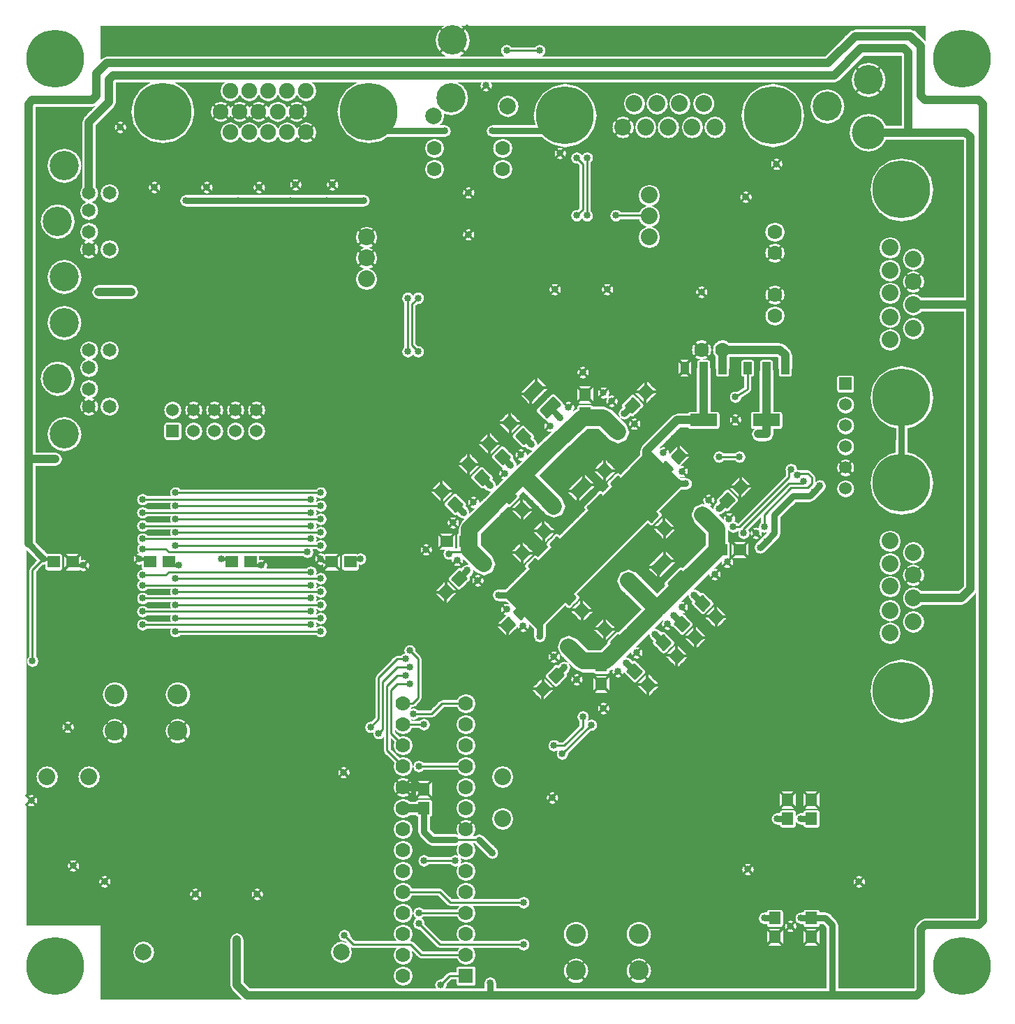
<source format=gbl>
G04*
G04  File:            MINIMI11.BOT, Mon Aug 27 20:50:38 2007*
G04  Source:          ACCEL P-CAD PCB, Version 14.00.46, (Minimi11.PCB)*
G04  Format:          Gerber Format (RS-274-D), ASCII*
G04*
G04  Format Options:  Absolute Positioning*
G04                   Leading-Zero Suppression*
G04                   Scale Factor 1:1*
G04                   NO Circular Interpolation*
G04                   Inch Units*
G04                   Numeric Format: 4.4 (XXXX.XXXX)*
G04                   G54 Used for Aperture Change*
G04                   Apertures Embedded*
G04*
G04  File Options:    Offset = (0.0mil,0.0mil)*
G04                   Drill Symbol Size = 79.9mil*
G04                   No Pad/Via Holes*
G04*
G04  File Contents:   Pads*
G04                   Vias*
G04                   No Designators*
G04                   No Types*
G04                   No Values*
G04                   No Drill Symbols*
G04                   Bottom*
G04*
G04  Aperture MACROs for general use --- invoked via D-code assignment *
G04*
G04  General MACRO for flashed round with rotation and/or offset hole *
%AMROTOFFROUND*
1,1,$1,0.0000,0.0000*
1,0,$2,$3,$4*%
G04*
G04  General MACRO for flashed oval (obround) with rotation and/or offset hole *
%AMROTOFFOVAL*
21,1,$1,$2,0.0000,0.0000,$3*
1,1,$4,$5,$6*
1,1,$4,0-$5,0-$6*
1,0,$7,$8,$9*%
G04*
G04  General MACRO for flashed oval (obround) with rotation and no hole *
%AMROTOVALNOHOLE*
21,1,$1,$2,0.0000,0.0000,$3*
1,1,$4,$5,$6*
1,1,$4,0-$5,0-$6*%
G04*
G04  General MACRO for flashed rectangle with rotation and/or offset hole *
%AMROTOFFRECT*
21,1,$1,$2,0.0000,0.0000,$3*
1,0,$4,$5,$6*%
G04*
G04  General MACRO for flashed rectangle with rotation and no hole *
%AMROTRECTNOHOLE*
21,1,$1,$2,0.0000,0.0000,$3*%
G04*
G04  General MACRO for flashed rounded-rectangle *
%AMROUNDRECT*
21,1,$1,$2-$4,0.0000,0.0000,$3*
21,1,$1-$4,$2,0.0000,0.0000,$3*
1,1,$4,$5,$6*
1,1,$4,$7,$8*
1,1,$4,0-$5,0-$6*
1,1,$4,0-$7,0-$8*
1,0,$9,$10,$11*%
G04*
G04  General MACRO for flashed rounded-rectangle with rotation and no hole *
%AMROUNDRECTNOHOLE*
21,1,$1,$2-$4,0.0000,0.0000,$3*
21,1,$1-$4,$2,0.0000,0.0000,$3*
1,1,$4,$5,$6*
1,1,$4,$7,$8*
1,1,$4,0-$5,0-$6*
1,1,$4,0-$7,0-$8*%
G04*
G04  General MACRO for flashed regular polygon *
%AMREGPOLY*
5,1,$1,0.0000,0.0000,$2,$3+$4*
1,0,$5,$6,$7*%
G04*
G04  General MACRO for flashed regular polygon with no hole *
%AMREGPOLYNOHOLE*
5,1,$1,0.0000,0.0000,$2,$3+$4*%
G04*
G04  General MACRO for target *
%AMTARGET*
6,0,0,$1,$2,$3,4,$4,$5,$6*%
G04*
G04  General MACRO for mounting hole *
%AMMTHOLE*
1,1,$1,0,0*
1,0,$2,0,0*
$1=$1-$2*
$1=$1/2*
21,1,$2+$1,$3,0,0,$4*
21,1,$3,$2+$1,0,0,$4*%
G04*
G04*
G04  D10 : "Ellipse X0.25mm Y0.25mm H0.00mm 0.0deg (0.00mm,0.00mm) Draw"*
G04  Disc: OuterDia=0.0100*
%ADD10C, 0.0100*%
G04  D11 : "Ellipse X0.03mm Y0.03mm H0.00mm 0.0deg (0.00mm,0.00mm) Draw"*
G04  Disc: OuterDia=0.0010*
%ADD11C, 0.0010*%
G04  D12 : "Ellipse X0.35mm Y0.35mm H0.00mm 0.0deg (0.00mm,0.00mm) Draw"*
G04  Disc: OuterDia=0.0138*
%ADD12C, 0.0138*%
G04  D13 : "Ellipse X0.38mm Y0.38mm H0.00mm 0.0deg (0.00mm,0.00mm) Draw"*
G04  Disc: OuterDia=0.0150*
%ADD13C, 0.0150*%
G04  D14 : "Ellipse X0.40mm Y0.40mm H0.00mm 0.0deg (0.00mm,0.00mm) Draw"*
G04  Disc: OuterDia=0.0157*
%ADD14C, 0.0157*%
G04  D15 : "Ellipse X0.50mm Y0.50mm H0.00mm 0.0deg (0.00mm,0.00mm) Draw"*
G04  Disc: OuterDia=0.0197*
%ADD15C, 0.0197*%
G04  D16 : "Ellipse X0.51mm Y0.51mm H0.00mm 0.0deg (0.00mm,0.00mm) Draw"*
G04  Disc: OuterDia=0.0200*
%ADD16C, 0.0200*%
G04  D17 : "Ellipse X0.10mm Y0.10mm H0.00mm 0.0deg (0.00mm,0.00mm) Draw"*
G04  Disc: OuterDia=0.0039*
%ADD17C, 0.0039*%
G04  D18 : "Ellipse X0.80mm Y0.80mm H0.00mm 0.0deg (0.00mm,0.00mm) Draw"*
G04  Disc: OuterDia=0.0315*
%ADD18C, 0.0315*%
G04  D19 : "Ellipse X1.00mm Y1.00mm H0.00mm 0.0deg (0.00mm,0.00mm) Draw"*
G04  Disc: OuterDia=0.0394*
%ADD19C, 0.0394*%
G04  D20 : "Ellipse X0.15mm Y0.15mm H0.00mm 0.0deg (0.00mm,0.00mm) Draw"*
G04  Disc: OuterDia=0.0059*
%ADD20C, 0.0059*%
G04  D21 : "Ellipse X0.15mm Y0.15mm H0.00mm 0.0deg (0.00mm,0.00mm) Draw"*
G04  Disc: OuterDia=0.0060*
%ADD21C, 0.0060*%
G04  D22 : "Ellipse X0.20mm Y0.20mm H0.00mm 0.0deg (0.00mm,0.00mm) Draw"*
G04  Disc: OuterDia=0.0079*
%ADD22C, 0.0079*%
G04  D23 : "Ellipse X2.00mm Y2.00mm H0.00mm 0.0deg (0.00mm,0.00mm) Draw"*
G04  Disc: OuterDia=0.0787*
%ADD23C, 0.0787*%
G04  D24 : "Ellipse X0.25mm Y0.25mm H0.00mm 0.0deg (0.00mm,0.00mm) Draw"*
G04  Disc: OuterDia=0.0098*
%ADD24C, 0.0098*%
G04  D25 : "Ellipse X2.79mm Y2.79mm H0.00mm 0.0deg (0.00mm,0.00mm) Flash"*
G04  Disc: OuterDia=0.1100*
%ADD25C, 0.1100*%
G04  D26 : "Ellipse X3.55mm Y3.55mm H0.00mm 0.0deg (0.00mm,0.00mm) Flash"*
G04  Disc: OuterDia=0.1398*
%ADD26C, 0.1398*%
G04  D27 : "Ellipse X3.93mm Y3.93mm H0.00mm 0.0deg (0.00mm,0.00mm) Flash"*
G04  Disc: OuterDia=0.1548*
%ADD27C, 0.1548*%
G04  D28 : "Ellipse X4.00mm Y4.00mm H0.00mm 0.0deg (0.00mm,0.00mm) Flash"*
G04  Disc: OuterDia=0.1575*
%ADD28C, 0.1575*%
G04  D29 : "Ellipse X4.38mm Y4.38mm H0.00mm 0.0deg (0.00mm,0.00mm) Flash"*
G04  Disc: OuterDia=0.1725*
%ADD29C, 0.1725*%
G04  D30 : "Ellipse X7.00mm Y7.00mm H0.00mm 0.0deg (0.00mm,0.00mm) Flash"*
G04  Disc: OuterDia=0.2756*
%ADD30C, 0.2756*%
G04  D31 : "Ellipse X7.38mm Y7.38mm H0.00mm 0.0deg (0.00mm,0.00mm) Flash"*
G04  Disc: OuterDia=0.2906*
%ADD31C, 0.2906*%
G04  D32 : "Ellipse X1.52mm Y1.52mm H0.00mm 0.0deg (0.00mm,0.00mm) Flash"*
G04  Disc: OuterDia=0.0600*
%ADD32C, 0.0600*%
G04  D33 : "Ellipse X1.65mm Y1.65mm H0.00mm 0.0deg (0.00mm,0.00mm) Flash"*
G04  Disc: OuterDia=0.0650*
%ADD33C, 0.0650*%
G04  D34 : "Ellipse X1.78mm Y1.78mm H0.00mm 0.0deg (0.00mm,0.00mm) Flash"*
G04  Disc: OuterDia=0.0700*
%ADD34C, 0.0700*%
G04  D35 : "Ellipse X1.90mm Y1.90mm H0.00mm 0.0deg (0.00mm,0.00mm) Flash"*
G04  Disc: OuterDia=0.0748*
%ADD35C, 0.0748*%
G04  D36 : "Ellipse X1.91mm Y1.91mm H0.00mm 0.0deg (0.00mm,0.00mm) Flash"*
G04  Disc: OuterDia=0.0750*
%ADD36C, 0.0750*%
G04  D37 : "Ellipse X2.00mm Y2.00mm H0.00mm 0.0deg (0.00mm,0.00mm) Flash"*
G04  Disc: OuterDia=0.0787*
%ADD37C, 0.0787*%
G04  D38 : "Ellipse X2.03mm Y2.03mm H0.00mm 0.0deg (0.00mm,0.00mm) Flash"*
G04  Disc: OuterDia=0.0800*
%ADD38C, 0.0800*%
G04  D39 : "Ellipse X2.03mm Y2.03mm H0.00mm 0.0deg (0.00mm,0.00mm) Flash"*
G04  Disc: OuterDia=0.0800*
%ADD39C, 0.0800*%
G04  D40 : "Ellipse X2.16mm Y2.16mm H0.00mm 0.0deg (0.00mm,0.00mm) Flash"*
G04  Disc: OuterDia=0.0850*
%ADD40C, 0.0850*%
G04  D41 : "Ellipse X2.28mm Y2.28mm H0.00mm 0.0deg (0.00mm,0.00mm) Flash"*
G04  Disc: OuterDia=0.0898*
%ADD41C, 0.0898*%
G04  D42 : "Ellipse X2.38mm Y2.38mm H0.00mm 0.0deg (0.00mm,0.00mm) Flash"*
G04  Disc: OuterDia=0.0937*
%ADD42C, 0.0937*%
G04  D43 : "Ellipse X2.41mm Y2.41mm H0.00mm 0.0deg (0.00mm,0.00mm) Flash"*
G04  Disc: OuterDia=0.0950*
%ADD43C, 0.0950*%
G04  D44 : "Rounded Rectangle X3.50mm Y2.00mm H0.00mm 0.0deg (0.00mm,0.00mm) Flash"*
G04  RoundRct: DimX=0.1378, DimY=0.0787, CornerRad=0.0197, Rotation=0.0, OffsetX=0.0000, OffsetY=0.0000, HoleDia=0.0000 *
%ADD44ROUNDRECTNOHOLE, 0.1378 X0.0787 X0.0 X0.0394 X-0.0492 X-0.0197 X-0.0492 X0.0197*%
G04  D45 : "Rounded Rectangle X3.88mm Y2.38mm H0.00mm 0.0deg (0.00mm,0.00mm) Flash"*
G04  RoundRct: DimX=0.1528, DimY=0.0937, CornerRad=0.0234, Rotation=0.0, OffsetX=0.0000, OffsetY=0.0000, HoleDia=0.0000 *
%ADD45ROUNDRECTNOHOLE, 0.1528 X0.0937 X0.0 X0.0469 X-0.0530 X-0.0234 X-0.0530 X0.0234*%
G04  D46 : "Rectangle X3.28mm Y1.50mm H0.00mm 0.0deg (0.00mm,0.00mm) Flash"*
G04  Rectangular: DimX=0.1290, DimY=0.0590, Rotation=0.0, OffsetX=0.0000, OffsetY=0.0000, HoleDia=0.0000 *
%ADD46R, 0.1290 X0.0590*%
G04  D47 : "Rectangle X1.50mm Y3.28mm H0.00mm 0.0deg (0.00mm,0.00mm) Flash"*
G04  Rectangular: DimX=0.0590, DimY=0.1290, Rotation=0.0, OffsetX=0.0000, OffsetY=0.0000, HoleDia=0.0000 *
%ADD47R, 0.0590 X0.1290*%
G04  D48 : "Rectangle X3.66mm Y1.88mm H0.00mm 0.0deg (0.00mm,0.00mm) Flash"*
G04  Rectangular: DimX=0.1440, DimY=0.0740, Rotation=0.0, OffsetX=0.0000, OffsetY=0.0000, HoleDia=0.0000 *
%ADD48R, 0.1440 X0.0740*%
G04  D49 : "Rectangle X1.88mm Y3.66mm H0.00mm 0.0deg (0.00mm,0.00mm) Flash"*
G04  Rectangular: DimX=0.0740, DimY=0.1440, Rotation=0.0, OffsetX=0.0000, OffsetY=0.0000, HoleDia=0.0000 *
%ADD49R, 0.0740 X0.1440*%
G04  D50 : "Rectangle X3.81mm Y1.27mm H0.00mm 0.0deg (0.00mm,0.00mm) Flash"*
G04  Rectangular: DimX=0.1500, DimY=0.0500, Rotation=0.0, OffsetX=0.0000, OffsetY=0.0000, HoleDia=0.0000 *
%ADD50R, 0.1500 X0.0500*%
G04  D51 : "Rectangle X1.27mm Y3.81mm H0.00mm 0.0deg (0.00mm,0.00mm) Flash"*
G04  Rectangular: DimX=0.0500, DimY=0.1500, Rotation=0.0, OffsetX=0.0000, OffsetY=0.0000, HoleDia=0.0000 *
%ADD51R, 0.0500 X0.1500*%
G04  D52 : "Rectangle X4.19mm Y1.65mm H0.00mm 0.0deg (0.00mm,0.00mm) Flash"*
G04  Rectangular: DimX=0.1650, DimY=0.0650, Rotation=0.0, OffsetX=0.0000, OffsetY=0.0000, HoleDia=0.0000 *
%ADD52R, 0.1650 X0.0650*%
G04  D53 : "Rectangle X1.65mm Y4.19mm H0.00mm 0.0deg (0.00mm,0.00mm) Flash"*
G04  Rectangular: DimX=0.0650, DimY=0.1650, Rotation=0.0, OffsetX=0.0000, OffsetY=0.0000, HoleDia=0.0000 *
%ADD53R, 0.0650 X0.1650*%
G04  D54 : "Rectangle X0.45mm Y3.00mm H0.00mm 0.0deg (0.00mm,0.00mm) Flash"*
G04  Rectangular: DimX=0.0177, DimY=0.1181, Rotation=0.0, OffsetX=0.0000, OffsetY=0.0000, HoleDia=0.0000 *
%ADD54R, 0.0177 X0.1181*%
G04  D55 : "Rectangle X3.00mm Y0.45mm H0.00mm 0.0deg (0.00mm,0.00mm) Flash"*
G04  Rectangular: DimX=0.1181, DimY=0.0177, Rotation=0.0, OffsetX=0.0000, OffsetY=0.0000, HoleDia=0.0000 *
%ADD55R, 0.1181 X0.0177*%
G04  D56 : "Rectangle X0.81mm Y0.81mm H0.00mm 0.0deg (0.00mm,0.00mm) Flash"*
G04  Square: Side=0.0320, Rotation=0.0, OffsetX=0.0000, OffsetY=0.0000, HoleDia=0.0000*
%ADD56R, 0.0320 X0.0320*%
G04  D57 : "Rectangle X0.83mm Y3.38mm H0.00mm 0.0deg (0.00mm,0.00mm) Flash"*
G04  Rectangular: DimX=0.0327, DimY=0.1331, Rotation=0.0, OffsetX=0.0000, OffsetY=0.0000, HoleDia=0.0000 *
%ADD57R, 0.0327 X0.1331*%
G04  D58 : "Rectangle X3.38mm Y0.83mm H0.00mm 0.0deg (0.00mm,0.00mm) Flash"*
G04  Rectangular: DimX=0.1331, DimY=0.0327, Rotation=0.0, OffsetX=0.0000, OffsetY=0.0000, HoleDia=0.0000 *
%ADD58R, 0.1331 X0.0327*%
G04  D59 : "Rectangle X0.99mm Y1.50mm H0.00mm 0.0deg (0.00mm,0.00mm) Flash"*
G04  Rectangular: DimX=0.0390, DimY=0.0590, Rotation=0.0, OffsetX=0.0000, OffsetY=0.0000, HoleDia=0.0000 *
%ADD59R, 0.0390 X0.0590*%
G04  D60 : "Rectangle X1.50mm Y0.99mm H0.00mm 0.0deg (0.00mm,0.00mm) Flash"*
G04  Rectangular: DimX=0.0590, DimY=0.0390, Rotation=0.0, OffsetX=0.0000, OffsetY=0.0000, HoleDia=0.0000 *
%ADD60R, 0.0590 X0.0390*%
G04  D61 : "Rectangle X1.19mm Y1.19mm H0.00mm 0.0deg (0.00mm,0.00mm) Flash"*
G04  Square: Side=0.0470, Rotation=0.0, OffsetX=0.0000, OffsetY=0.0000, HoleDia=0.0000*
%ADD61R, 0.0470 X0.0470*%
G04  D62 : "Rectangle X1.37mm Y1.88mm H0.00mm 0.0deg (0.00mm,0.00mm) Flash"*
G04  Rectangular: DimX=0.0540, DimY=0.0740, Rotation=0.0, OffsetX=0.0000, OffsetY=0.0000, HoleDia=0.0000 *
%ADD62R, 0.0540 X0.0740*%
G04  D63 : "Rectangle X1.88mm Y1.37mm H0.00mm 0.0deg (0.00mm,0.00mm) Flash"*
G04  Rectangular: DimX=0.0740, DimY=0.0540, Rotation=0.0, OffsetX=0.0000, OffsetY=0.0000, HoleDia=0.0000 *
%ADD63R, 0.0740 X0.0540*%
G04  D64 : "Rectangle X1.42mm Y2.44mm H0.00mm 0.0deg (0.00mm,0.00mm) Flash"*
G04  Rectangular: DimX=0.0560, DimY=0.0960, Rotation=0.0, OffsetX=0.0000, OffsetY=0.0000, HoleDia=0.0000 *
%ADD64R, 0.0560 X0.0960*%
G04  D65 : "Rectangle X1.52mm Y1.42mm H0.00mm 0.0deg (0.00mm,0.00mm) Flash"*
G04  Rectangular: DimX=0.0600, DimY=0.0560, Rotation=0.0, OffsetX=0.0000, OffsetY=0.0000, HoleDia=0.0000 *
%ADD65R, 0.0600 X0.0560*%
G04  D66 : "Rectangle X1.42mm Y1.52mm H0.00mm 0.0deg (0.00mm,0.00mm) Flash"*
G04  Rectangular: DimX=0.0560, DimY=0.0600, Rotation=0.0, OffsetX=0.0000, OffsetY=0.0000, HoleDia=0.0000 *
%ADD66R, 0.0560 X0.0600*%
G04  D67 : "Rectangle X1.52mm Y1.52mm H0.00mm 0.0deg (0.00mm,0.00mm) Flash"*
G04  Square: Side=0.0600, Rotation=0.0, OffsetX=0.0000, OffsetY=0.0000, HoleDia=0.0000*
%ADD67R, 0.0600 X0.0600*%
G04  D68 : "Rectangle X1.78mm Y1.78mm H0.00mm 0.0deg (0.00mm,0.00mm) Flash"*
G04  Square: Side=0.0700, Rotation=0.0, OffsetX=0.0000, OffsetY=0.0000, HoleDia=0.0000*
%ADD68R, 0.0700 X0.0700*%
G04  D69 : "Rectangle X1.80mm Y2.82mm H0.00mm 0.0deg (0.00mm,0.00mm) Flash"*
G04  Rectangular: DimX=0.0710, DimY=0.1110, Rotation=0.0, OffsetX=0.0000, OffsetY=0.0000, HoleDia=0.0000 *
%ADD69R, 0.0710 X0.1110*%
G04  D70 : "Rectangle X1.91mm Y1.80mm H0.00mm 0.0deg (0.00mm,0.00mm) Flash"*
G04  Rectangular: DimX=0.0750, DimY=0.0710, Rotation=0.0, OffsetX=0.0000, OffsetY=0.0000, HoleDia=0.0000 *
%ADD70R, 0.0750 X0.0710*%
G04  D71 : "Rectangle X1.80mm Y1.91mm H0.00mm 0.0deg (0.00mm,0.00mm) Flash"*
G04  Rectangular: DimX=0.0710, DimY=0.0750, Rotation=0.0, OffsetX=0.0000, OffsetY=0.0000, HoleDia=0.0000 *
%ADD71R, 0.0710 X0.0750*%
G04  D72 : "Rectangle X1.91mm Y1.91mm H0.00mm 0.0deg (0.00mm,0.00mm) Flash"*
G04  Square: Side=0.0750, Rotation=0.0, OffsetX=0.0000, OffsetY=0.0000, HoleDia=0.0000*
%ADD72R, 0.0750 X0.0750*%
G04  D73 : "Rectangle X2.00mm Y0.45mm H0.00mm 0.0deg (0.00mm,0.00mm) Flash"*
G04  Rectangular: DimX=0.0787, DimY=0.0177, Rotation=0.0, OffsetX=0.0000, OffsetY=0.0000, HoleDia=0.0000 *
%ADD73R, 0.0787 X0.0177*%
G04  D74 : "Rectangle X0.66mm Y2.03mm H0.00mm 0.0deg (0.00mm,0.00mm) Flash"*
G04  Rectangular: DimX=0.0260, DimY=0.0800, Rotation=0.0, OffsetX=0.0000, OffsetY=0.0000, HoleDia=0.0000 *
%ADD74R, 0.0260 X0.0800*%
G04  D75 : "Rectangle X2.16mm Y2.16mm H0.00mm 0.0deg (0.00mm,0.00mm) Flash"*
G04  Square: Side=0.0850, Rotation=0.0, OffsetX=0.0000, OffsetY=0.0000, HoleDia=0.0000*
%ADD75R, 0.0850 X0.0850*%
G04  D76 : "Rectangle X2.38mm Y0.83mm H0.00mm 0.0deg (0.00mm,0.00mm) Flash"*
G04  Rectangular: DimX=0.0937, DimY=0.0327, Rotation=0.0, OffsetX=0.0000, OffsetY=0.0000, HoleDia=0.0000 *
%ADD76R, 0.0937 X0.0327*%
G04  D77 : "Rectangle X1.04mm Y2.41mm H0.00mm 0.0deg (0.00mm,0.00mm) Flash"*
G04  Rectangular: DimX=0.0410, DimY=0.0950, Rotation=0.0, OffsetX=0.0000, OffsetY=0.0000, HoleDia=0.0000 *
%ADD77R, 0.0410 X0.0950*%
G04  D78 : "Ellipse X0.85mm Y0.85mm H0.00mm 0.0deg (0.00mm,0.00mm) Flash"*
G04  Disc: OuterDia=0.0335*
%ADD78C, 0.0335*%
G04  D79 : "Ellipse X1.23mm Y1.23mm H0.00mm 0.0deg (0.00mm,0.00mm) Flash"*
G04  Disc: OuterDia=0.0485*
%ADD79C, 0.0485*%
%ICAS*%
%FSLAX44Y44*%
%SFA1B1*%
%INMINIMI11.BOT*%
%OFA0.0000B0.0000*%
%MOIN*%
G70*
G90*
G01*
D2*
%LNBottom*%
G54D19*
X99114Y120669*
Y137598D1*
Y120669D2*
Y116633D1*
X99901Y120669D2*
X99114D1*
D2*
G54D18*
Y116633*
X99744Y116003D1*
D2*
G54D19*
X100393Y120669*
X100000D1*
X100393D2*
X100000D1*
X99901D2*
X100000D1*
D2*
G54D24*
X99842Y115905*
X99311Y115374D1*
D2*
G54D14*
X100157Y115905*
X99842D1*
D2*
G54D18*
X99744Y116003*
X99842Y115905D1*
D2*
G54D24*
X99311Y115374*
Y111023D1*
D2*
G54D14*
X100314Y115748*
X100157Y115905D1*
X105984Y115590D2*
X106299D1*
X105826Y115748D2*
X105984Y115590D1*
X108661Y115905D2*
X108346D1*
X108818Y115748D2*
X108661Y115905D1*
X109876Y115590D2*
X110236D1*
X109718Y115748D2*
X109876Y115590D1*
X101372D2*
X101732D1*
X101214Y115748D2*
X101372Y115590D1*
X104769Y115905D2*
X104409D1*
X104926Y115748D2*
X104769Y115905D1*
D2*
G54D24*
X106141Y114330*
X113070D1*
X112598Y114645D2*
X104566D1*
X106141Y114960D2*
X113070D1*
X105826Y115275D2*
X112598D1*
X105826D2*
X105669Y115118D1*
X104566*
X105826Y116220D2*
X112440D1*
X105826D2*
X105669Y116377D1*
X104566*
X106141Y116535D2*
X113070D1*
X104566Y116850D2*
X112598D1*
X106141Y117165D2*
X113070D1*
X106141Y119055D2*
X113070D1*
X112598Y118740D2*
X104566D1*
X113070Y118425D2*
X106141D1*
X112598Y114015D2*
X104566D1*
X106141Y113700D2*
X113070D1*
X112598Y113385D2*
X104566D1*
X106141Y113070D2*
X113070D1*
X112598Y112755D2*
X104566D1*
X106141Y112440D2*
X113070D1*
X112598Y118110D2*
X104566D1*
X106141Y117795D2*
X113070D1*
X112598Y117480D2*
X104566D1*
D2*
G54D14*
X114645Y115905*
X114960D1*
X114488Y115748D2*
X114645Y115905D1*
D2*
G54D18*
X122736Y121751*
X123129Y121358D1*
X121751Y120767D2*
X122145Y120374D1*
X120767Y119783D2*
X121161Y119389D1*
X119488Y118503D2*
X119881Y118110D1*
X119685Y114960D2*
X120078Y115354D1*
X121555Y114173D2*
X122539D1*
X123523Y113188*
D2*
G54D24*
X121341Y118487*
X122047Y118897D1*
X121259Y118439D2*
X121341Y118487D1*
D2*
G54D23*
X121259Y118405*
X120177Y117322D1*
X122736Y119881D2*
X121341Y118487D1*
D2*
G54D24*
X121259Y118405*
X121161Y118503D1*
D2*
G54D23*
X120177Y117322*
Y116338D1*
X122736Y119881D2*
X123917Y118700D1*
X124114Y121259D2*
X122736Y119881D1*
X120866Y115649D2*
X120177Y116338D1*
D2*
G54D24*
X119291Y116240*
X119980D1*
X120177Y116338D2*
X119980Y116732D1*
X119192Y116141D2*
X119291Y116240D1*
D2*
G54D14*
X113228Y115748*
X113070Y115905D1*
X113588Y115748D2*
X113228D1*
D2*
G54D24*
X117716Y111122*
X117322Y111515D1*
X117125Y111122D2*
X116732D1*
X121850Y114173D2*
X123425Y112598D1*
X130314Y119488*
X128740Y121062*
X121850Y114173*
X123351Y112672D2*
X123499D1*
X123277Y112746D2*
X123572D1*
X123203Y112819D2*
X123646D1*
X123129Y112893D2*
X123720D1*
X123056Y112967D2*
X123794D1*
X122982Y113041D2*
X123868D1*
X122908Y113115D2*
X123941D1*
X122834Y113188D2*
X124015D1*
X122760Y113262D2*
X124089D1*
X122687Y113336D2*
X124163D1*
X122613Y113410D2*
X124237D1*
X122539Y113484D2*
X124311D1*
X122465Y113558D2*
X124384D1*
X122391Y113631D2*
X124458D1*
X122317Y113705D2*
X124532D1*
X122244Y113779D2*
X124606D1*
X122170Y113853D2*
X124680D1*
X122096Y113927D2*
X124753D1*
X122022Y114000D2*
X124827D1*
X121948Y114074D2*
X124901D1*
X121875Y114148D2*
X124975D1*
X121899Y114222D2*
X125049D1*
X121973Y114296D2*
X125123D1*
X122047Y114370D2*
X125196D1*
X122121Y114443D2*
X125270D1*
X122194Y114517D2*
X125344D1*
X122268Y114591D2*
X125418D1*
X122342Y114665D2*
X125492D1*
X122416Y114739D2*
X125565D1*
X122490Y114812D2*
X125639D1*
X122563Y114886D2*
X125713D1*
X122637Y114960D2*
X125787D1*
X122711Y115034D2*
X125861D1*
X122785Y115108D2*
X125935D1*
X122859Y115182D2*
X126008D1*
X122933Y115255D2*
X126082D1*
X123006Y115329D2*
X126156D1*
X123080Y115403D2*
X126230D1*
X123154Y115477D2*
X126304D1*
X123228Y115551D2*
X126377D1*
X123302Y115625D2*
X126451D1*
X123375Y115698D2*
X126525D1*
X123449Y115772D2*
X126599D1*
X123523Y115846D2*
X126673D1*
X123597Y115920D2*
X126747D1*
X123671Y115994D2*
X126820D1*
X123745Y116067D2*
X126894D1*
X123818Y116141D2*
X126968D1*
X123892Y116215D2*
X127042D1*
X123966Y116289D2*
X127116D1*
X124040Y116363D2*
X127189D1*
X124114Y116437D2*
X127263D1*
X124187Y116510D2*
X127337D1*
X124261Y116584D2*
X127411D1*
X124335Y116658D2*
X127485D1*
X124409Y116732D2*
X127559D1*
X124483Y116806D2*
X127632D1*
X124557Y116879D2*
X127706D1*
X124630Y116953D2*
X127780D1*
X124704Y117027D2*
X127854D1*
X124778Y117101D2*
X127928D1*
X124852Y117175D2*
X128001D1*
X124926Y117249D2*
X128075D1*
X125000Y117322D2*
X128149D1*
X125073Y117396D2*
X128223D1*
X125147Y117470D2*
X128297D1*
X125221Y117544D2*
X128371D1*
X125295Y117618D2*
X128444D1*
X125369Y117691D2*
X128518D1*
X125442Y117765D2*
X128592D1*
X125516Y117839D2*
X128666D1*
X125590Y117913D2*
X128740D1*
X125664Y117987D2*
X128813D1*
X125738Y118061D2*
X128887D1*
X125812Y118134D2*
X128961D1*
X125885Y118208D2*
X129035D1*
X125959Y118282D2*
X129109D1*
X126033Y118356D2*
X129183D1*
X126107Y118430D2*
X129256D1*
X126181Y118503D2*
X129330D1*
X126254Y118577D2*
X129404D1*
X126328Y118651D2*
X129478D1*
X126402Y118725D2*
X129552D1*
X126476Y118799D2*
X129625D1*
X126550Y118873D2*
X129699D1*
X126624Y118946D2*
X129773D1*
X126697Y119020D2*
X129847D1*
X126771Y119094D2*
X129921D1*
X126845Y119168D2*
X129995D1*
X126919Y119242D2*
X130068D1*
X126993Y119315D2*
X130142D1*
X127066Y119389D2*
X130216D1*
X127140Y119463D2*
X130290D1*
X127214Y119537D2*
X130265D1*
X127288Y119611D2*
X130191D1*
X127362Y119685D2*
X130118D1*
X127436Y119758D2*
X130044D1*
X127509Y119832D2*
X129970D1*
X127583Y119906D2*
X129896D1*
X127657Y119980D2*
X129822D1*
X127731Y120054D2*
X129749D1*
X127805Y120127D2*
X129675D1*
X127878Y120201D2*
X129601D1*
X127952Y120275D2*
X129527D1*
X128026Y120349D2*
X129453D1*
X128100Y120423D2*
X129379D1*
X128174Y120497D2*
X129306D1*
X128248Y120570D2*
X129232D1*
X128321Y120644D2*
X129158D1*
X128395Y120718D2*
X129084D1*
X128469Y120792D2*
X129010D1*
X128543Y120866D2*
X128937D1*
X128617Y120939D2*
X128863D1*
X128690Y121013D2*
X128789D1*
D2*
G54D13*
G54D24*
G54D18*
X121259Y101870*
X120629Y102500D1*
D2*
G54D24*
X119500*
X120625D1*
D2*
G54D18*
X118375*
X119500D1*
X118000Y102875D2*
X118375Y102500D1*
X118000Y104000D2*
Y102875D1*
D2*
G54D19*
Y104000*
X117000D1*
X117900Y105000D2*
X117000D1*
X118000Y104900D2*
X117900Y105000D1*
D2*
G54D24*
X120000Y109000*
X118875D1*
X118375Y108500D2*
X118875Y109000D1*
X117500Y108500D2*
X118375D1*
X117750Y106000D2*
X120000D1*
X117716Y109251D2*
Y111122D1*
X117464Y109000D2*
X117716Y109251D1*
X117000Y109000D2*
X117464D1*
X118000Y108000D2*
X117000D1*
X117322Y110728D2*
X116732D1*
X116043Y110039*
Y107775D2*
Y110039D1*
Y107775D2*
X115846Y107578D1*
X118000Y101500D2*
X119500D1*
X117750Y99000D2*
X120000D1*
X118750Y100000D2*
X117000D1*
X118750D2*
X119250Y99500D1*
X122750*
X117125Y110334D2*
X116732D1*
X116240Y109842*
Y106759D2*
Y109842D1*
X117000Y106000D2*
X116240Y106759D1*
X117000Y107000D2*
X116437Y107562D1*
Y109645*
X116732Y109940D2*
X116437Y109645D1*
X117322Y109940D2*
X116732D1*
X115846Y108267D2*
X115452Y107874D1*
X115846Y108267D2*
Y110236D1*
X116732Y111122D2*
X115846Y110236D1*
D2*
G54D19*
X123031Y139566*
X132480D1*
X117125D2*
X123031D1*
X102854D2*
X117125D1*
X102854D2*
X102362Y139074D1*
Y137992D2*
Y139074D1*
X102165Y137795D2*
X102362Y137992D1*
X99311Y137795D2*
X102165D1*
X99114Y137598D2*
X99311Y137795D1*
D2*
G54D18*
X113375Y133000*
X115125D1*
X111625D2*
X113375D1*
X109125D2*
X111625D1*
X106625D2*
X109125D1*
D2*
G54D24*
X117224Y125787*
Y128346D1*
D2*
G54D19*
X103149Y138976*
X137598D1*
X103149D2*
X102952Y138779D1*
Y137696*
X102000Y136744D2*
X102952Y137696D1*
X102000Y133350D2*
Y136744D1*
X102460Y128641D2*
X104035D1*
D2*
G54D24*
X117421Y126082*
X117716Y125787D1*
X117421Y126082D2*
Y128051D1*
X117716Y128346*
X121948Y140157D2*
X122736D1*
X123523*
D2*
G54D18*
X121259Y136318*
X123994D1*
X116086D2*
X118996D1*
X115364Y137041D2*
X116086Y136318D1*
D2*
G54D19*
X141929Y137795*
X144488D1*
X144685Y137598*
X141732Y137992D2*
X141929Y137795D1*
X141732Y140354D2*
Y137992D1*
X141240Y140846D2*
X141732Y140354D1*
X138582Y140846D2*
X141240D1*
X137303Y139566D2*
X138582Y140846D1*
X132874Y139566D2*
X137303D1*
X132480D2*
X132874D1*
X134350Y124901D2*
X134350Y124901D1*
D2*
G54D24*
X133450Y125000*
Y124001D1*
X132874Y123622*
X125295Y132283D2*
X125590Y132578D1*
Y134744*
X125295Y135039*
X125787Y132283D2*
Y135039D1*
X127165Y132283D2*
X128641D1*
D2*
G54D19*
X132250Y125875*
Y125000D1*
X135000Y125875D2*
X132250D1*
X135250Y125000D2*
Y125625D1*
X135000Y125875*
X139218Y136240D2*
X141141D1*
X143877*
X141141D2*
Y140059D1*
X143877Y136240D2*
X144094Y136023D1*
Y128051D2*
Y136023D1*
X141141Y140059D2*
X140944Y140255D1*
X138877D2*
X140944D1*
X141372Y128041D2*
X144084D1*
X137598Y138976D2*
X138877Y140255D1*
D2*
G54D18*
X124734Y137059*
X123994Y136318D1*
X136909Y119389D2*
X136614Y119094D1*
X136909Y119389D2*
X136614Y119094D1*
X136417Y118897*
X135629*
X134744Y118011*
D2*
G54D19*
X144685Y98622*
Y121259D1*
Y137598*
D2*
G54D18*
X134744Y118011*
Y117125D1*
X134350Y116732D2*
X134744Y117125D1*
X134055Y116437D2*
X134350Y116732D1*
X136500Y98750D2*
X137175D1*
X136000D2*
X136500D1*
X128051Y110531D2*
X127657Y110925D1*
X124015Y123129D2*
X124507Y122637D1*
X127952Y123228D2*
X127559Y122834D1*
X132480Y118700D2*
X132086Y118307D1*
X131299Y113779D2*
X130905Y114173D1*
X129429Y111909D2*
X129035Y112303D1*
X124311Y110334D2*
X124704Y110728D1*
X134750Y98750D2*
X134250D1*
X136500Y103500D2*
X136000D1*
X135375D2*
X134875D1*
X123523Y113188D2*
X129625Y119291D1*
X123523Y113188D2*
Y112204D1*
X128641Y120767D2*
X129625Y119291D1*
D2*
G54D24*
X129822Y119488*
X129625Y119291D1*
D2*
G54D18*
X130511Y119488*
X129822D1*
D2*
G54D19*
X130098Y122520*
X128641Y121062D1*
Y120767*
X131350Y122520D2*
X130098D1*
X131350Y125000D2*
Y122520D1*
D2*
G54D23*
X123917Y118700*
X124212Y118405D1*
X125590Y122637D2*
X124114Y121259D1*
X126574Y122637D2*
X125590D1*
X127263Y121948D2*
X126574Y122637D1*
X128051Y114566D2*
X129133Y113484D1*
X128051Y114566D2*
X127755Y114862D1*
X127952Y112303D2*
X129133Y113484D1*
X130856Y115206*
X126673Y111023D2*
X127952Y112303D1*
D2*
G54D24*
X127263Y111909D1*
D2*
G54D23*
X130856Y115206*
X131988Y116338D1*
D2*
G54D24*
X130905Y115157*
X130856Y115206D1*
X130807Y115255*
X130118Y114862*
D2*
G54D23*
X125590Y111023*
X126673D1*
X131988Y116338D2*
Y117322D1*
X124901Y111712D2*
X125590Y111023D1*
X131299Y118011D2*
X131988Y117322D1*
D2*
G54D19*
X134350Y121850*
X133956D1*
X134350Y122519D2*
Y121850D1*
X134350Y122520D2*
X134350Y122519D1*
Y122539D2*
Y124901D1*
D2*
G54D24*
X125984Y107972*
X124606Y106594D1*
X125590Y107874D2*
Y108366D1*
Y107874D2*
X124704Y106988D1*
X124212*
D2*
G54D19*
X144094Y114468*
Y128051D1*
X143667Y114041D2*
X144094Y114468D1*
X141372Y114041D2*
X143667D1*
D2*
G54D24*
X132086Y120767*
X133070D1*
X132775Y117421D2*
X133070D1*
X135433Y119783*
Y120078*
X135531Y120177*
X134251Y118011D2*
Y117421D1*
X135531Y119291D2*
X134251Y118011D1*
X135531Y119291D2*
X136318D1*
X136515Y119488*
Y119783*
X136318Y119980*
X135925*
X133267Y117322D2*
Y117125D1*
X135433Y119488D2*
X133267Y117322D1*
X135433Y119488D2*
X136023D1*
X136122Y119586*
D2*
G54D18*
X140812Y123600*
X140809Y119515D1*
X130314Y112795D2*
X129921Y113188D1*
D2*
G54D19*
X144685Y98622*
X144488Y98425D1*
X141929*
X141732Y98228*
Y95275*
X141535Y95078*
X137500D2*
X141535D1*
X121259D2*
X137500D1*
D2*
G54D18*
Y98425*
Y95078D1*
X121161Y95669D2*
Y95078D1*
D2*
G54D19*
X109547*
X121161D1*
X121259*
D2*
G54D18*
X137175Y98750*
X137500Y98425D1*
D2*
G54D19*
X109547Y95078*
X109055Y95570D1*
Y97736*
D2*
G54D24*
X120000Y97000*
X117875D1*
X117375Y97500*
X114625*
X114199Y97933*
X117750Y98500D2*
X118750Y97500D1*
X122750*
X120000Y96000D2*
X119228D1*
X118799Y95570*
D2*
G54D17*
X136220Y98329*
X136173Y98338D1*
X136134Y98364*
X136108Y98403*
X136099Y98450*
Y98451*
X136000*
X135966Y98465*
X135888Y98481*
X135822Y98525*
X135789Y98539*
X135775Y98572*
X135731Y98638*
X135715Y98716*
X135701Y98750*
X135715Y98783*
X135731Y98861*
X135775Y98927*
X135789Y98960*
X135822Y98974*
X135888Y99018*
X135966Y99034*
X136000Y99048*
X136099*
Y99050*
X136108Y99096*
X136134Y99135*
X136173Y99161*
X136220Y99170*
X136780*
X136826Y99161*
X136865Y99135*
X136891Y99096*
X136900Y99050*
Y99048*
X137175*
X137386Y98960*
X137710Y98636*
X137798Y98425*
Y95419*
X141391*
Y98228*
X141491Y98469*
X141688Y98666*
X141929Y98766*
X144344*
Y114248*
X144335Y114227*
X143908Y113800*
X143667Y113700*
X141767*
X141745Y113667*
X141574Y113553*
X141372Y113513*
X141169Y113553*
X140998Y113667*
X140884Y113839*
X140843Y114041*
X140884Y114243*
X140998Y114414*
X141169Y114529*
X141372Y114569*
X141574Y114529*
X141745Y114414*
X141767Y114382*
X143526*
X143753Y114609*
Y127700*
X141767*
X141745Y127667*
X141574Y127553*
X141372Y127513*
X141169Y127553*
X140998Y127667*
X140884Y127839*
X140843Y128041*
X140884Y128243*
X140998Y128414*
X141169Y128529*
X141372Y128569*
X141574Y128529*
X141745Y128414*
X141767Y128382*
X143753*
Y135882*
X143736Y135899*
X140073*
X140071Y135886*
X139871Y135587*
X139571Y135387*
X139218Y135316*
X138865Y135387*
X138565Y135587*
X138365Y135886*
X138295Y136240*
X138365Y136593*
X138565Y136892*
X138865Y137093*
X139218Y137163*
X139571Y137093*
X139871Y136892*
X140071Y136593*
X140073Y136581*
X140800*
Y139914*
X139019*
X137839Y138735*
X137598Y138635*
X121206*
X121233Y138595*
X121255Y138484*
X121233Y138372*
X121170Y138278*
X121075Y138215*
X120964Y138193*
X120853Y138215*
X120758Y138278*
X120695Y138372*
X120673Y138484*
X120695Y138595*
X120722Y138635*
X119643*
X119872Y138482*
X120052Y138212*
X120116Y137893*
X120052Y137574*
X119872Y137304*
X119602Y137124*
X119283Y137060*
X118964Y137124*
X118958Y137128*
X118978Y137027*
X118938Y136827*
X118825Y136658*
X118763Y136617*
X118996*
X119029Y136603*
X119107Y136587*
X119173Y136543*
X119206Y136529*
X119220Y136496*
X119264Y136430*
X119280Y136352*
X119294Y136318*
X119280Y136285*
X119264Y136207*
X119220Y136141*
X119206Y136107*
X119173Y136093*
X119107Y136050*
X119029Y136034*
X118996Y136020*
X116222*
X115947Y135836*
X115364Y135720*
X114780Y135836*
X114285Y136167*
X113954Y136662*
X113838Y137246*
X113954Y137829*
X114285Y138324*
X114750Y138635*
X112663*
X112726Y138592*
X112835Y138430*
X112873Y138238*
X112835Y138046*
X112726Y137883*
X112564Y137774*
X112372Y137736*
X112180Y137774*
X112017Y137883*
X111919Y138029*
X111821Y137883*
X111658Y137774*
X111466Y137736*
X111274Y137774*
X111111Y137883*
X111013Y138029*
X110915Y137883*
X110753Y137774*
X110561Y137736*
X110369Y137774*
X110206Y137883*
X110108Y138029*
X110010Y137883*
X109847Y137774*
X109655Y137736*
X109463Y137774*
X109300Y137883*
X109202Y138029*
X109104Y137883*
X108942Y137774*
X108750Y137736*
X108557Y137774*
X108395Y137883*
X108286Y138046*
X108248Y138238*
X108286Y138430*
X108395Y138592*
X108458Y138635*
X106135*
X106600Y138324*
X106930Y137829*
X107047Y137246*
X106930Y136662*
X106600Y136167*
X106105Y135836*
X105521Y135720*
X104937Y135836*
X104443Y136167*
X104112Y136662*
X103996Y137246*
X104112Y137829*
X104443Y138324*
X104908Y138635*
X103293*
Y137696*
X103193Y137455*
X102340Y136602*
Y133637*
X102417Y133523*
X102451Y133350*
X102417Y133177*
X102319Y133031*
X102178Y132937*
X102319Y132842*
X102417Y132696*
X102451Y132523*
X102417Y132350*
X102319Y132204*
X102172Y132106*
X102000Y132072*
X101827Y132106*
X101680Y132204*
X101582Y132350*
X101548Y132523*
X101582Y132696*
X101680Y132842*
X101821Y132937*
X101680Y133031*
X101582Y133177*
X101548Y133350*
X101582Y133523*
X101659Y133637*
Y136744*
X101758Y136985*
X102272Y137498*
X102165Y137454*
X99455*
Y121010*
X100393*
X100634Y120910*
X100734Y120669*
X100634Y120428*
X100393Y120328*
X99455*
Y116714*
X100021Y116148*
X100614*
X100661Y116139*
X100700Y116113*
X100726Y116074*
X100735Y116028*
Y115468*
X100726Y115421*
X100700Y115382*
X100661Y115356*
X100614Y115347*
X100014*
X99968Y115356*
X99929Y115382*
X99903Y115421*
X99894Y115468*
Y115624*
X99876Y115621*
X99842Y115607*
X99812Y115619*
X99492Y115299*
Y111245*
X99516Y111229*
X99579Y111134*
X99602Y111023*
X99579Y110912*
X99516Y110817*
X99422Y110754*
X99311Y110732*
X99199Y110754*
X99105Y110817*
X99042Y110912*
X99020Y111023*
X99042Y111134*
X99105Y111229*
X99129Y111245*
Y115374*
X99182Y115502*
X99503Y115822*
X99015Y116310*
Y104538*
X99044Y104580*
X99138Y104643*
X99250Y104666*
X99361Y104643*
X99455Y104580*
X99518Y104486*
X99541Y104375*
X99518Y104263*
X99455Y104169*
X99361Y104106*
X99250Y104083*
X99138Y104106*
X99044Y104169*
X99015Y104211*
Y98425*
X102559*
Y94881*
X109261*
X108814Y95329*
X108714Y95570*
Y97736*
X108814Y97977*
X109055Y98077*
X109296Y97977*
X109396Y97736*
Y95712*
X109688Y95419*
X118556*
X118530Y95459*
X118508Y95570*
X118530Y95682*
X118593Y95776*
X118687Y95839*
X118799Y95861*
X118828Y95856*
X119100Y96128*
X119228Y96181*
X119529*
Y96350*
X119538Y96396*
X119564Y96435*
X119603Y96461*
X119650Y96470*
X120350*
X120396Y96461*
X120435Y96435*
X120461Y96396*
X120470Y96350*
Y95650*
X120461Y95603*
X120435Y95564*
X120396Y95538*
X120350Y95529*
X119650*
X119603Y95538*
X119564Y95564*
X119538Y95603*
X119529Y95650*
Y95818*
X119303*
X119084Y95599*
X119090Y95570*
X119068Y95459*
X119041Y95419*
X120863*
Y95669*
X120877Y95703*
X120892Y95780*
X120936Y95846*
X120950Y95880*
X120984Y95894*
X121050Y95938*
X121127Y95953*
X121161Y95967*
X121195Y95953*
X121272Y95938*
X121338Y95894*
X121372Y95880*
X121386Y95846*
X121430Y95780*
X121445Y95703*
X121459Y95669*
Y95419*
X137201*
Y98301*
X137051Y98451*
X136900*
Y98450*
X136891Y98403*
X136865Y98364*
X136826Y98338*
X136780Y98329*
X136220*
X113339Y112329D2*
X113276Y112235D1*
X113182Y112172*
X113070Y112149*
X112959Y112172*
X112865Y112235*
X112848Y112259*
X106364*
X106347Y112235*
X106253Y112172*
X106141Y112149*
X106030Y112172*
X105935Y112235*
X105872Y112329*
X105850Y112440*
X105872Y112552*
X105887Y112574*
X104789*
X104772Y112550*
X104678Y112487*
X104566Y112464*
X104455Y112487*
X104361Y112550*
X104298Y112644*
X104275Y112755*
X104298Y112867*
X104361Y112961*
X104455Y113024*
X104566Y113046*
X104678Y113024*
X104772Y112961*
X104789Y112937*
X105887*
X105872Y112959*
X105850Y113070*
X105872Y113182*
X105887Y113204*
X104789*
X104772Y113180*
X104678Y113116*
X104566Y113094*
X104455Y113116*
X104361Y113180*
X104298Y113274*
X104275Y113385*
X104298Y113497*
X104361Y113591*
X104455Y113654*
X104566Y113676*
X104678Y113654*
X104772Y113591*
X104789Y113566*
X105887*
X105872Y113589*
X105850Y113700*
X105872Y113812*
X105887Y113834*
X104789*
X104772Y113809*
X104678Y113746*
X104566Y113724*
X104455Y113746*
X104361Y113809*
X104298Y113904*
X104275Y114015*
X104298Y114127*
X104361Y114221*
X104455Y114284*
X104566Y114306*
X104678Y114284*
X104772Y114221*
X104789Y114196*
X105887*
X105872Y114219*
X105850Y114330*
X105872Y114442*
X105887Y114464*
X104789*
X104772Y114439*
X104678Y114376*
X104566Y114354*
X104455Y114376*
X104361Y114439*
X104298Y114534*
X104275Y114645*
X104298Y114757*
X104361Y114851*
X104406Y114881*
X104361Y114912*
X104298Y115006*
X104275Y115118*
X104298Y115229*
X104361Y115323*
X104455Y115386*
X104529Y115401*
X104515Y115421*
X104506Y115468*
Y115633*
X104409Y115614*
X104298Y115636*
X104203Y115699*
X104140Y115794*
X104118Y115905*
X104140Y116016*
X104203Y116111*
X104298Y116174*
X104352Y116185*
X104298Y116266*
X104275Y116377*
X104298Y116489*
X104361Y116583*
X104406Y116614*
X104361Y116644*
X104298Y116739*
X104275Y116850*
X104298Y116961*
X104361Y117056*
X104455Y117119*
X104566Y117141*
X104678Y117119*
X104772Y117056*
X104789Y117031*
X105887*
X105872Y117053*
X105850Y117165*
X105872Y117276*
X105887Y117299*
X104789*
X104772Y117274*
X104678Y117211*
X104566Y117189*
X104455Y117211*
X104361Y117274*
X104298Y117368*
X104275Y117480*
X104298Y117591*
X104361Y117686*
X104455Y117749*
X104566Y117771*
X104678Y117749*
X104772Y117686*
X104789Y117661*
X105887*
X105872Y117683*
X105850Y117795*
X105872Y117906*
X105887Y117929*
X104789*
X104772Y117904*
X104678Y117841*
X104566Y117819*
X104455Y117841*
X104361Y117904*
X104298Y117998*
X104275Y118110*
X104298Y118221*
X104361Y118316*
X104455Y118379*
X104566Y118401*
X104678Y118379*
X104772Y118316*
X104789Y118291*
X105887*
X105872Y118313*
X105850Y118425*
X105872Y118536*
X105887Y118559*
X104789*
X104772Y118534*
X104678Y118471*
X104566Y118449*
X104455Y118471*
X104361Y118534*
X104298Y118628*
X104275Y118740*
X104298Y118851*
X104361Y118945*
X104455Y119009*
X104566Y119031*
X104678Y119009*
X104772Y118945*
X104789Y118921*
X105887*
X105872Y118943*
X105850Y119055*
X105872Y119166*
X105935Y119260*
X106030Y119323*
X106141Y119346*
X106253Y119323*
X106347Y119260*
X106364Y119236*
X112848*
X112865Y119260*
X112959Y119323*
X113070Y119346*
X113182Y119323*
X113276Y119260*
X113339Y119166*
X113361Y119055*
X113339Y118943*
X113276Y118849*
X113182Y118786*
X113070Y118764*
X112959Y118786*
X112868Y118847*
X112889Y118740*
X112868Y118633*
X112959Y118694*
X113070Y118716*
X113182Y118694*
X113276Y118630*
X113339Y118536*
X113361Y118425*
X113339Y118313*
X113276Y118219*
X113182Y118156*
X113070Y118134*
X112959Y118156*
X112868Y118217*
X112889Y118110*
X112868Y118003*
X112959Y118064*
X113070Y118086*
X113182Y118064*
X113276Y118001*
X113339Y117906*
X113361Y117795*
X113339Y117683*
X113276Y117589*
X113182Y117526*
X113070Y117504*
X112959Y117526*
X112868Y117587*
X112889Y117480*
X112868Y117373*
X112959Y117434*
X113070Y117456*
X113182Y117434*
X113276Y117371*
X113339Y117276*
X113361Y117165*
X113339Y117053*
X113276Y116959*
X113182Y116896*
X113070Y116874*
X112959Y116896*
X112868Y116957*
X112889Y116850*
X112868Y116743*
X112959Y116804*
X113070Y116826*
X113182Y116804*
X113276Y116741*
X113339Y116646*
X113361Y116535*
X113339Y116424*
X113276Y116329*
X113182Y116266*
X113070Y116244*
X112959Y116266*
X112865Y116329*
X112848Y116354*
X112694*
X112709Y116331*
X112731Y116220*
X112709Y116109*
X112646Y116014*
X112552Y115951*
X112440Y115929*
X112329Y115951*
X112235Y116014*
X112218Y116039*
X110137*
X110139Y116028*
Y115862*
X110236Y115881*
X110347Y115859*
X110442Y115796*
X110505Y115701*
X110527Y115590*
X110505Y115479*
X110490Y115456*
X112376*
X112392Y115481*
X112487Y115544*
X112598Y115566*
X112709Y115544*
X112804Y115481*
X112867Y115386*
X112889Y115275*
X112868Y115168*
X112959Y115229*
X113070Y115251*
X113182Y115229*
X113276Y115166*
X113339Y115072*
X113361Y114960*
X113339Y114849*
X113276Y114754*
X113182Y114691*
X113070Y114669*
X112959Y114691*
X112868Y114752*
X112889Y114645*
X112868Y114538*
X112959Y114599*
X113070Y114621*
X113182Y114599*
X113276Y114536*
X113339Y114442*
X113361Y114330*
X113339Y114219*
X113276Y114124*
X113182Y114061*
X113070Y114039*
X112959Y114061*
X112868Y114122*
X112889Y114015*
X112868Y113908*
X112959Y113969*
X113070Y113991*
X113182Y113969*
X113276Y113906*
X113339Y113812*
X113361Y113700*
X113339Y113589*
X113276Y113495*
X113182Y113431*
X113070Y113409*
X112959Y113431*
X112868Y113492*
X112889Y113385*
X112868Y113278*
X112959Y113339*
X113070Y113361*
X113182Y113339*
X113276Y113276*
X113339Y113182*
X113361Y113070*
X113339Y112959*
X113276Y112865*
X113182Y112801*
X113070Y112779*
X112959Y112801*
X112868Y112863*
X112889Y112755*
X112868Y112648*
X112959Y112709*
X113070Y112731*
X113182Y112709*
X113276Y112646*
X113339Y112552*
X113361Y112440*
X113339Y112329*
D2*
G54D12*
G54D17*
X103801Y109205*
X103670Y109009D1*
X103474Y108878*
X103243Y108832*
X103011Y108878*
X102815Y109009*
X102684Y109205*
X102638Y109437*
X102684Y109668*
X102815Y109864*
X103011Y109995*
X103243Y110041*
X103474Y109995*
X103670Y109864*
X103801Y109668*
X103847Y109437*
X103801Y109205*
D2*
G54D12*
G54D17*
X106801*
X106670Y109009D1*
X106474Y108878*
X106243Y108832*
X106011Y108878*
X105815Y109009*
X105684Y109205*
X105638Y109437*
X105684Y109668*
X105815Y109864*
X106011Y109995*
X106243Y110041*
X106474Y109995*
X106670Y109864*
X106801Y109668*
X106847Y109437*
X106801Y109205*
D2*
G54D12*
G54D17*
X99511Y105702*
X99626Y105873D1*
X99797Y105988*
X100000Y106028*
X100202Y105988*
X100373Y105873*
X100488Y105702*
X100528Y105500*
X100488Y105297*
X100373Y105126*
X100202Y105011*
X100000Y104971*
X99797Y105011*
X99626Y105126*
X99511Y105297*
X99471Y105500*
X99511Y105702*
D2*
G54D12*
G54D17*
X101511*
X101626Y105873D1*
X101797Y105988*
X102000Y106028*
X102202Y105988*
X102373Y105873*
X102488Y105702*
X102528Y105500*
X102488Y105297*
X102373Y105126*
X102202Y105011*
X102000Y104971*
X101797Y105011*
X101626Y105126*
X101511Y105297*
X101471Y105500*
X101511Y105702*
D2*
G54D12*
G54D17*
X110393Y133513*
X110330Y133419D1*
X110236Y133356*
X110125Y133333*
X110013Y133356*
X109919Y133419*
X109856Y133513*
X109833Y133625*
X109856Y133736*
X109919Y133830*
X110013Y133893*
X110125Y133916*
X110236Y133893*
X110330Y133830*
X110393Y133736*
X110416Y133625*
X110393Y133513*
D2*
G54D12*
G54D17*
X105393*
X105330Y133419D1*
X105236Y133356*
X105125Y133333*
X105013Y133356*
X104919Y133419*
X104856Y133513*
X104833Y133625*
X104856Y133736*
X104919Y133830*
X105013Y133893*
X105125Y133916*
X105236Y133893*
X105330Y133830*
X105393Y133736*
X105416Y133625*
X105393Y133513*
D2*
G54D12*
G54D17*
X103801Y107455*
X103670Y107259D1*
X103474Y107128*
X103243Y107082*
X103011Y107128*
X102815Y107259*
X102684Y107455*
X102638Y107687*
X102684Y107918*
X102815Y108114*
X103011Y108245*
X103243Y108291*
X103474Y108245*
X103670Y108114*
X103801Y107918*
X103847Y107687*
X103801Y107455*
D2*
G54D12*
G54D17*
X106801*
X106670Y107259D1*
X106474Y107128*
X106243Y107082*
X106011Y107128*
X105815Y107259*
X105684Y107455*
X105638Y107687*
X105684Y107918*
X105815Y108114*
X106011Y108245*
X106243Y108291*
X106474Y108245*
X106670Y108114*
X106801Y107918*
X106847Y107687*
X106801Y107455*
D2*
G54D12*
G54D17*
X103768Y136388*
X103705Y136294D1*
X103611Y136231*
X103500Y136208*
X103388Y136231*
X103294Y136294*
X103231Y136388*
X103208Y136500*
X103231Y136611*
X103294Y136705*
X103388Y136768*
X103500Y136791*
X103611Y136768*
X103705Y136705*
X103768Y136611*
X103791Y136500*
X103768Y136388*
D2*
G54D12*
G54D17*
X103018Y100388*
X102955Y100294D1*
X102861Y100231*
X102750Y100208*
X102638Y100231*
X102544Y100294*
X102481Y100388*
X102458Y100500*
X102481Y100611*
X102544Y100705*
X102638Y100768*
X102750Y100791*
X102861Y100768*
X102955Y100705*
X103018Y100611*
X103041Y100500*
X103018Y100388*
D2*
G54D12*
G54D17*
X107893Y133513*
X107830Y133419D1*
X107736Y133356*
X107625Y133333*
X107513Y133356*
X107419Y133419*
X107356Y133513*
X107333Y133625*
X107356Y133736*
X107419Y133830*
X107513Y133893*
X107625Y133916*
X107736Y133893*
X107830Y133830*
X107893Y133736*
X107916Y133625*
X107893Y133513*
D2*
G54D12*
G54D17*
X115393Y132888*
X115349Y132822D1*
X115335Y132789*
X115302Y132775*
X115236Y132731*
X115158Y132715*
X115125Y132701*
X106625*
X106591Y132715*
X106513Y132731*
X106447Y132775*
X106414Y132789*
X106400Y132822*
X106356Y132888*
X106340Y132966*
X106326Y133000*
X106340Y133033*
X106356Y133111*
X106400Y133177*
X106414Y133210*
X106447Y133224*
X106513Y133268*
X106591Y133284*
X106625Y133298*
X115125*
X115158Y133284*
X115236Y133268*
X115302Y133224*
X115335Y133210*
X115349Y133177*
X115393Y133111*
X115409Y133033*
X115423Y133000*
X115409Y132966*
X115393Y132888*
D2*
G54D12*
G54D17*
X112143Y133638*
X112080Y133544D1*
X111986Y133481*
X111875Y133458*
X111763Y133481*
X111669Y133544*
X111606Y133638*
X111583Y133750*
X111606Y133861*
X111669Y133955*
X111763Y134018*
X111875Y134041*
X111986Y134018*
X112080Y133955*
X112143Y133861*
X112166Y133750*
X112143Y133638*
D2*
G54D12*
G54D17*
X101518Y101138*
X101455Y101044D1*
X101361Y100981*
X101250Y100958*
X101138Y100981*
X101044Y101044*
X100981Y101138*
X100958Y101250*
X100981Y101361*
X101044Y101455*
X101138Y101518*
X101250Y101541*
X101361Y101518*
X101455Y101455*
X101518Y101361*
X101541Y101250*
X101518Y101138*
D2*
G54D12*
G54D17*
X107833Y137438*
X107942Y137600D1*
X108105Y137709*
X108297Y137747*
X108489Y137709*
X108652Y137600*
X108750Y137454*
X108847Y137600*
X109010Y137709*
X109202Y137747*
X109394Y137709*
X109557Y137600*
X109655Y137454*
X109753Y137600*
X109916Y137709*
X110108Y137747*
X110300Y137709*
X110463Y137600*
X110561Y137454*
X110658Y137600*
X110821Y137709*
X111013Y137747*
X111205Y137709*
X111368Y137600*
X111466Y137454*
X111564Y137600*
X111727Y137709*
X111919Y137747*
X112111Y137709*
X112274Y137600*
X112382Y137438*
X112421Y137246*
X112382Y137054*
X112274Y136891*
X112111Y136782*
X111919Y136744*
X111727Y136782*
X111564Y136891*
X111466Y137037*
X111368Y136891*
X111205Y136782*
X111013Y136744*
X110821Y136782*
X110658Y136891*
X110561Y137037*
X110463Y136891*
X110300Y136782*
X110108Y136744*
X109916Y136782*
X109753Y136891*
X109655Y137037*
X109557Y136891*
X109394Y136782*
X109202Y136744*
X109010Y136782*
X108847Y136891*
X108750Y137037*
X108652Y136891*
X108489Y136782*
X108297Y136744*
X108105Y136782*
X107942Y136891*
X107833Y137054*
X107795Y137246*
X107833Y137438*
D2*
G54D12*
G54D17*
X111111Y136604*
X111274Y136713D1*
X111466Y136751*
X111658Y136713*
X111821Y136604*
X111919Y136458*
X112017Y136604*
X112180Y136713*
X112372Y136751*
X112564Y136713*
X112726Y136604*
X112835Y136442*
X112873Y136250*
X112835Y136057*
X112726Y135895*
X112564Y135786*
X112372Y135748*
X112180Y135786*
X112017Y135895*
X111919Y136041*
X111821Y135895*
X111658Y135786*
X111466Y135748*
X111274Y135786*
X111111Y135895*
X111013Y136041*
X110915Y135895*
X110753Y135786*
X110561Y135748*
X110369Y135786*
X110206Y135895*
X110108Y136041*
X110010Y135895*
X109847Y135786*
X109655Y135748*
X109463Y135786*
X109300Y135895*
X109202Y136041*
X109104Y135895*
X108942Y135786*
X108750Y135748*
X108557Y135786*
X108395Y135895*
X108286Y136057*
X108248Y136250*
X108286Y136442*
X108395Y136604*
X108557Y136713*
X108750Y136751*
X108942Y136713*
X109104Y136604*
X109202Y136458*
X109300Y136604*
X109463Y136713*
X109655Y136751*
X109847Y136713*
X110010Y136604*
X110108Y136458*
X110206Y136604*
X110369Y136713*
X110561Y136751*
X110753Y136713*
X110915Y136604*
X111013Y136458*
X111111Y136604*
D2*
G54D12*
G54D17*
X101137Y122623*
X101407Y122443D1*
X101588Y122173*
X101651Y121854*
X101588Y121535*
X101407Y121265*
X101137Y121084*
X100818Y121021*
X100500Y121084*
X100229Y121265*
X100049Y121535*
X99985Y121854*
X100049Y122173*
X100229Y122443*
X100500Y122623*
X100818Y122687*
X101137Y122623*
D2*
G54D12*
G54D17*
X101635Y115862*
X101732Y115881D1*
X101843Y115859*
X101938Y115796*
X102001Y115701*
X102023Y115590*
X102001Y115479*
X101938Y115384*
X101843Y115321*
X101732Y115299*
X101620Y115321*
X101564Y115359*
X101561Y115356*
X101514Y115347*
X100914*
X100868Y115356*
X100829Y115382*
X100803Y115421*
X100794Y115468*
Y116028*
X100803Y116074*
X100829Y116113*
X100868Y116139*
X100914Y116148*
X101514*
X101561Y116139*
X101600Y116113*
X101626Y116074*
X101635Y116028*
Y115862*
D2*
G54D12*
G54D17*
X103157Y131090*
X103303Y130992D1*
X103401Y130846*
X103435Y130673*
X103401Y130500*
X103303Y130353*
X103157Y130256*
X102984Y130221*
X102811Y130256*
X102664Y130353*
X102567Y130500*
X102532Y130673*
X102567Y130846*
X102664Y130992*
X102811Y131090*
X102984Y131124*
X103157Y131090*
D2*
G54D12*
G54D17*
X102172Y131917*
X102319Y131819D1*
X102417Y131672*
X102451Y131500*
X102417Y131327*
X102319Y131180*
X102178Y131086*
X102319Y130992*
X102417Y130846*
X102451Y130673*
X102417Y130500*
X102319Y130353*
X102172Y130256*
X102000Y130221*
X101827Y130256*
X101680Y130353*
X101582Y130500*
X101548Y130673*
X101582Y130846*
X101680Y130992*
X101821Y131086*
X101680Y131180*
X101582Y131327*
X101548Y131500*
X101582Y131672*
X101680Y131819*
X101827Y131917*
X102000Y131951*
X102172Y131917*
D2*
G54D12*
G54D17*
X101137Y130123*
X101407Y129943D1*
X101588Y129673*
X101651Y129354*
X101588Y129035*
X101407Y128765*
X101137Y128584*
X100818Y128521*
X100500Y128584*
X100229Y128765*
X100049Y129035*
X99985Y129354*
X100049Y129673*
X100229Y129943*
X100500Y130123*
X100818Y130187*
X101137Y130123*
D2*
G54D12*
G54D17*
X104035Y128982*
X104276Y128882D1*
X104376Y128641*
X104276Y128400*
X104035Y128300*
X102460*
X102219Y128400*
X102119Y128641*
X102219Y128882*
X102460Y128982*
X104035*
D2*
G54D12*
G54D17*
X101137Y127938*
X101407Y127758D1*
X101588Y127488*
X101651Y127169*
X101588Y126850*
X101407Y126580*
X101137Y126399*
X100818Y126336*
X100500Y126399*
X100229Y126580*
X100049Y126850*
X99985Y127169*
X100049Y127488*
X100229Y127758*
X100500Y127938*
X100818Y128002*
X101137Y127938*
D2*
G54D12*
G54D17*
X100822Y125281*
X101092Y125100D1*
X101273Y124830*
X101336Y124511*
X101273Y124193*
X101092Y123922*
X100822Y123742*
X100503Y123678*
X100185Y123742*
X99914Y123922*
X99734Y124193*
X99671Y124511*
X99734Y124830*
X99914Y125100*
X100185Y125281*
X100503Y125344*
X100822Y125281*
D2*
G54D12*
G54D17*
X101268Y107763*
X101205Y107669D1*
X101111Y107606*
X101000Y107583*
X100888Y107606*
X100794Y107669*
X100731Y107763*
X100708Y107875*
X100731Y107986*
X100794Y108080*
X100888Y108143*
X101000Y108166*
X101111Y108143*
X101205Y108080*
X101268Y107986*
X101291Y107875*
X101268Y107763*
D2*
G54D12*
G54D17*
X104122Y97335*
X104235Y97504D1*
X104404Y97617*
X104604Y97657*
X104804Y97617*
X104973Y97504*
X105086Y97335*
X105126Y97135*
X105086Y96936*
X104973Y96766*
X104804Y96653*
X104604Y96613*
X104404Y96653*
X104235Y96766*
X104122Y96936*
X104082Y97135*
X104122Y97335*
D2*
G54D12*
G54D17*
X103157Y123590*
X103303Y123492D1*
X103401Y123346*
X103435Y123173*
X103401Y123000*
X103303Y122853*
X103157Y122756*
X102984Y122721*
X102811Y122756*
X102664Y122853*
X102567Y123000*
X102532Y123173*
X102567Y123346*
X102664Y123492*
X102811Y123590*
X102984Y123624*
X103157Y123590*
D2*
G54D12*
G54D17*
Y126267*
X103303Y126169D1*
X103401Y126023*
X103435Y125850*
X103401Y125677*
X103303Y125531*
X103157Y125433*
X102984Y125398*
X102811Y125433*
X102664Y125531*
X102567Y125677*
X102532Y125850*
X102567Y126023*
X102664Y126169*
X102811Y126267*
X102984Y126301*
X103157Y126267*
D2*
G54D12*
G54D17*
X100822Y132781*
X101092Y132600D1*
X101273Y132330*
X101336Y132011*
X101273Y131693*
X101092Y131422*
X100822Y131242*
X100503Y131178*
X100185Y131242*
X99914Y131422*
X99734Y131693*
X99671Y132011*
X99734Y132330*
X99914Y132600*
X100185Y132781*
X100503Y132844*
X100822Y132781*
D2*
G54D12*
G54D17*
X106163Y123393*
X106301Y123301D1*
X106393Y123163*
X106426Y123000*
X106393Y122836*
X106301Y122698*
X106163Y122606*
X106000Y122573*
X105836Y122606*
X105698Y122698*
X105606Y122836*
X105573Y123000*
X105606Y123163*
X105698Y123301*
X105836Y123393*
X106000Y123426*
X106163Y123393*
D2*
G54D12*
G54D17*
X110163*
X110301Y123301D1*
X110393Y123163*
X110426Y123000*
X110393Y122836*
X110301Y122698*
X110163Y122606*
X110000Y122573*
X109836Y122606*
X109698Y122698*
X109606Y122836*
X109573Y123000*
X109606Y123163*
X109698Y123301*
X109836Y123393*
X110000Y123426*
X110163Y123393*
D2*
G54D12*
G54D17*
X109163*
X109301Y123301D1*
X109393Y123163*
X109426Y123000*
X109393Y122836*
X109301Y122698*
X109163Y122606*
X109000Y122573*
X108836Y122606*
X108698Y122698*
X108606Y122836*
X108573Y123000*
X108606Y123163*
X108698Y123301*
X108836Y123393*
X109000Y123426*
X109163Y123393*
D2*
G54D12*
G54D17*
X108163*
X108301Y123301D1*
X108393Y123163*
X108426Y123000*
X108393Y122836*
X108301Y122698*
X108163Y122606*
X108000Y122573*
X107836Y122606*
X107698Y122698*
X107606Y122836*
X107573Y123000*
X107606Y123163*
X107698Y123301*
X107836Y123393*
X108000Y123426*
X108163Y123393*
D2*
G54D12*
G54D17*
X107163*
X107301Y123301D1*
X107393Y123163*
X107426Y123000*
X107393Y122836*
X107301Y122698*
X107163Y122606*
X107000Y122573*
X106836Y122606*
X106698Y122698*
X106606Y122836*
X106573Y123000*
X106606Y123163*
X106698Y123301*
X106836Y123393*
X107000Y123426*
X107163Y123393*
D2*
G54D12*
G54D17*
X106300Y122420*
X106346Y122411D1*
X106385Y122385*
X106411Y122346*
X106420Y122300*
Y121700*
X106411Y121653*
X106385Y121614*
X106346Y121588*
X106300Y121579*
X105700*
X105653Y121588*
X105614Y121614*
X105588Y121653*
X105579Y121700*
Y122300*
X105588Y122346*
X105614Y122385*
X105653Y122411*
X105700Y122420*
X106300*
D2*
G54D12*
G54D17*
X107355Y99790*
X107292Y99695D1*
X107197Y99632*
X107086Y99610*
X106975Y99632*
X106880Y99695*
X106817Y99790*
X106795Y99901*
X106817Y100012*
X106880Y100107*
X106975Y100170*
X107086Y100192*
X107197Y100170*
X107292Y100107*
X107355Y100012*
X107377Y99901*
X107355Y99790*
D2*
G54D12*
G54D17*
X110308*
X110245Y99695D1*
X110150Y99632*
X110039Y99610*
X109928Y99632*
X109833Y99695*
X109770Y99790*
X109748Y99901*
X109770Y100012*
X109833Y100107*
X109928Y100170*
X110039Y100192*
X110150Y100170*
X110245Y100107*
X110308Y100012*
X110330Y99901*
X110308Y99790*
D2*
G54D12*
G54D17*
X101137Y135438*
X101407Y135258D1*
X101588Y134988*
X101651Y134669*
X101588Y134350*
X101407Y134080*
X101137Y133899*
X100818Y133836*
X100500Y133899*
X100229Y134080*
X100049Y134350*
X99985Y134669*
X100049Y134988*
X100229Y135258*
X100500Y135438*
X100818Y135502*
X101137Y135438*
D2*
G54D12*
G54D17*
X103157Y133767*
X103303Y133669D1*
X103401Y133523*
X103435Y133350*
X103401Y133177*
X103303Y133031*
X103157Y132933*
X102984Y132898*
X102811Y132933*
X102664Y133031*
X102567Y133177*
X102532Y133350*
X102567Y133523*
X102664Y133669*
X102811Y133767*
X102984Y133801*
X103157Y133767*
D2*
G54D12*
G54D17*
X102172Y124417*
X102319Y124319D1*
X102417Y124172*
X102451Y124000*
X102417Y123827*
X102319Y123680*
X102178Y123586*
X102319Y123492*
X102417Y123346*
X102451Y123173*
X102417Y123000*
X102319Y122853*
X102172Y122756*
X102000Y122721*
X101827Y122756*
X101680Y122853*
X101582Y123000*
X101548Y123173*
X101582Y123346*
X101680Y123492*
X101821Y123586*
X101680Y123680*
X101582Y123827*
X101548Y124000*
X101582Y124172*
X101680Y124319*
X101827Y124417*
X102000Y124451*
X102172Y124417*
D2*
G54D12*
G54D17*
X108163Y122393*
X108301Y122301D1*
X108393Y122163*
X108426Y122000*
X108393Y121836*
X108301Y121698*
X108163Y121606*
X108000Y121573*
X107836Y121606*
X107698Y121698*
X107606Y121836*
X107573Y122000*
X107606Y122163*
X107698Y122301*
X107836Y122393*
X108000Y122426*
X108163Y122393*
D2*
G54D12*
G54D17*
X107163*
X107301Y122301D1*
X107393Y122163*
X107426Y122000*
X107393Y121836*
X107301Y121698*
X107163Y121606*
X107000Y121573*
X106836Y121606*
X106698Y121698*
X106606Y121836*
X106573Y122000*
X106606Y122163*
X106698Y122301*
X106836Y122393*
X107000Y122426*
X107163Y122393*
D2*
G54D12*
G54D17*
X109163*
X109301Y122301D1*
X109393Y122163*
X109426Y122000*
X109393Y121836*
X109301Y121698*
X109163Y121606*
X109000Y121573*
X108836Y121606*
X108698Y121698*
X108606Y121836*
X108573Y122000*
X108606Y122163*
X108698Y122301*
X108836Y122393*
X109000Y122426*
X109163Y122393*
D2*
G54D12*
G54D17*
X110163*
X110301Y122301D1*
X110393Y122163*
X110426Y122000*
X110393Y121836*
X110301Y121698*
X110163Y121606*
X110000Y121573*
X109836Y121606*
X109698Y121698*
X109606Y121836*
X109573Y122000*
X109606Y122163*
X109698Y122301*
X109836Y122393*
X110000Y122426*
X110163Y122393*
D2*
G54D12*
G54D17*
X114008Y115468*
X113999Y115421D1*
X113973Y115382*
X113934Y115356*
X113888Y115347*
X113288*
X113242Y115356*
X113203Y115382*
X113176Y115421*
X113167Y115468*
Y115633*
X113070Y115614*
X112959Y115636*
X112865Y115699*
X112801Y115794*
X112779Y115905*
X112801Y116016*
X112865Y116111*
X112959Y116174*
X113070Y116196*
X113182Y116174*
X113238Y116136*
X113242Y116139*
X113288Y116148*
X113888*
X113934Y116139*
X113973Y116113*
X113999Y116074*
X114008Y116028*
Y115468*
D2*
G54D12*
G54D17*
X114908*
X114899Y115421D1*
X114873Y115382*
X114834Y115356*
X114788Y115347*
X114188*
X114142Y115356*
X114103Y115382*
X114076Y115421*
X114067Y115468*
Y116028*
X114076Y116074*
X114103Y116113*
X114142Y116139*
X114188Y116148*
X114788*
X114805Y116145*
X114849Y116174*
X114960Y116196*
X115072Y116174*
X115166Y116111*
X115229Y116016*
X115251Y115905*
X115229Y115794*
X115166Y115699*
X115072Y115636*
X114960Y115614*
X114908Y115624*
Y115468*
D2*
G54D12*
G54D17*
X127325Y122670*
X127290Y122723D1*
X127274Y122800*
X127260Y122834*
X127274Y122868*
X127290Y122946*
X127334Y123011*
X127348Y123045*
X127447Y123144*
X127431Y123168*
X127422Y123214*
X127431Y123260*
X127457Y123299*
X127881Y123723*
X127920Y123749*
X127966Y123758*
X128012Y123749*
X128052Y123723*
X128448Y123327*
X128474Y123288*
X128483Y123242*
X128474Y123196*
X128448Y123157*
X128023Y122733*
X127984Y122706*
X127938Y122697*
X127892Y122706*
X127868Y122722*
X127769Y122623*
X127736Y122609*
X127670Y122565*
X127592Y122550*
X127559Y122536*
X127525Y122550*
X127447Y122565*
X127395Y122600*
X127655Y122340*
X127817Y121948*
X127655Y121557*
X127263Y121394*
X126872Y121557*
X126345Y122083*
X125808*
X124499Y120861*
X123519Y119881*
X124604Y118797*
X124766Y118405*
X124604Y118013*
X124212Y117851*
X123820Y118013*
X122736Y119098*
X122568Y118930*
X122568Y118929*
X122577Y118883*
X122568Y118837*
X122542Y118798*
X122146Y118402*
X122107Y118376*
X122061Y118367*
X122015Y118376*
X122014Y118376*
X121733Y118095*
X121675Y118071*
X121651Y118013*
X120731Y117093*
Y116568*
X121257Y116041*
X121420Y115649*
X121257Y115257*
X120866Y115095*
X120474Y115257*
X120376Y115355*
X120377Y115354*
X120363Y115320*
X120347Y115242*
X120303Y115177*
X120289Y115143*
X120190Y115044*
X120206Y115020*
X120215Y114974*
X120206Y114928*
X120180Y114889*
X119756Y114465*
X119716Y114439*
X119670Y114430*
X119624Y114439*
X119585Y114465*
X119189Y114861*
X119163Y114900*
X119154Y114946*
X119163Y114992*
X119189Y115031*
X119614Y115455*
X119653Y115482*
X119699Y115491*
X119745Y115482*
X119768Y115466*
X119867Y115565*
X119901Y115579*
X119967Y115623*
X120044Y115638*
X120078Y115652*
X120080Y115651*
X119875Y115856*
X119877Y115846*
X119855Y115735*
X119792Y115640*
X119697Y115577*
X119586Y115555*
X119475Y115577*
X119380Y115640*
X119317Y115735*
X119295Y115846*
X119300Y115872*
X119192Y115850*
X119081Y115872*
X118987Y115935*
X118924Y116030*
X118901Y116141*
X118924Y116253*
X118976Y116331*
X118780*
X118734Y116341*
X118695Y116367*
X118669Y116406*
X118659Y116452*
Y117012*
X118669Y117058*
X118695Y117097*
X118734Y117123*
X118780Y117132*
X119380*
X119426Y117123*
X119465Y117097*
X119491Y117058*
X119500Y117012*
Y116452*
X119494Y116421*
X119566*
X119559Y116452*
Y117012*
X119569Y117058*
X119595Y117097*
X119623Y117116*
Y117322*
X119785Y117714*
X119883Y117812*
X119881Y117811*
X119848Y117825*
X119770Y117841*
X119704Y117885*
X119670Y117899*
X119571Y117998*
X119548Y117982*
X119502Y117973*
X119456Y117982*
X119417Y118008*
X118992Y118432*
X118966Y118471*
X118957Y118518*
X118966Y118564*
X118992Y118603*
X119388Y118999*
X119427Y119025*
X119474Y119034*
X119520Y119025*
X119559Y118999*
X119983Y118574*
X120009Y118535*
X120018Y118489*
X120009Y118443*
X119993Y118420*
X120092Y118321*
X120106Y118287*
X120150Y118221*
X120166Y118144*
X120180Y118110*
X120179Y118108*
X120384Y118313*
X120374Y118311*
X120262Y118333*
X120168Y118396*
X120105Y118490*
X120082Y118602*
X120105Y118713*
X120168Y118808*
X120262Y118871*
X120374Y118893*
X120485Y118871*
X120579Y118808*
X120642Y118713*
X120665Y118602*
X120663Y118592*
X120868Y118797*
X120926Y118821*
X120949Y118879*
X121163Y119092*
X121161Y119091*
X121127Y119105*
X121050Y119120*
X120984Y119164*
X120950Y119178*
X120851Y119277*
X120827Y119262*
X120781Y119252*
X120735Y119262*
X120696Y119288*
X120272Y119712*
X120246Y119751*
X120237Y119797*
X120246Y119843*
X120272Y119882*
X120668Y120278*
X120707Y120304*
X120753Y120314*
X120799Y120304*
X120838Y120278*
X121262Y119854*
X121289Y119815*
X121298Y119769*
X121289Y119723*
X121273Y119699*
X121372Y119600*
X121386Y119566*
X121430Y119501*
X121445Y119423*
X121459Y119389*
X121459Y119388*
X121775Y119704*
X121739Y119711*
X121644Y119774*
X121581Y119868*
X121559Y119980*
X121581Y120091*
X121644Y120186*
X121731Y120244*
X121720Y120246*
X121680Y120272*
X121256Y120696*
X121230Y120735*
X121221Y120781*
X121230Y120827*
X121256Y120867*
X121652Y121262*
X121691Y121289*
X121737Y121298*
X121783Y121289*
X121822Y121262*
X122247Y120838*
X122273Y120799*
X122282Y120753*
X122273Y120707*
X122257Y120683*
X122356Y120584*
X122370Y120551*
X122414Y120485*
X122429Y120407*
X122443Y120374*
X122443Y120372*
X122648Y120577*
X122637Y120575*
X122526Y120597*
X122432Y120660*
X122368Y120754*
X122346Y120866*
X122368Y120977*
X122432Y121071*
X122526Y121135*
X122637Y121157*
X122749Y121135*
X122843Y121071*
X122906Y120977*
X122928Y120866*
X122926Y120855*
X123131Y121060*
X123129Y121059*
X123096Y121073*
X123018Y121089*
X122952Y121133*
X122918Y121147*
X122820Y121246*
X122796Y121230*
X122750Y121221*
X122704Y121230*
X122665Y121256*
X122240Y121680*
X122214Y121720*
X122205Y121766*
X122214Y121812*
X122240Y121851*
X122636Y122247*
X122675Y122273*
X122722Y122282*
X122768Y122273*
X122807Y122247*
X123231Y121822*
X123257Y121783*
X123266Y121737*
X123257Y121691*
X123241Y121668*
X123340Y121569*
X123354Y121535*
X123398Y121469*
X123414Y121392*
X123428Y121358*
X123427Y121356*
X123722Y121651*
X123731Y121655*
X123736Y121664*
X124052Y121960*
X124015Y121953*
X123904Y121975*
X123809Y122038*
X123746Y122132*
X123724Y122244*
X123746Y122355*
X123809Y122449*
X123850Y122476*
X123828Y122481*
X123789Y122507*
X123393Y122903*
X123367Y122942*
X123357Y122988*
X123367Y123034*
X123393Y123073*
X124072Y123752*
X124111Y123778*
X124157Y123787*
X124203Y123778*
X124242Y123752*
X124638Y123356*
X124664Y123317*
X124668Y123295*
X124695Y123335*
X124790Y123398*
X124901Y123420*
X125012Y123398*
X125107Y123335*
X125170Y123241*
X125192Y123129*
X125170Y123018*
X125143Y122978*
X125212Y123042*
X125288Y123071*
Y123134*
X125297Y123180*
X125323Y123219*
X125362Y123245*
X125408Y123255*
X125968*
X126015Y123245*
X126054Y123219*
X126072Y123191*
X126574*
X126966Y123029*
X127325Y122670*
D2*
G54D12*
G54D17*
X119658Y117506*
X119595Y117412D1*
X119501Y117349*
X119389Y117327*
X119278Y117349*
X119183Y117412*
X119120Y117506*
X119098Y117618*
X119120Y117729*
X119183Y117823*
X119278Y117886*
X119389Y117909*
X119501Y117886*
X119595Y117823*
X119658Y117729*
X119680Y117618*
X119658Y117506*
D2*
G54D12*
G54D17*
X118752Y119635*
X118791Y119661D1*
X118837Y119670*
X118883Y119661*
X118922Y119635*
X119347Y119211*
X119373Y119172*
X119382Y119126*
X119373Y119080*
X119347Y119041*
X118951Y118645*
X118912Y118618*
X118865Y118609*
X118819Y118618*
X118780Y118645*
X118356Y119069*
X118330Y119108*
X118321Y119154*
X118330Y119200*
X118356Y119239*
X118752Y119635*
D2*
G54D12*
G54D17*
X120032Y120915*
X120071Y120941D1*
X120117Y120950*
X120163Y120941*
X120202Y120915*
X120626Y120490*
X120652Y120451*
X120661Y120405*
X120652Y120359*
X120626Y120320*
X120230Y119924*
X120191Y119898*
X120145Y119889*
X120099Y119898*
X120060Y119924*
X119636Y120348*
X119609Y120387*
X119600Y120434*
X119609Y120480*
X119636Y120519*
X120032Y120915*
D2*
G54D12*
G54D17*
X121016Y121899*
X121055Y121925D1*
X121101Y121934*
X121147Y121925*
X121186Y121899*
X121610Y121475*
X121636Y121436*
X121646Y121389*
X121636Y121343*
X121610Y121304*
X121214Y120908*
X121175Y120882*
X121129Y120873*
X121083Y120882*
X121044Y120908*
X120620Y121333*
X120594Y121372*
X120585Y121418*
X120594Y121464*
X120620Y121503*
X121016Y121899*
D2*
G54D12*
G54D17*
X122000Y122883*
X122039Y122909D1*
X122085Y122918*
X122131Y122909*
X122170Y122883*
X122595Y122459*
X122621Y122420*
X122630Y122374*
X122621Y122328*
X122595Y122289*
X122199Y121893*
X122160Y121866*
X122113Y121857*
X122067Y121866*
X122028Y121893*
X121604Y122317*
X121578Y122356*
X121569Y122402*
X121578Y122448*
X121604Y122487*
X122000Y122883*
D2*
G54D12*
G54D17*
X120839Y114750*
X120776Y114656D1*
X120682Y114593*
X120570Y114571*
X120459Y114593*
X120365Y114656*
X120301Y114750*
X120279Y114862*
X120301Y114973*
X120365Y115067*
X120459Y115131*
X120570Y115153*
X120682Y115131*
X120776Y115067*
X120839Y114973*
X120861Y114862*
X120839Y114750*
D2*
G54D12*
G54D17*
X118379Y116227*
X118316Y116132D1*
X118221Y116069*
X118110Y116047*
X117998Y116069*
X117904Y116132*
X117841Y116227*
X117819Y116338*
X117841Y116449*
X117904Y116544*
X117998Y116607*
X118110Y116629*
X118221Y116607*
X118316Y116544*
X118379Y116449*
X118401Y116338*
X118379Y116227*
D2*
G54D12*
G54D17*
X118553Y114224*
X118527Y114264D1*
X118518Y114310*
X118527Y114356*
X118553Y114395*
X118977Y114819*
X119016Y114845*
X119062Y114854*
X119108Y114845*
X119147Y114819*
X119543Y114423*
X119570Y114384*
X119579Y114338*
X119570Y114292*
X119543Y114253*
X119119Y113828*
X119080Y113802*
X119034Y113793*
X118988Y113802*
X118949Y113828*
X118553Y114224*
D2*
G54D12*
G54D17*
X117985Y128235*
X117922Y128140D1*
X117827Y128077*
X117716Y128055*
X117687Y128061*
X117602Y127976*
Y126157*
X117687Y126072*
X117716Y126078*
X117827Y126056*
X117922Y125993*
X117985Y125898*
X118007Y125787*
X117985Y125676*
X117922Y125581*
X117827Y125518*
X117716Y125496*
X117605Y125518*
X117510Y125581*
X117470Y125641*
X117430Y125581*
X117335Y125518*
X117224Y125496*
X117113Y125518*
X117018Y125581*
X116955Y125676*
X116933Y125787*
X116955Y125898*
X117018Y125993*
X117043Y126009*
Y128124*
X117018Y128140*
X116955Y128235*
X116933Y128346*
X116955Y128457*
X117018Y128552*
X117113Y128615*
X117224Y128637*
X117335Y128615*
X117430Y128552*
X117470Y128491*
X117510Y128552*
X117605Y128615*
X117716Y128637*
X117827Y128615*
X117922Y128552*
X117985Y128457*
X118007Y128346*
X117985Y128235*
D2*
G54D12*
G54D17*
X115047Y128761*
X114876Y128876D1*
X114761Y129047*
X114721Y129250*
X114761Y129452*
X114876Y129623*
X115047Y129738*
X115107Y129750*
X115047Y129761*
X114876Y129876*
X114761Y130047*
X114721Y130250*
X114761Y130452*
X114876Y130623*
X115047Y130738*
X115107Y130750*
X115047Y130761*
X114876Y130876*
X114761Y131047*
X114721Y131250*
X114761Y131452*
X114876Y131623*
X115047Y131738*
X115250Y131778*
X115452Y131738*
X115623Y131623*
X115738Y131452*
X115778Y131250*
X115738Y131047*
X115623Y130876*
X115452Y130761*
X115392Y130750*
X115452Y130738*
X115623Y130623*
X115738Y130452*
X115778Y130250*
X115738Y130047*
X115623Y129876*
X115452Y129761*
X115392Y129750*
X115452Y129738*
X115623Y129623*
X115738Y129452*
X115778Y129250*
X115738Y129047*
X115623Y128876*
X115452Y128761*
X115250Y128721*
X115047Y128761*
D2*
G54D12*
G54D17*
X120393Y131263*
X120330Y131169D1*
X120236Y131106*
X120125Y131083*
X120013Y131106*
X119919Y131169*
X119856Y131263*
X119833Y131375*
X119856Y131486*
X119919Y131580*
X120013Y131643*
X120125Y131666*
X120236Y131643*
X120330Y131580*
X120393Y131486*
X120416Y131375*
X120393Y131263*
D2*
G54D12*
G54D17*
X126843Y123707*
X126816Y123666D1*
X126857Y123694*
X126968Y123716*
X127079Y123694*
X127174Y123630*
X127237Y123536*
X127259Y123425*
X127237Y123313*
X127174Y123219*
X127079Y123156*
X126968Y123134*
X126857Y123156*
X126762Y123219*
X126699Y123313*
X126677Y123425*
X126699Y123536*
X126726Y123577*
X126686Y123550*
X126574Y123527*
X126463Y123550*
X126369Y123613*
X126305Y123707*
X126283Y123818*
X126305Y123930*
X126369Y124024*
X126463Y124087*
X126574Y124109*
X126686Y124087*
X126780Y124024*
X126843Y123930*
X126865Y123818*
X126843Y123707*
D2*
G54D12*
G54D17*
X125859Y124691*
X125796Y124597D1*
X125701Y124534*
X125590Y124512*
X125479Y124534*
X125384Y124597*
X125321Y124691*
X125299Y124803*
X125321Y124914*
X125384Y125008*
X125479Y125072*
X125590Y125094*
X125701Y125072*
X125796Y125008*
X125859Y124914*
X125881Y124803*
X125859Y124691*
D2*
G54D12*
G54D17*
X127371Y132077*
X127276Y132014D1*
X127165Y131992*
X127053Y132014*
X126959Y132077*
X126896Y132172*
X126874Y132283*
X126896Y132394*
X126959Y132489*
X127053Y132552*
X127165Y132574*
X127276Y132552*
X127371Y132489*
X127387Y132464*
X128270*
X128376Y132623*
X128547Y132738*
X128607Y132750*
X128547Y132761*
X128376Y132876*
X128261Y133047*
X128221Y133250*
X128261Y133452*
X128376Y133623*
X128547Y133738*
X128750Y133778*
X128952Y133738*
X129123Y133623*
X129238Y133452*
X129278Y133250*
X129238Y133047*
X129123Y132876*
X128952Y132761*
X128892Y132750*
X128952Y132738*
X129123Y132623*
X129238Y132452*
X129278Y132250*
X129238Y132047*
X129123Y131876*
X128952Y131761*
X128892Y131750*
X128952Y131738*
X129123Y131623*
X129238Y131452*
X129278Y131250*
X129238Y131047*
X129123Y130876*
X128952Y130761*
X128750Y130721*
X128547Y130761*
X128376Y130876*
X128261Y131047*
X128221Y131250*
X128261Y131452*
X128376Y131623*
X128547Y131738*
X128607Y131750*
X128547Y131761*
X128376Y131876*
X128261Y132047*
X128251Y132102*
X127387*
X127371Y132077*
D2*
G54D12*
G54D17*
X123294Y124530*
X123333Y124556D1*
X123379Y124565*
X123425Y124556*
X123464Y124530*
X123860Y124134*
X123886Y124095*
X123895Y124049*
X123886Y124003*
X123860Y123964*
X123181Y123285*
X123142Y123259*
X123096Y123249*
X123050Y123259*
X123011Y123285*
X122615Y123681*
X122589Y123720*
X122580Y123766*
X122589Y123812*
X122615Y123851*
X123294Y124530*
D2*
G54D12*
G54D17*
X102172Y126267*
X102319Y126169D1*
X102417Y126023*
X102451Y125850*
X102417Y125677*
X102319Y125531*
X102178Y125437*
X102319Y125342*
X102417Y125196*
X102451Y125023*
X102417Y124850*
X102319Y124704*
X102172Y124606*
X102000Y124572*
X101827Y124606*
X101680Y124704*
X101582Y124850*
X101548Y125023*
X101582Y125196*
X101680Y125342*
X101821Y125437*
X101680Y125531*
X101582Y125677*
X101548Y125850*
X101582Y126023*
X101680Y126169*
X101827Y126267*
X102000Y126301*
X102172Y126267*
D2*
G54D12*
G54D17*
X120393Y133263*
X120330Y133169D1*
X120236Y133106*
X120125Y133083*
X120013Y133106*
X119919Y133169*
X119856Y133263*
X119833Y133375*
X119856Y133486*
X119919Y133580*
X120013Y133643*
X120125Y133666*
X120236Y133643*
X120330Y133580*
X120393Y133486*
X120416Y133375*
X120393Y133263*
D2*
G54D12*
G54D17*
X131518Y128513*
X131455Y128419D1*
X131361Y128356*
X131250Y128333*
X131138Y128356*
X131044Y128419*
X130981Y128513*
X130958Y128625*
X130981Y128736*
X131044Y128830*
X131138Y128893*
X131250Y128916*
X131361Y128893*
X131455Y128830*
X131518Y128736*
X131541Y128625*
X131518Y128513*
D2*
G54D12*
G54D17*
X127018Y128638*
X126955Y128544D1*
X126861Y128481*
X126750Y128458*
X126638Y128481*
X126544Y128544*
X126481Y128638*
X126458Y128750*
X126481Y128861*
X126544Y128955*
X126638Y129018*
X126750Y129041*
X126861Y129018*
X126955Y128955*
X127018Y128861*
X127041Y128750*
X127018Y128638*
D2*
G54D12*
G54D17*
X124518*
X124455Y128544D1*
X124361Y128481*
X124250Y128458*
X124138Y128481*
X124044Y128544*
X123981Y128638*
X123958Y128750*
X123981Y128861*
X124044Y128955*
X124138Y129018*
X124250Y129041*
X124361Y129018*
X124455Y128955*
X124518Y128861*
X124541Y128750*
X124518Y128638*
D2*
G54D12*
G54D17*
X128320Y122231*
X128256Y122136D1*
X128162Y122073*
X128051Y122051*
X127939Y122073*
X127845Y122136*
X127782Y122231*
X127760Y122342*
X127782Y122453*
X127845Y122548*
X127939Y122611*
X128051Y122633*
X128162Y122611*
X128256Y122548*
X128320Y122453*
X128342Y122342*
X128320Y122231*
D2*
G54D12*
G54D17*
X129084Y123964*
X129110Y123924D1*
X129119Y123878*
X129110Y123832*
X129084Y123793*
X128660Y123369*
X128621Y123343*
X128575Y123334*
X128528Y123343*
X128489Y123369*
X128093Y123765*
X128067Y123804*
X128058Y123850*
X128067Y123896*
X128093Y123935*
X128518Y124360*
X128557Y124386*
X128603Y124395*
X128649Y124386*
X128688Y124360*
X129084Y123964*
D2*
G54D12*
G54D17*
X130765Y124705*
X130756Y124658D1*
X130730Y124619*
X130691Y124593*
X130645Y124584*
X130255*
X130208Y124593*
X130169Y124619*
X130143Y124658*
X130134Y124705*
Y125295*
X130143Y125341*
X130169Y125380*
X130208Y125406*
X130255Y125415*
X130645*
X130691Y125406*
X130730Y125380*
X130756Y125341*
X130765Y125295*
Y124705*
D2*
G54D12*
G54D17*
X125968Y124155*
X126015Y124145D1*
X126054Y124119*
X126080Y124080*
X126089Y124034*
Y123434*
X126080Y123388*
X126054Y123349*
X126015Y123323*
X125968Y123314*
X125408*
X125362Y123323*
X125323Y123349*
X125297Y123388*
X125288Y123434*
Y124034*
X125297Y124080*
X125323Y124119*
X125362Y124145*
X125408Y124155*
X125968*
D2*
G54D12*
G54D17*
X123819Y116729*
X123780Y116703D1*
X123734Y116693*
X123688Y116703*
X123649Y116729*
X123225Y117153*
X123199Y117192*
X123189Y117238*
X123199Y117284*
X123225Y117323*
X123621Y117719*
X123660Y117745*
X123706Y117754*
X123752Y117745*
X123791Y117719*
X124215Y117295*
X124241Y117256*
X124251Y117210*
X124241Y117164*
X124215Y117125*
X123819Y116729*
D2*
G54D12*
G54D17*
X125637Y112943*
X125598Y112917D1*
X125552Y112907*
X125506Y112917*
X125466Y112943*
X125042Y113367*
X125016Y113406*
X125007Y113452*
X125016Y113498*
X125042Y113537*
X125438Y113933*
X125477Y113959*
X125523Y113968*
X125569Y113959*
X125608Y113933*
X126033Y113509*
X126059Y113470*
X126068Y113424*
X126059Y113378*
X126033Y113339*
X125637Y112943*
D2*
G54D12*
G54D17*
X133142Y122428*
X133079Y122333D1*
X132985Y122270*
X132874Y122248*
X132762Y122270*
X132668Y122333*
X132605Y122428*
X132582Y122539*
X132605Y122650*
X132668Y122745*
X132762Y122808*
X132874Y122830*
X132985Y122808*
X133079Y122745*
X133142Y122650*
X133165Y122539*
X133142Y122428*
D2*
G54D12*
G54D17*
X122591Y116682*
X122630Y116708D1*
X122676Y116718*
X122722Y116708*
X122761Y116682*
X123185Y116258*
X123211Y116219*
X123220Y116173*
X123211Y116127*
X123185Y116088*
X122789Y115692*
X122750Y115666*
X122704Y115657*
X122658Y115666*
X122619Y115692*
X122195Y116116*
X122168Y116155*
X122159Y116201*
X122168Y116247*
X122195Y116286*
X122591Y116682*
D2*
G54D12*
G54D17*
X138545Y123950*
X138536Y123903D1*
X138510Y123864*
X138471Y123838*
X138425Y123829*
X137825*
X137778Y123838*
X137739Y123864*
X137713Y123903*
X137704Y123950*
Y124550*
X137713Y124596*
X137739Y124635*
X137778Y124661*
X137825Y124670*
X138425*
X138471Y124661*
X138510Y124635*
X138536Y124596*
X138545Y124550*
Y123950*
D2*
G54D12*
G54D17*
X138518Y123086*
X138426Y122948D1*
X138288Y122856*
X138125Y122823*
X137961Y122856*
X137823Y122948*
X137731Y123086*
X137698Y123250*
X137731Y123413*
X137823Y123551*
X137961Y123643*
X138125Y123676*
X138288Y123643*
X138426Y123551*
X138518Y123413*
X138551Y123250*
X138518Y123086*
D2*
G54D12*
G54D17*
X125557Y119904*
X125597Y119930D1*
X125643Y119939*
X125689Y119930*
X125728Y119904*
X126124Y119508*
X126150Y119469*
X126159Y119423*
X126150Y119377*
X126124Y119338*
X125445Y118659*
X125406Y118633*
X125360Y118623*
X125314Y118633*
X125275Y118659*
X124879Y119055*
X124853Y119094*
X124843Y119140*
X124853Y119186*
X124879Y119225*
X125557Y119904*
D2*
G54D12*
G54D17*
X126528Y120619*
X126567Y120645D1*
X126613Y120655*
X126659Y120645*
X126698Y120619*
X127122Y120195*
X127148Y120156*
X127157Y120110*
X127148Y120064*
X127122Y120025*
X126726Y119629*
X126687Y119603*
X126641Y119594*
X126595Y119603*
X126556Y119629*
X126132Y120053*
X126106Y120092*
X126096Y120138*
X126106Y120184*
X126132Y120223*
X126528Y120619*
D2*
G54D12*
G54D17*
X122782Y117765*
X122743Y117739D1*
X122697Y117730*
X122651Y117739*
X122612Y117765*
X122188Y118190*
X122162Y118229*
X122153Y118275*
X122162Y118321*
X122188Y118360*
X122584Y118756*
X122623Y118782*
X122669Y118791*
X122715Y118782*
X122754Y118756*
X123178Y118332*
X123205Y118293*
X123214Y118247*
X123205Y118201*
X123178Y118161*
X122782Y117765*
D2*
G54D12*
G54D17*
X140452Y130155*
X140623Y130040D1*
X140738Y129869*
X140778Y129667*
X140738Y129465*
X140623Y129293*
X140452Y129179*
X140250Y129139*
X140047Y129179*
X139876Y129293*
X139761Y129465*
X139721Y129667*
X139761Y129869*
X139876Y130040*
X140047Y130155*
X140250Y130195*
X140452Y130155*
D2*
G54D12*
G54D17*
Y131238*
X140623Y131123D1*
X140738Y130952*
X140778Y130750*
X140738Y130547*
X140623Y130376*
X140452Y130261*
X140250Y130221*
X140047Y130261*
X139876Y130376*
X139761Y130547*
X139721Y130750*
X139761Y130952*
X139876Y131123*
X140047Y131238*
X140250Y131278*
X140452Y131238*
D2*
G54D12*
G54D17*
X136220Y97429*
X136173Y97438D1*
X136134Y97464*
X136108Y97503*
X136099Y97550*
Y98150*
X136108Y98196*
X136134Y98235*
X136173Y98261*
X136220Y98270*
X136780*
X136826Y98261*
X136865Y98235*
X136891Y98196*
X136900Y98150*
Y97550*
X136891Y97503*
X136865Y97464*
X136826Y97438*
X136780Y97429*
X136220*
D2*
G54D12*
G54D17*
X134470*
X134423Y97438D1*
X134384Y97464*
X134358Y97503*
X134349Y97550*
Y98150*
X134358Y98196*
X134384Y98235*
X134423Y98261*
X134470Y98270*
X135030*
X135076Y98261*
X135115Y98235*
X135141Y98196*
X135150Y98150*
Y97550*
X135141Y97503*
X135115Y97464*
X135076Y97438*
X135030Y97429*
X134470*
D2*
G54D12*
G54D17*
X135768Y98263*
X135705Y98169D1*
X135611Y98106*
X135500Y98083*
X135388Y98106*
X135294Y98169*
X135231Y98263*
X135208Y98375*
X135231Y98486*
X135294Y98580*
X135388Y98643*
X135500Y98666*
X135611Y98643*
X135705Y98580*
X135768Y98486*
X135791Y98375*
X135768Y98263*
D2*
G54D12*
G54D17*
X129574Y116880*
X129535Y116854D1*
X129489Y116844*
X129443Y116854*
X129403Y116880*
X128979Y117304*
X128953Y117343*
X128944Y117389*
X128953Y117435*
X128979Y117474*
X129375Y117870*
X129414Y117896*
X129460Y117905*
X129506Y117896*
X129545Y117870*
X129970Y117446*
X129996Y117407*
X130005Y117361*
X129996Y117315*
X129970Y117276*
X129574Y116880*
D2*
G54D12*
G54D17*
X129396Y116262*
X129435Y116288D1*
X129481Y116297*
X129527Y116288*
X129566Y116262*
X129962Y115866*
X129988Y115827*
X129998Y115781*
X129988Y115735*
X129962Y115696*
X129284Y115017*
X129244Y114991*
X129198Y114982*
X129152Y114991*
X129113Y115017*
X128717Y115413*
X128691Y115452*
X128682Y115498*
X128691Y115544*
X128717Y115583*
X129396Y116262*
D2*
G54D12*
G54D17*
X140452Y129072*
X140623Y128958D1*
X140738Y128786*
X140778Y128584*
X140738Y128382*
X140623Y128211*
X140452Y128096*
X140250Y128056*
X140047Y128096*
X139876Y128211*
X139761Y128382*
X139721Y128584*
X139761Y128786*
X139876Y128958*
X140047Y129072*
X140250Y129112*
X140452Y129072*
D2*
G54D12*
G54D17*
Y127928*
X140623Y127814D1*
X140738Y127642*
X140778Y127440*
X140738Y127238*
X140623Y127067*
X140452Y126952*
X140250Y126912*
X140047Y126952*
X139876Y127067*
X139761Y127238*
X139721Y127440*
X139761Y127642*
X139876Y127814*
X140047Y127928*
X140250Y127968*
X140452Y127928*
D2*
G54D12*
G54D17*
X140229Y108190*
X139734Y108521D1*
X139403Y109016*
X139287Y109600*
X139403Y110183*
X139734Y110678*
X140229Y111009*
X140812Y111125*
X141396Y111009*
X141891Y110678*
X142222Y110183*
X142338Y109600*
X142222Y109016*
X141891Y108521*
X141396Y108190*
X140812Y108074*
X140229Y108190*
D2*
G54D12*
G54D17*
X113893Y133638*
X113830Y133544D1*
X113736Y133481*
X113625Y133458*
X113513Y133481*
X113419Y133544*
X113356Y133638*
X113333Y133750*
X113356Y133861*
X113419Y133955*
X113513Y134018*
X113625Y134041*
X113736Y134018*
X113830Y133955*
X113893Y133861*
X113916Y133750*
X113893Y133638*
D2*
G54D12*
G54D17*
X121148Y136050*
X121082Y136093D1*
X121048Y136107*
X121034Y136141*
X120990Y136207*
X120975Y136285*
X120961Y136318*
X120975Y136352*
X120990Y136430*
X121034Y136496*
X121048Y136529*
X121082Y136543*
X121148Y136587*
X121226Y136603*
X121259Y136617*
X123296*
X123208Y137059*
X123324Y137642*
X123655Y138137*
X124150Y138468*
X124734Y138584*
X125317Y138468*
X125812Y138137*
X126143Y137642*
X126259Y137059*
X126143Y136475*
X125812Y135980*
X125317Y135649*
X124734Y135533*
X124150Y135649*
X123655Y135980*
X123628Y136020*
X121259*
X121226Y136034*
X121148Y136050*
D2*
G54D12*
G54D17*
X121517Y137699*
X121631Y137868D1*
X121800Y137982*
X122000Y138021*
X122199Y137982*
X122368Y137868*
X122482Y137699*
X122521Y137500*
X122482Y137300*
X122368Y137131*
X122199Y137017*
X122000Y136978*
X121800Y137017*
X121631Y137131*
X121517Y137300*
X121478Y137500*
X121517Y137699*
D2*
G54D12*
G54D17*
X121567Y135059*
X121412Y135162D1*
X121309Y135317*
X121272Y135500*
X121309Y135682*
X121412Y135837*
X121567Y135940*
X121750Y135977*
X121932Y135940*
X122087Y135837*
X122190Y135682*
X122227Y135500*
X122190Y135317*
X122087Y135162*
X121932Y135059*
X121750Y135022*
X121567Y135059*
D2*
G54D12*
G54D17*
Y134059*
X121412Y134162D1*
X121309Y134317*
X121272Y134500*
X121309Y134682*
X121412Y134837*
X121567Y134940*
X121750Y134977*
X121932Y134940*
X122087Y134837*
X122190Y134682*
X122227Y134500*
X122190Y134317*
X122087Y134162*
X121932Y134059*
X121750Y134022*
X121567Y134059*
D2*
G54D12*
G54D17*
X118317Y135059*
X118162Y135162D1*
X118059Y135317*
X118022Y135500*
X118059Y135682*
X118162Y135837*
X118317Y135940*
X118500Y135977*
X118682Y135940*
X118837Y135837*
X118940Y135682*
X118977Y135500*
X118940Y135317*
X118837Y135162*
X118682Y135059*
X118500Y135022*
X118317Y135059*
D2*
G54D12*
G54D17*
Y134059*
X118162Y134162D1*
X118059Y134317*
X118022Y134500*
X118059Y134682*
X118162Y134837*
X118317Y134940*
X118500Y134977*
X118682Y134940*
X118837Y134837*
X118940Y134682*
X118977Y134500*
X118940Y134317*
X118837Y134162*
X118682Y134059*
X118500Y134022*
X118317Y134059*
D2*
G54D12*
G54D17*
X141574Y129612*
X141745Y129497D1*
X141860Y129326*
X141900Y129124*
X141860Y128921*
X141745Y128750*
X141574Y128635*
X141372Y128595*
X141169Y128635*
X140998Y128750*
X140884Y128921*
X140843Y129124*
X140884Y129326*
X140998Y129497*
X141169Y129612*
X141372Y129652*
X141574Y129612*
D2*
G54D12*
G54D17*
Y130694*
X141745Y130580D1*
X141860Y130408*
X141900Y130206*
X141860Y130004*
X141745Y129833*
X141574Y129718*
X141372Y129678*
X141169Y129718*
X140998Y129833*
X140884Y130004*
X140843Y130206*
X140884Y130408*
X140998Y130580*
X141169Y130694*
X141372Y130734*
X141574Y130694*
D2*
G54D12*
G54D17*
X140452Y112845*
X140623Y112731D1*
X140738Y112560*
X140778Y112357*
X140738Y112155*
X140623Y111984*
X140452Y111869*
X140250Y111829*
X140047Y111869*
X139876Y111984*
X139761Y112155*
X139721Y112357*
X139761Y112560*
X139876Y112731*
X140047Y112845*
X140250Y112886*
X140452Y112845*
D2*
G54D12*
G54D17*
X130864Y137824*
X130979Y137995D1*
X131150Y138110*
X131352Y138150*
X131554Y138110*
X131726Y137995*
X131840Y137824*
X131881Y137622*
X131840Y137419*
X131726Y137248*
X131554Y137134*
X131352Y137093*
X131150Y137134*
X130979Y137248*
X130864Y137419*
X130824Y137622*
X130864Y137824*
D2*
G54D12*
G54D17*
X129720*
X129835Y137995D1*
X130006Y138110*
X130208Y138150*
X130410Y138110*
X130582Y137995*
X130696Y137824*
X130736Y137622*
X130696Y137419*
X130582Y137248*
X130410Y137134*
X130208Y137093*
X130006Y137134*
X129835Y137248*
X129720Y137419*
X129680Y137622*
X129720Y137824*
D2*
G54D12*
G54D17*
X128637*
X128752Y137995D1*
X128923Y138110*
X129125Y138150*
X129328Y138110*
X129499Y137995*
X129614Y137824*
X129654Y137622*
X129614Y137419*
X129499Y137248*
X129328Y137134*
X129125Y137093*
X128923Y137134*
X128752Y137248*
X128637Y137419*
X128597Y137622*
X128637Y137824*
D2*
G54D12*
G54D17*
X127555*
X127669Y137995D1*
X127841Y138110*
X128043Y138150*
X128245Y138110*
X128416Y137995*
X128531Y137824*
X128571Y137622*
X128531Y137419*
X128416Y137248*
X128245Y137134*
X128043Y137093*
X127841Y137134*
X127669Y137248*
X127555Y137419*
X127515Y137622*
X127555Y137824*
D2*
G54D12*
G54D17*
X130321Y136702*
X130435Y136873D1*
X130607Y136988*
X130809Y137028*
X131011Y136988*
X131182Y136873*
X131297Y136702*
X131337Y136500*
X131297Y136297*
X131182Y136126*
X131011Y136011*
X130809Y135971*
X130607Y136011*
X130435Y136126*
X130321Y136297*
X130281Y136500*
X130321Y136702*
D2*
G54D12*
G54D17*
X129177*
X129291Y136873D1*
X129463Y136988*
X129665Y137028*
X129867Y136988*
X130038Y136873*
X130153Y136702*
X130193Y136500*
X130153Y136297*
X130038Y136126*
X129867Y136011*
X129665Y135971*
X129463Y136011*
X129291Y136126*
X129177Y136297*
X129137Y136500*
X129177Y136702*
D2*
G54D12*
G54D17*
X128094*
X128209Y136873D1*
X128380Y136988*
X128582Y137028*
X128784Y136988*
X128956Y136873*
X129070Y136702*
X129110Y136500*
X129070Y136297*
X128956Y136126*
X128784Y136011*
X128582Y135971*
X128380Y136011*
X128209Y136126*
X128094Y136297*
X128054Y136500*
X128094Y136702*
D2*
G54D12*
G54D17*
X127011*
X127126Y136873D1*
X127297Y136988*
X127500Y137028*
X127702Y136988*
X127873Y136873*
X127988Y136702*
X128028Y136500*
X127988Y136297*
X127873Y136126*
X127702Y136011*
X127500Y135971*
X127297Y136011*
X127126Y136126*
X127011Y136297*
X126971Y136500*
X127011Y136702*
D2*
G54D12*
G54D17*
X126056Y134928*
X125993Y134833D1*
X125968Y134817*
Y132505*
X125993Y132489*
X126056Y132394*
X126078Y132283*
X126056Y132172*
X125993Y132077*
X125898Y132014*
X125787Y131992*
X125676Y132014*
X125581Y132077*
X125541Y132137*
X125501Y132077*
X125406Y132014*
X125295Y131992*
X125183Y132014*
X125089Y132077*
X125026Y132172*
X125004Y132283*
X125026Y132394*
X125089Y132489*
X125183Y132552*
X125295Y132574*
X125324Y132568*
X125409Y132653*
Y134669*
X125324Y134754*
X125295Y134748*
X125183Y134770*
X125089Y134833*
X125026Y134928*
X125004Y135039*
X125026Y135150*
X125089Y135245*
X125183Y135308*
X125295Y135330*
X125406Y135308*
X125501Y135245*
X125541Y135184*
X125581Y135245*
X125676Y135308*
X125787Y135330*
X125898Y135308*
X125993Y135245*
X126056Y135150*
X126078Y135039*
X126056Y134928*
D2*
G54D12*
G54D17*
X116559Y104182*
X116662Y104337D1*
X116817Y104440*
X117000Y104477*
X117182Y104440*
X117332Y104340*
X117607*
X117608Y104346*
X117634Y104385*
X117673Y104411*
X117720Y104420*
X118280*
X118326Y104411*
X118365Y104385*
X118391Y104346*
X118400Y104300*
Y103700*
X118391Y103653*
X118365Y103614*
X118326Y103588*
X118298Y103583*
Y102998*
X118498Y102798*
X119500*
X119599Y102757*
X119559Y102817*
X119522Y103000*
X119559Y103182*
X119662Y103337*
X119817Y103440*
X120000Y103477*
X120182Y103440*
X120337Y103337*
X120440Y103182*
X120477Y103000*
X120440Y102817*
X120349Y102681*
X120406*
X120418Y102710*
X120629Y102798*
X120840Y102710*
X121470Y102081*
X121484Y102047*
X121528Y101981*
X121544Y101903*
X121558Y101870*
X121544Y101836*
X121528Y101758*
X121484Y101692*
X121470Y101659*
X121436Y101645*
X121371Y101601*
X121293Y101585*
X121259Y101571*
X121226Y101585*
X121148Y101601*
X121082Y101645*
X121048Y101659*
X120418Y102289*
X120406Y102318*
X120349*
X120440Y102182*
X120477Y102000*
X120440Y101817*
X120337Y101662*
X120182Y101559*
X120000Y101522*
X119817Y101559*
X119773Y101588*
X119791Y101500*
X119773Y101411*
X119817Y101440*
X120000Y101477*
X120182Y101440*
X120337Y101337*
X120440Y101182*
X120477Y101000*
X120440Y100817*
X120337Y100662*
X120182Y100559*
X120000Y100522*
X119817Y100559*
X119662Y100662*
X119559Y100817*
X119522Y101000*
X119559Y101182*
X119588Y101226*
X119500Y101208*
X119388Y101231*
X119294Y101294*
X119277Y101318*
X118222*
X118205Y101294*
X118111Y101231*
X118000Y101208*
X117888Y101231*
X117794Y101294*
X117731Y101388*
X117708Y101500*
X117731Y101611*
X117794Y101705*
X117888Y101768*
X118000Y101791*
X118111Y101768*
X118205Y101705*
X118222Y101681*
X119277*
X119294Y101705*
X119388Y101768*
X119500Y101791*
X119588Y101773*
X119559Y101817*
X119522Y102000*
X119559Y102182*
X119599Y102242*
X119500Y102201*
X118375*
X118164Y102289*
X117789Y102664*
X117701Y102875*
Y103583*
X117673Y103588*
X117634Y103614*
X117608Y103653*
X117607Y103659*
X117332*
X117182Y103559*
X117000Y103522*
X116817Y103559*
X116662Y103662*
X116559Y103817*
X116522Y104000*
X116559Y104182*
D2*
G54D12*
G54D17*
X124768Y135138*
X124705Y135044D1*
X124611Y134981*
X124500Y134958*
X124388Y134981*
X124294Y135044*
X124231Y135138*
X124208Y135250*
X124231Y135361*
X124294Y135455*
X124388Y135518*
X124500Y135541*
X124611Y135518*
X124705Y135455*
X124768Y135361*
X124791Y135250*
X124768Y135138*
D2*
G54D12*
G54D17*
X121952Y103988*
X122123Y103873D1*
X122238Y103702*
X122278Y103500*
X122238Y103297*
X122123Y103126*
X121952Y103011*
X121750Y102971*
X121547Y103011*
X121376Y103126*
X121261Y103297*
X121221Y103500*
X121261Y103702*
X121376Y103873*
X121547Y103988*
X121750Y104028*
X121952Y103988*
D2*
G54D12*
G54D17*
X131404Y136702*
X131518Y136873D1*
X131689Y136988*
X131892Y137028*
X132094Y136988*
X132265Y136873*
X132380Y136702*
X132420Y136500*
X132380Y136297*
X132265Y136126*
X132094Y136011*
X131892Y135971*
X131689Y136011*
X131518Y136126*
X131404Y136297*
X131363Y136500*
X131404Y136702*
D2*
G54D12*
G54D17*
X136059Y136479*
X135728Y135984D1*
X135233Y135653*
X134650Y135537*
X134066Y135653*
X133571Y135984*
X133240Y136479*
X133124Y137062*
X133240Y137646*
X133571Y138141*
X134066Y138472*
X134650Y138588*
X135233Y138472*
X135728Y138141*
X136059Y137646*
X136175Y137062*
X136059Y136479*
D2*
G54D12*
G54D17*
X138019Y137181*
X137838Y136911D1*
X137568Y136730*
X137250Y136667*
X136931Y136730*
X136661Y136911*
X136480Y137181*
X136417Y137500*
X136480Y137818*
X136661Y138088*
X136931Y138269*
X137250Y138332*
X137568Y138269*
X137838Y138088*
X138019Y137818*
X138082Y137500*
X138019Y137181*
D2*
G54D12*
G54D17*
X139988Y138441*
X139807Y138170D1*
X139537Y137990*
X139218Y137926*
X138899Y137990*
X138629Y138170*
X138448Y138441*
X138385Y138759*
X138448Y139078*
X138629Y139348*
X138899Y139529*
X139218Y139592*
X139537Y139529*
X139807Y139348*
X139988Y139078*
X140051Y138759*
X139988Y138441*
D2*
G54D12*
G54D17*
X135111Y134632*
X135048Y134538D1*
X134953Y134475*
X134842Y134453*
X134731Y134475*
X134636Y134538*
X134573Y134632*
X134551Y134744*
X134573Y134855*
X134636Y134949*
X134731Y135012*
X134842Y135035*
X134953Y135012*
X135048Y134949*
X135111Y134855*
X135133Y134744*
X135111Y134632*
D2*
G54D12*
G54D17*
X133635Y133057*
X133571Y132963D1*
X133477Y132900*
X133366Y132878*
X133254Y132900*
X133160Y132963*
X133097Y133057*
X133075Y133169*
X133097Y133280*
X133160Y133375*
X133254Y133438*
X133366Y133460*
X133477Y133438*
X133571Y133375*
X133635Y133280*
X133657Y133169*
X133635Y133057*
D2*
G54D12*
G54D17*
X140225Y132106*
X139730Y132437D1*
X139399Y132932*
X139283Y133515*
X139399Y134099*
X139730Y134594*
X140225Y134925*
X140809Y135041*
X141392Y134925*
X141887Y134594*
X142218Y134099*
X142334Y133515*
X142218Y132932*
X141887Y132437*
X141392Y132106*
X140809Y131990*
X140225Y132106*
D2*
G54D12*
G54D17*
X140452Y113928*
X140623Y113814D1*
X140738Y113642*
X140778Y113440*
X140738Y113238*
X140623Y113067*
X140452Y112952*
X140250Y112912*
X140047Y112952*
X139876Y113067*
X139761Y113238*
X139721Y113440*
X139761Y113642*
X139876Y113814*
X140047Y113928*
X140250Y113968*
X140452Y113928*
D2*
G54D12*
G54D17*
Y115072*
X140623Y114958D1*
X140738Y114786*
X140778Y114584*
X140738Y114382*
X140623Y114211*
X140452Y114096*
X140250Y114056*
X140047Y114096*
X139876Y114211*
X139761Y114382*
X139721Y114584*
X139761Y114786*
X139876Y114958*
X140047Y115072*
X140250Y115112*
X140452Y115072*
D2*
G54D12*
G54D17*
Y116155*
X140623Y116040D1*
X140738Y115869*
X140778Y115667*
X140738Y115465*
X140623Y115293*
X140452Y115179*
X140250Y115139*
X140047Y115179*
X139876Y115293*
X139761Y115465*
X139721Y115667*
X139761Y115869*
X139876Y116040*
X140047Y116155*
X140250Y116195*
X140452Y116155*
D2*
G54D12*
G54D17*
Y117238*
X140623Y117123D1*
X140738Y116952*
X140778Y116750*
X140738Y116547*
X140623Y116376*
X140452Y116261*
X140250Y116221*
X140047Y116261*
X139876Y116376*
X139761Y116547*
X139721Y116750*
X139761Y116952*
X139876Y117123*
X140047Y117238*
X140250Y117278*
X140452Y117238*
D2*
G54D12*
G54D17*
X140229Y122190*
X139734Y122521D1*
X139403Y123016*
X139287Y123600*
X139403Y124183*
X139734Y124678*
X140229Y125009*
X140812Y125125*
X141396Y125009*
X141891Y124678*
X142222Y124183*
X142338Y123600*
X142222Y123016*
X141891Y122521*
X141396Y122190*
X141109Y122133*
X141108Y120981*
X141392Y120925*
X141887Y120594*
X142218Y120099*
X142334Y119515*
X142218Y118932*
X141887Y118437*
X141392Y118106*
X140809Y117990*
X140225Y118106*
X139730Y118437*
X139399Y118932*
X139283Y119515*
X139399Y120099*
X139730Y120594*
X140225Y120925*
X140512Y120982*
X140513Y122134*
X140229Y122190*
D2*
G54D12*
G54D17*
X138518Y122086*
X138426Y121948D1*
X138288Y121856*
X138125Y121823*
X137961Y121856*
X137823Y121948*
X137731Y122086*
X137698Y122250*
X137731Y122413*
X137823Y122551*
X137961Y122643*
X138125Y122676*
X138288Y122643*
X138426Y122551*
X138518Y122413*
X138551Y122250*
X138518Y122086*
D2*
G54D12*
G54D17*
Y121086*
X138426Y120948D1*
X138288Y120856*
X138125Y120823*
X137961Y120856*
X137823Y120948*
X137731Y121086*
X137698Y121250*
X137731Y121413*
X137823Y121551*
X137961Y121643*
X138125Y121676*
X138288Y121643*
X138426Y121551*
X138518Y121413*
X138551Y121250*
X138518Y121086*
D2*
G54D12*
G54D17*
Y120086*
X138426Y119948D1*
X138288Y119856*
X138125Y119823*
X137961Y119856*
X137823Y119948*
X137731Y120086*
X137698Y120250*
X137731Y120413*
X137823Y120551*
X137961Y120643*
X138125Y120676*
X138288Y120643*
X138426Y120551*
X138518Y120413*
X138551Y120250*
X138518Y120086*
D2*
G54D12*
G54D17*
Y119086*
X138426Y118948D1*
X138288Y118856*
X138125Y118823*
X137961Y118856*
X137823Y118948*
X137731Y119086*
X137698Y119250*
X137731Y119413*
X137823Y119551*
X137961Y119643*
X138125Y119676*
X138288Y119643*
X138426Y119551*
X138518Y119413*
X138551Y119250*
X138518Y119086*
D2*
G54D12*
G54D17*
X132848Y120948*
X132865Y120973D1*
X132959Y121036*
X133070Y121058*
X133182Y121036*
X133276Y120973*
X133339Y120879*
X133361Y120767*
X133339Y120656*
X133276Y120561*
X133182Y120498*
X133070Y120476*
X132959Y120498*
X132865Y120561*
X132848Y120586*
X132308*
X132292Y120561*
X132197Y120498*
X132086Y120476*
X131975Y120498*
X131880Y120561*
X131817Y120656*
X131795Y120767*
X131817Y120879*
X131880Y120973*
X131975Y121036*
X132086Y121058*
X132197Y121036*
X132292Y120973*
X132308Y120948*
X132848*
D2*
G54D12*
G54D17*
X133611Y119436*
X133638Y119397D1*
X133647Y119351*
X133638Y119305*
X133611Y119266*
X133187Y118841*
X133148Y118815*
X133102Y118806*
X133056Y118815*
X133017Y118841*
X132621Y119237*
X132595Y119276*
X132586Y119323*
X132595Y119369*
X132621Y119408*
X133045Y119832*
X133084Y119858*
X133130Y119867*
X133176Y119858*
X133216Y119832*
X133611Y119436*
D2*
G54D12*
G54D17*
X134470Y98329*
X134423Y98338D1*
X134384Y98364*
X134358Y98403*
X134349Y98450*
Y98451*
X134250*
X134216Y98465*
X134138Y98481*
X134072Y98525*
X134039Y98539*
X134025Y98572*
X133981Y98638*
X133965Y98716*
X133951Y98750*
X133965Y98783*
X133981Y98861*
X134025Y98927*
X134039Y98960*
X134072Y98974*
X134138Y99018*
X134216Y99034*
X134250Y99048*
X134349*
Y99050*
X134358Y99096*
X134384Y99135*
X134423Y99161*
X134470Y99170*
X135030*
X135076Y99161*
X135115Y99135*
X135141Y99096*
X135150Y99050*
Y98450*
X135141Y98403*
X135115Y98364*
X135076Y98338*
X135030Y98329*
X134470*
D2*
G54D12*
G54D17*
X136780Y103920*
X136826Y103911D1*
X136865Y103885*
X136891Y103846*
X136900Y103800*
Y103200*
X136891Y103153*
X136865Y103114*
X136826Y103088*
X136780Y103079*
X136220*
X136173Y103088*
X136134Y103114*
X136108Y103153*
X136099Y103200*
Y103201*
X136000*
X135966Y103215*
X135888Y103231*
X135822Y103275*
X135789Y103289*
X135775Y103322*
Y103200*
X135766Y103153*
X135740Y103114*
X135701Y103088*
X135655Y103079*
X135095*
X135048Y103088*
X135009Y103114*
X134983Y103153*
X134974Y103200*
Y103201*
X134875*
X134841Y103215*
X134763Y103231*
X134697Y103275*
X134664Y103289*
X134650Y103322*
X134606Y103388*
X134590Y103466*
X134576Y103500*
X134590Y103533*
X134606Y103611*
X134650Y103677*
X134664Y103710*
X134697Y103724*
X134763Y103768*
X134841Y103784*
X134875Y103798*
X134974*
Y103800*
X134983Y103846*
X135009Y103885*
X135048Y103911*
X135095Y103920*
X135655*
X135701Y103911*
X135740Y103885*
X135766Y103846*
X135775Y103800*
Y103677*
X135789Y103710*
X135822Y103724*
X135888Y103768*
X135966Y103784*
X136000Y103798*
X136099*
Y103800*
X136108Y103846*
X136134Y103885*
X136173Y103911*
X136220Y103920*
X136780*
D2*
G54D12*
G54D17*
X132034Y112647*
X131995Y112621D1*
X131949Y112612*
X131903Y112621*
X131864Y112647*
X131440Y113072*
X131414Y113111*
X131405Y113157*
X131414Y113203*
X131440Y113242*
X131836Y113638*
X131875Y113664*
X131921Y113673*
X131967Y113664*
X132006Y113638*
X132430Y113214*
X132456Y113175*
X132466Y113128*
X132456Y113082*
X132430Y113043*
X132034Y112647*
D2*
G54D12*
G54D17*
X133505Y116058*
X133496Y116012D1*
X133470Y115973*
X133431Y115947*
X133385Y115938*
X132785*
X132738Y115947*
X132699Y115973*
X132673Y116012*
X132664Y116058*
Y116618*
X132673Y116664*
X132699Y116703*
X132738Y116729*
X132785Y116739*
X133385*
X133431Y116729*
X133470Y116703*
X133496Y116664*
X133505Y116618*
Y116058*
D2*
G54D12*
G54D17*
X128808Y96018*
X128677Y95822D1*
X128481Y95691*
X128250Y95645*
X128018Y95691*
X127822Y95822*
X127691Y96018*
X127645Y96250*
X127691Y96481*
X127822Y96677*
X128018Y96808*
X128250Y96854*
X128481Y96808*
X128677Y96677*
X128808Y96481*
X128854Y96250*
X128808Y96018*
D2*
G54D12*
G54D17*
X134665Y124964*
X134691Y124901D1*
Y122935*
X134995*
X135041Y122926*
X135080Y122900*
X135106Y122861*
X135115Y122815*
Y122225*
X135106Y122178*
X135080Y122139*
X135041Y122113*
X134995Y122104*
X134691*
Y121850*
X134591Y121609*
X134350Y121509*
X133956*
X133715Y121609*
X133615Y121850*
X133715Y122091*
X133747Y122104*
X133705*
X133658Y122113*
X133619Y122139*
X133593Y122178*
X133584Y122225*
Y122815*
X133593Y122861*
X133619Y122900*
X133658Y122926*
X133705Y122935*
X134009*
Y124900*
X134009Y124901*
X134034Y124962*
Y125295*
X134043Y125341*
X134069Y125380*
X134108Y125406*
X134155Y125415*
X134545*
X134591Y125406*
X134630Y125380*
X134656Y125341*
X134665Y125295*
Y124964*
D2*
G54D12*
G54D17*
X134932Y131940*
X135087Y131837D1*
X135190Y131682*
X135227Y131500*
X135190Y131317*
X135087Y131162*
X134932Y131059*
X134750Y131022*
X134567Y131059*
X134412Y131162*
X134309Y131317*
X134272Y131500*
X134309Y131682*
X134412Y131837*
X134567Y131940*
X134750Y131977*
X134932Y131940*
D2*
G54D12*
G54D17*
Y130940*
X135087Y130837D1*
X135190Y130682*
X135227Y130500*
X135190Y130317*
X135087Y130162*
X134932Y130059*
X134750Y130022*
X134567Y130059*
X134412Y130162*
X134309Y130317*
X134272Y130500*
X134309Y130682*
X134412Y130837*
X134567Y130940*
X134750Y130977*
X134932Y130940*
D2*
G54D12*
G54D17*
X134567Y127059*
X134412Y127162D1*
X134309Y127317*
X134272Y127500*
X134309Y127682*
X134412Y127837*
X134567Y127940*
X134750Y127977*
X134932Y127940*
X135087Y127837*
X135190Y127682*
X135227Y127500*
X135190Y127317*
X135087Y127162*
X134932Y127059*
X134750Y127022*
X134567Y127059*
D2*
G54D12*
G54D17*
Y128059*
X134412Y128162D1*
X134309Y128317*
X134272Y128500*
X134309Y128682*
X134412Y128837*
X134567Y128940*
X134750Y128977*
X134932Y128940*
X135087Y128837*
X135190Y128682*
X135227Y128500*
X135190Y128317*
X135087Y128162*
X134932Y128059*
X134750Y128022*
X134567Y128059*
D2*
G54D12*
G54D17*
X133765Y124705*
X133756Y124658D1*
X133730Y124619*
X133691Y124593*
X133645Y124584*
X133631*
Y124001*
X133623Y123983*
X133627Y123964*
X133598Y123921*
X133578Y123873*
X133560Y123865*
X133549Y123849*
X133159Y123592*
X133142Y123510*
X133079Y123416*
X132985Y123353*
X132874Y123331*
X132762Y123353*
X132668Y123416*
X132605Y123510*
X132582Y123622*
X132605Y123733*
X132668Y123827*
X132762Y123890*
X132874Y123913*
X132960Y123895*
X133268Y124098*
Y124584*
X133255*
X133208Y124593*
X133169Y124619*
X133143Y124658*
X133134Y124705*
Y125295*
X133143Y125341*
X133169Y125380*
X133208Y125406*
X133255Y125415*
X133645*
X133691Y125406*
X133730Y125380*
X133756Y125341*
X133765Y125295*
Y124705*
D2*
G54D12*
G54D17*
X135565*
X135556Y124658D1*
X135530Y124619*
X135491Y124593*
X135445Y124584*
X135055*
X135008Y124593*
X134969Y124619*
X134943Y124658*
X134934Y124705*
Y124938*
X134909Y125000*
Y125483*
X134858Y125534*
X132590*
Y125000*
X132565Y124938*
Y124705*
X132556Y124658*
X132530Y124619*
X132491Y124593*
X132445Y124584*
X132055*
X132008Y124593*
X131969Y124619*
X131943Y124658*
X131934Y124705*
Y124938*
X131909Y125000*
Y125542*
X131809Y125692*
X131772Y125875*
X131809Y126057*
X131912Y126212*
X132067Y126315*
X132250Y126352*
X132432Y126315*
X132582Y126215*
X135000*
X135241Y126116*
X135491Y125866*
X135590Y125625*
Y125000*
X135565Y124938*
Y124705*
D2*
G54D12*
G54D17*
X128808Y97768*
X128677Y97572D1*
X128481Y97441*
X128250Y97395*
X128018Y97441*
X127822Y97572*
X127691Y97768*
X127645Y98000*
X127691Y98231*
X127822Y98427*
X128018Y98558*
X128250Y98604*
X128481Y98558*
X128677Y98427*
X128808Y98231*
X128854Y98000*
X128808Y97768*
D2*
G54D12*
G54D17*
X125808*
X125677Y97572D1*
X125481Y97441*
X125250Y97395*
X125018Y97441*
X124822Y97572*
X124691Y97768*
X124645Y98000*
X124691Y98231*
X124822Y98427*
X125018Y98558*
X125250Y98604*
X125481Y98558*
X125677Y98427*
X125808Y98231*
X125854Y98000*
X125808Y97768*
D2*
G54D12*
G54D17*
X126528Y113041*
X126567Y113067D1*
X126613Y113076*
X126659Y113067*
X126698Y113041*
X127122Y112616*
X127148Y112577*
X127157Y112531*
X127148Y112485*
X127122Y112446*
X126726Y112050*
X126687Y112024*
X126641Y112015*
X126595Y112024*
X126556Y112050*
X126132Y112474*
X126106Y112513*
X126096Y112559*
X126106Y112606*
X126132Y112645*
X126528Y113041*
D2*
G54D12*
G54D17*
X136780Y104820*
X136826Y104811D1*
X136865Y104785*
X136891Y104746*
X136900Y104700*
Y104100*
X136891Y104053*
X136865Y104014*
X136826Y103988*
X136780Y103979*
X136220*
X136173Y103988*
X136134Y104014*
X136108Y104053*
X136099Y104100*
Y104700*
X136108Y104746*
X136134Y104785*
X136173Y104811*
X136220Y104820*
X136780*
D2*
G54D12*
G54D17*
X131050Y111663*
X131011Y111637D1*
X130965Y111628*
X130919Y111637*
X130880Y111663*
X130456Y112087*
X130429Y112126*
X130420Y112173*
X130429Y112219*
X130456Y112258*
X130852Y112654*
X130891Y112680*
X130937Y112689*
X130983Y112680*
X131022Y112654*
X131446Y112229*
X131472Y112190*
X131481Y112144*
X131472Y112098*
X131446Y112059*
X131050Y111663*
D2*
G54D12*
G54D17*
X141574Y113385*
X141745Y113270D1*
X141860Y113099*
X141900Y112897*
X141860Y112695*
X141745Y112523*
X141574Y112409*
X141372Y112368*
X141169Y112409*
X140998Y112523*
X140884Y112695*
X140843Y112897*
X140884Y113099*
X140998Y113270*
X141169Y113385*
X141372Y113425*
X141574Y113385*
D2*
G54D12*
G54D17*
X139048Y100380*
X138985Y100286D1*
X138890Y100223*
X138779Y100201*
X138668Y100223*
X138573Y100286*
X138510Y100380*
X138488Y100492*
X138510Y100603*
X138573Y100697*
X138668Y100760*
X138779Y100783*
X138890Y100760*
X138985Y100697*
X139048Y100603*
X139070Y100492*
X139048Y100380*
D2*
G54D12*
G54D17*
X140452Y126845*
X140623Y126731D1*
X140738Y126560*
X140778Y126357*
X140738Y126155*
X140623Y125984*
X140452Y125869*
X140250Y125829*
X140047Y125869*
X139876Y125984*
X139761Y126155*
X139721Y126357*
X139761Y126560*
X139876Y126731*
X140047Y126845*
X140250Y126886*
X140452Y126845*
D2*
G54D12*
G54D17*
X135655Y104820*
X135701Y104811D1*
X135740Y104785*
X135766Y104746*
X135775Y104700*
Y104100*
X135766Y104053*
X135740Y104014*
X135701Y103988*
X135655Y103979*
X135095*
X135048Y103988*
X135009Y104014*
X134983Y104053*
X134974Y104100*
Y104700*
X134983Y104746*
X135009Y104785*
X135048Y104811*
X135095Y104820*
X135655*
D2*
G54D12*
G54D17*
X117440Y108817*
X117411Y108773D1*
X117500Y108791*
X117611Y108768*
X117705Y108705*
X117722Y108681*
X118299*
X118746Y109128*
X118875Y109181*
X119558*
X119559Y109182*
X119662Y109337*
X119817Y109440*
X120000Y109477*
X120182Y109440*
X120337Y109337*
X120440Y109182*
X120477Y109000*
X120440Y108817*
X120337Y108662*
X120182Y108559*
X120000Y108522*
X119817Y108559*
X119662Y108662*
X119559Y108817*
X119558Y108818*
X118950*
X118503Y108371*
X118375Y108318*
X117722*
X117705Y108294*
X117611Y108231*
X117500Y108208*
X117411Y108226*
X117440Y108182*
X117441Y108181*
X117777*
X117794Y108205*
X117888Y108268*
X118000Y108291*
X118111Y108268*
X118205Y108205*
X118268Y108111*
X118291Y108000*
X118268Y107888*
X118205Y107794*
X118111Y107731*
X118000Y107708*
X117888Y107731*
X117794Y107794*
X117777Y107818*
X117441*
X117440Y107817*
X117337Y107662*
X117182Y107559*
X117000Y107522*
X116817Y107559*
X116662Y107662*
X116618Y107728*
Y107638*
X116816Y107440*
X116817Y107440*
X117000Y107477*
X117182Y107440*
X117337Y107337*
X117440Y107182*
X117477Y107000*
X117440Y106817*
X117337Y106662*
X117182Y106559*
X117000Y106522*
X116817Y106559*
X116662Y106662*
X116559Y106817*
X116522Y107000*
X116559Y107182*
X116559Y107183*
X116421Y107322*
Y106834*
X116816Y106440*
X116817Y106440*
X117000Y106477*
X117182Y106440*
X117337Y106337*
X117440Y106182*
X117468Y106046*
X117481Y106111*
X117544Y106205*
X117638Y106268*
X117750Y106291*
X117861Y106268*
X117955Y106205*
X117972Y106181*
X119558*
X119559Y106182*
X119662Y106337*
X119817Y106440*
X120000Y106477*
X120182Y106440*
X120337Y106337*
X120440Y106182*
X120477Y106000*
X120440Y105817*
X120337Y105662*
X120182Y105559*
X120000Y105522*
X119817Y105559*
X119662Y105662*
X119559Y105817*
X119558Y105818*
X117972*
X117955Y105794*
X117861Y105731*
X117750Y105708*
X117638Y105731*
X117544Y105794*
X117481Y105888*
X117468Y105953*
X117440Y105817*
X117337Y105662*
X117182Y105559*
X117000Y105522*
X116817Y105559*
X116662Y105662*
X116559Y105817*
X116522Y106000*
X116559Y106182*
X116559Y106183*
X116112Y106631*
X116059Y106759*
Y107383*
X116052Y107372*
X115957Y107309*
X115846Y107287*
X115735Y107309*
X115640Y107372*
X115577Y107467*
X115555Y107578*
X115560Y107604*
X115452Y107582*
X115341Y107605*
X115246Y107668*
X115183Y107762*
X115161Y107874*
X115183Y107985*
X115246Y108079*
X115341Y108142*
X115452Y108165*
X115481Y108159*
X115665Y108342*
Y110236*
X115718Y110364*
X116604Y111250*
X116732Y111303*
X116903*
X116920Y111327*
X117014Y111390*
X117057Y111399*
X117053Y111404*
X117031Y111515*
X117053Y111627*
X117117Y111721*
X117211Y111784*
X117322Y111806*
X117434Y111784*
X117528Y111721*
X117591Y111627*
X117613Y111515*
X117608Y111486*
X117844Y111250*
X117897Y111122*
Y109251*
X117844Y109123*
X117592Y108871*
X117464Y108818*
X117441*
X117440Y108817*
D2*
G54D12*
G54D17*
X141574Y127385*
X141745Y127270D1*
X141860Y127099*
X141900Y126897*
X141860Y126695*
X141745Y126523*
X141574Y126409*
X141372Y126368*
X141169Y126409*
X140998Y126523*
X140884Y126695*
X140843Y126897*
X140884Y127099*
X140998Y127270*
X141169Y127385*
X141372Y127425*
X141574Y127385*
D2*
G54D12*
G54D17*
Y116694*
X141745Y116580D1*
X141860Y116408*
X141900Y116206*
X141860Y116004*
X141745Y115833*
X141574Y115718*
X141372Y115678*
X141169Y115718*
X140998Y115833*
X140884Y116004*
X140843Y116206*
X140884Y116408*
X140998Y116580*
X141169Y116694*
X141372Y116734*
X141574Y116694*
D2*
G54D12*
G54D17*
Y115612*
X141745Y115497D1*
X141860Y115326*
X141900Y115124*
X141860Y114921*
X141745Y114750*
X141574Y114635*
X141372Y114595*
X141169Y114635*
X140998Y114750*
X140884Y114921*
X140843Y115124*
X140884Y115326*
X140998Y115497*
X141169Y115612*
X141372Y115652*
X141574Y115612*
D2*
G54D12*
G54D17*
X123018Y97388*
X122955Y97294D1*
X122861Y97231*
X122750Y97208*
X122638Y97231*
X122544Y97294*
X122527Y97318*
X120349*
X120440Y97182*
X120477Y97000*
X120440Y96817*
X120337Y96662*
X120182Y96559*
X120000Y96522*
X119817Y96559*
X119662Y96662*
X119559Y96817*
X119558Y96818*
X117875*
X117746Y96871*
X117442Y97176*
X117477Y97000*
X117440Y96817*
X117337Y96662*
X117182Y96559*
X117000Y96522*
X116817Y96559*
X116662Y96662*
X116559Y96817*
X116522Y97000*
X116559Y97182*
X116650Y97318*
X114625*
X114624Y97319*
X114623Y97318*
X114560Y97345*
X114516Y97363*
X114535Y97335*
X114574Y97135*
X114535Y96936*
X114422Y96766*
X114252Y96653*
X114053Y96613*
X113853Y96653*
X113684Y96766*
X113571Y96936*
X113531Y97135*
X113571Y97335*
X113684Y97504*
X113853Y97617*
X114053Y97657*
X114252Y97617*
X114260Y97612*
X114226Y97647*
X114199Y97642*
X114088Y97664*
X113994Y97727*
X113930Y97821*
X113908Y97933*
X113930Y98044*
X113994Y98138*
X114088Y98201*
X114199Y98224*
X114311Y98201*
X114405Y98138*
X114468Y98044*
X114490Y97933*
X114484Y97901*
X114700Y97681*
X116650*
X116559Y97817*
X116522Y98000*
X116559Y98182*
X116662Y98337*
X116817Y98440*
X117000Y98477*
X117182Y98440*
X117337Y98337*
X117440Y98182*
X117477Y98000*
X117440Y97817*
X117349Y97681*
X117375*
X117503Y97628*
X117950Y97181*
X119558*
X119559Y97182*
X119650Y97318*
X118750*
X118621Y97371*
X117779Y98214*
X117750Y98208*
X117638Y98231*
X117544Y98294*
X117481Y98388*
X117458Y98500*
X117481Y98611*
X117544Y98705*
X117610Y98750*
X117544Y98794*
X117481Y98888*
X117468Y98953*
X117440Y98817*
X117337Y98662*
X117182Y98559*
X117000Y98522*
X116817Y98559*
X116662Y98662*
X116559Y98817*
X116522Y99000*
X116559Y99182*
X116662Y99337*
X116817Y99440*
X117000Y99477*
X117182Y99440*
X117337Y99337*
X117440Y99182*
X117468Y99046*
X117481Y99111*
X117544Y99205*
X117638Y99268*
X117750Y99291*
X117861Y99268*
X117955Y99205*
X117972Y99181*
X119558*
X119559Y99182*
X119650Y99318*
X119250*
X119121Y99371*
X118674Y99818*
X117441*
X117440Y99817*
X117337Y99662*
X117182Y99559*
X117000Y99522*
X116817Y99559*
X116662Y99662*
X116559Y99817*
X116522Y100000*
X116559Y100182*
X116662Y100337*
X116817Y100440*
X117000Y100477*
X117182Y100440*
X117337Y100337*
X117440Y100182*
X117441Y100181*
X118750*
X118878Y100128*
X119325Y99681*
X119650*
X119559Y99817*
X119522Y100000*
X119559Y100182*
X119662Y100337*
X119817Y100440*
X120000Y100477*
X120182Y100440*
X120337Y100337*
X120440Y100182*
X120477Y100000*
X120440Y99817*
X120349Y99681*
X122527*
X122544Y99705*
X122638Y99768*
X122750Y99791*
X122861Y99768*
X122955Y99705*
X123018Y99611*
X123041Y99500*
X123018Y99388*
X122955Y99294*
X122861Y99231*
X122750Y99208*
X122638Y99231*
X122544Y99294*
X122527Y99318*
X120349*
X120440Y99182*
X120477Y99000*
X120440Y98817*
X120337Y98662*
X120182Y98559*
X120000Y98522*
X119817Y98559*
X119662Y98662*
X119559Y98817*
X119558Y98818*
X117972*
X117955Y98794*
X117889Y98750*
X117955Y98705*
X118018Y98611*
X118041Y98500*
X118035Y98470*
X118825Y97681*
X119650*
X119559Y97817*
X119522Y98000*
X119559Y98182*
X119662Y98337*
X119817Y98440*
X120000Y98477*
X120182Y98440*
X120337Y98337*
X120440Y98182*
X120477Y98000*
X120440Y97817*
X120349Y97681*
X122527*
X122544Y97705*
X122638Y97768*
X122750Y97791*
X122861Y97768*
X122955Y97705*
X123018Y97611*
X123041Y97500*
X123018Y97388*
D2*
G54D12*
G54D17*
X114442Y105597*
X114379Y105502D1*
X114284Y105439*
X114173Y105417*
X114061Y105439*
X113967Y105502*
X113904Y105597*
X113882Y105708*
X113904Y105820*
X113967Y105914*
X114061Y105977*
X114173Y105999*
X114284Y105977*
X114379Y105914*
X114442Y105820*
X114464Y105708*
X114442Y105597*
D2*
G54D12*
G54D17*
X128786Y109399*
X128747Y109373D1*
X128701Y109364*
X128655Y109373*
X128616Y109399*
X128192Y109824*
X128166Y109863*
X128157Y109909*
X128166Y109955*
X128192Y109994*
X128588Y110390*
X128627Y110416*
X128673Y110425*
X128719Y110416*
X128758Y110390*
X129182Y109966*
X129208Y109927*
X129218Y109880*
X129208Y109834*
X129182Y109795*
X128786Y109399*
D2*
G54D12*
G54D17*
X116559Y96182*
X116662Y96337D1*
X116817Y96440*
X117000Y96477*
X117182Y96440*
X117337Y96337*
X117440Y96182*
X117477Y96000*
X117440Y95817*
X117337Y95662*
X117182Y95559*
X117000Y95522*
X116817Y95559*
X116662Y95662*
X116559Y95817*
X116522Y96000*
X116559Y96182*
D2*
G54D12*
G54D17*
Y101182*
X116662Y101337D1*
X116817Y101440*
X117000Y101477*
X117182Y101440*
X117337Y101337*
X117440Y101182*
X117477Y101000*
X117440Y100817*
X117337Y100662*
X117182Y100559*
X117000Y100522*
X116817Y100559*
X116662Y100662*
X116559Y100817*
X116522Y101000*
X116559Y101182*
D2*
G54D12*
G54D17*
Y102182*
X116662Y102337D1*
X116817Y102440*
X117000Y102477*
X117182Y102440*
X117337Y102337*
X117440Y102182*
X117477Y102000*
X117440Y101817*
X117337Y101662*
X117182Y101559*
X117000Y101522*
X116817Y101559*
X116662Y101662*
X116559Y101817*
X116522Y102000*
X116559Y102182*
D2*
G54D12*
G54D17*
Y103182*
X116662Y103337D1*
X116817Y103440*
X117000Y103477*
X117182Y103440*
X117337Y103337*
X117440Y103182*
X117477Y103000*
X117440Y102817*
X117337Y102662*
X117182Y102559*
X117000Y102522*
X116817Y102559*
X116662Y102662*
X116559Y102817*
X116522Y103000*
X116559Y103182*
D2*
G54D12*
G54D17*
X119559Y104182*
X119662Y104337D1*
X119817Y104440*
X120000Y104477*
X120182Y104440*
X120337Y104337*
X120440Y104182*
X120477Y104000*
X120440Y103817*
X120337Y103662*
X120182Y103559*
X120000Y103522*
X119817Y103559*
X119662Y103662*
X119559Y103817*
X119522Y104000*
X119559Y104182*
D2*
G54D12*
G54D17*
Y108182*
X119662Y108337D1*
X119817Y108440*
X120000Y108477*
X120182Y108440*
X120337Y108337*
X120440Y108182*
X120477Y108000*
X120440Y107817*
X120337Y107662*
X120182Y107559*
X120000Y107522*
X119817Y107559*
X119662Y107662*
X119559Y107817*
X119522Y108000*
X119559Y108182*
D2*
G54D12*
G54D17*
X123792Y112093*
X123748Y112027D1*
X123734Y111993*
X123700Y111979*
X123634Y111935*
X123557Y111920*
X123523Y111906*
X123489Y111920*
X123412Y111935*
X123346Y111979*
X123312Y111993*
X123298Y112027*
X123254Y112093*
X123239Y112170*
X123225Y112204*
Y112555*
X123013Y112767*
X123027Y112696*
X123005Y112585*
X122942Y112491*
X122847Y112427*
X122736Y112405*
X122624Y112427*
X122530Y112491*
X122467Y112585*
X122456Y112638*
X122072Y112254*
X122033Y112228*
X121987Y112218*
X121941Y112228*
X121902Y112254*
X121506Y112650*
X121480Y112689*
X121470Y112735*
X121480Y112781*
X121506Y112820*
X121890Y113204*
X121837Y113215*
X121743Y113278*
X121679Y113372*
X121657Y113484*
X121679Y113595*
X121743Y113690*
X121837Y113753*
X121948Y113775*
X122019Y113761*
X121906Y113874*
X121555*
X121521Y113888*
X121443Y113904*
X121377Y113948*
X121344Y113962*
X121330Y113996*
X121286Y114061*
X121270Y114139*
X121256Y114173*
X121270Y114207*
X121286Y114284*
X121330Y114350*
X121344Y114384*
X121377Y114398*
X121443Y114442*
X121521Y114457*
X121555Y114471*
X121906*
X122873Y115438*
X122831Y115480*
X122805Y115519*
X122796Y115565*
X122805Y115611*
X122831Y115650*
X123227Y116046*
X123266Y116072*
X123312Y116081*
X123358Y116072*
X123397Y116046*
X123439Y116004*
X123906Y116471*
X123861Y116517*
X123835Y116556*
X123826Y116602*
X123835Y116648*
X123861Y116687*
X124257Y117083*
X124296Y117109*
X124342Y117118*
X124388Y117109*
X124427Y117083*
X124472Y117038*
X125684Y118249*
X125656Y118277*
X125630Y118316*
X125621Y118362*
X125630Y118408*
X125656Y118447*
X126335Y119126*
X126374Y119152*
X126420Y119161*
X126467Y119152*
X126506Y119126*
X126533Y119098*
X126810Y119375*
X126768Y119417*
X126742Y119456*
X126733Y119502*
X126742Y119548*
X126768Y119587*
X127164Y119983*
X127203Y120009*
X127249Y120018*
X127295Y120009*
X127334Y119983*
X127376Y119941*
X128300Y120866*
Y121062*
X128400Y121304*
X129857Y122761*
X130098Y122860*
X130593*
X130593Y122861*
X130619Y122900*
X130658Y122926*
X130705Y122935*
X131009*
Y125000*
X131034Y125061*
Y125295*
X131043Y125341*
X131069Y125380*
X131108Y125406*
X131155Y125415*
X131161*
X131067Y125434*
X130912Y125537*
X130809Y125692*
X130772Y125875*
X130809Y126057*
X130912Y126212*
X131067Y126315*
X131250Y126352*
X131432Y126315*
X131587Y126212*
X131690Y126057*
X131727Y125875*
X131690Y125692*
X131587Y125537*
X131432Y125434*
X131338Y125415*
X131545*
X131591Y125406*
X131630Y125380*
X131656Y125341*
X131665Y125295*
Y125061*
X131690Y125000*
Y122935*
X131995*
X132041Y122926*
X132080Y122900*
X132106Y122861*
X132115Y122815*
Y122225*
X132106Y122178*
X132080Y122139*
X132041Y122113*
X131995Y122104*
X130705*
X130658Y122113*
X130619Y122139*
X130593Y122178*
X130593Y122179*
X130239*
X129247Y121186*
X129317Y121233*
X129429Y121255*
X129540Y121233*
X129634Y121170*
X129698Y121075*
X129720Y120964*
X129713Y120928*
X130092Y121308*
X130132Y121334*
X130178Y121344*
X130224Y121334*
X130263Y121308*
X130659Y120912*
X130685Y120873*
X130694Y120827*
X130685Y120781*
X130659Y120742*
X130279Y120362*
X130314Y120369*
X130426Y120347*
X130520Y120284*
X130583Y120190*
X130605Y120078*
X130583Y119967*
X130520Y119872*
X130426Y119809*
X130314Y119787*
X130243Y119801*
X130259Y119786*
X130511*
X130545Y119772*
X130623Y119757*
X130688Y119713*
X130722Y119699*
X130736Y119665*
X130780Y119599*
X130796Y119521*
X130810Y119488*
X130796Y119454*
X130780Y119376*
X130736Y119311*
X130722Y119277*
X130688Y119263*
X130623Y119219*
X130545Y119203*
X130511Y119189*
X130259*
X129242Y118173*
X129333Y118082*
X129359Y118043*
X129369Y117997*
X129359Y117951*
X129333Y117912*
X128937Y117516*
X128898Y117490*
X128852Y117481*
X128806Y117490*
X128767Y117516*
X128676Y117607*
X125305Y114236*
X125396Y114145*
X125422Y114106*
X125432Y114060*
X125422Y114014*
X125396Y113975*
X125000Y113579*
X124961Y113553*
X124915Y113544*
X124869Y113553*
X124830Y113579*
X124739Y113670*
X123821Y112752*
Y112204*
X123807Y112170*
X123792Y112093*
D2*
G54D12*
G54D17*
X125808Y96018*
X125677Y95822D1*
X125481Y95691*
X125250Y95645*
X125018Y95691*
X124822Y95822*
X124691Y96018*
X124645Y96250*
X124691Y96481*
X124822Y96677*
X125018Y96808*
X125250Y96854*
X125481Y96808*
X125677Y96677*
X125808Y96481*
X125854Y96250*
X125808Y96018*
D2*
G54D12*
G54D17*
X133733Y100971*
X133670Y100876D1*
X133575Y100813*
X133464Y100791*
X133353Y100813*
X133258Y100876*
X133195Y100971*
X133173Y101082*
X133195Y101194*
X133258Y101288*
X133353Y101351*
X133464Y101373*
X133575Y101351*
X133670Y101288*
X133733Y101194*
X133755Y101082*
X133733Y100971*
D2*
G54D12*
G54D17*
X119559Y105182*
X119662Y105337D1*
X119817Y105440*
X120000Y105477*
X120182Y105440*
X120337Y105337*
X120440Y105182*
X120477Y105000*
X120440Y104817*
X120337Y104662*
X120182Y104559*
X120000Y104522*
X119817Y104559*
X119662Y104662*
X119559Y104817*
X119522Y105000*
X119559Y105182*
D2*
G54D12*
G54D17*
X124481Y111109*
X124418Y111014D1*
X124323Y110951*
X124212Y110929*
X124101Y110951*
X124006Y111014*
X123943Y111109*
X123921Y111220*
X123943Y111331*
X124006Y111426*
X124101Y111489*
X124212Y111511*
X124323Y111489*
X124418Y111426*
X124481Y111331*
X124503Y111220*
X124481Y111109*
D2*
G54D12*
G54D17*
X116559Y105182*
X116662Y105337D1*
X116817Y105440*
X117000Y105477*
X117182Y105440*
X117337Y105337*
X117440Y105182*
X117477Y105000*
X117440Y104817*
X117337Y104662*
X117182Y104559*
X117000Y104522*
X116817Y104559*
X116662Y104662*
X116559Y104817*
X116522Y105000*
X116559Y105182*
D2*
G54D12*
G54D17*
X126843Y108648*
X126780Y108554D1*
X126686Y108490*
X126574Y108468*
X126463Y108490*
X126369Y108554*
X126305Y108648*
X126283Y108759*
X126305Y108871*
X126369Y108965*
X126463Y109028*
X126574Y109050*
X126686Y109028*
X126780Y108965*
X126843Y108871*
X126865Y108759*
X126843Y108648*
D2*
G54D12*
G54D17*
X125564Y110026*
X125501Y109932D1*
X125406Y109868*
X125295Y109846*
X125183Y109868*
X125089Y109932*
X125026Y110026*
X125004Y110137*
X125026Y110249*
X125089Y110343*
X125183Y110406*
X125295Y110428*
X125406Y110406*
X125501Y110343*
X125564Y110249*
X125586Y110137*
X125564Y110026*
D2*
G54D12*
G54D17*
X121952Y105988*
X122123Y105873D1*
X122238Y105702*
X122278Y105500*
X122238Y105297*
X122123Y105126*
X121952Y105011*
X121750Y104971*
X121547Y105011*
X121376Y105126*
X121261Y105297*
X121221Y105500*
X121261Y105702*
X121376Y105873*
X121547Y105988*
X121750Y106028*
X121952Y105988*
D2*
G54D12*
G54D17*
X130164Y110777*
X130125Y110751D1*
X130079Y110742*
X130033Y110751*
X129994Y110777*
X129570Y111202*
X129544Y111241*
X129534Y111287*
X129544Y111333*
X129570Y111372*
X129966Y111768*
X130005Y111794*
X130051Y111803*
X130097Y111794*
X130136Y111768*
X130560Y111344*
X130586Y111304*
X130596Y111258*
X130586Y111212*
X130560Y111173*
X130164Y110777*
D2*
G54D12*
G54D17*
X127164Y112404*
X127203Y112430D1*
X127249Y112439*
X127295Y112430*
X127296Y112430*
X128350Y113484*
X127364Y114470*
X127201Y114862*
X127364Y115253*
X127755Y115416*
X128147Y115253*
X129133Y114267*
X129498Y114632*
X129495Y114635*
X129469Y114674*
X129460Y114720*
X129469Y114766*
X129495Y114805*
X130174Y115484*
X130213Y115510*
X130259Y115520*
X130305Y115510*
X130344Y115484*
X130347Y115481*
X131434Y116568*
Y117093*
X130907Y117620*
X130745Y118011*
X130907Y118403*
X131299Y118565*
X131357Y118541*
X131325Y118589*
X131303Y118700*
X131325Y118812*
X131388Y118906*
X131483Y118969*
X131594Y118991*
X131705Y118969*
X131800Y118906*
X131863Y118812*
X131885Y118700*
X131863Y118589*
X131800Y118495*
X131705Y118431*
X131649Y118420*
X131690Y118403*
X131788Y118305*
X131788Y118307*
X131802Y118340*
X131817Y118418*
X131861Y118484*
X131875Y118518*
X131974Y118617*
X131958Y118640*
X131949Y118686*
X131958Y118732*
X131985Y118771*
X132409Y119196*
X132448Y119222*
X132494Y119231*
X132540Y119222*
X132579Y119196*
X132975Y118800*
X133001Y118761*
X133010Y118714*
X133001Y118668*
X132975Y118629*
X132551Y118205*
X132512Y118179*
X132466Y118170*
X132420Y118179*
X132396Y118195*
X132297Y118096*
X132263Y118082*
X132197Y118038*
X132120Y118022*
X132086Y118008*
X132085Y118009*
X132289Y117804*
X132287Y117814*
X132309Y117926*
X132372Y118020*
X132467Y118083*
X132578Y118105*
X132690Y118083*
X132784Y118020*
X132847Y117926*
X132869Y117814*
X132847Y117703*
X132844Y117698*
X132886Y117690*
X132981Y117627*
X132997Y117603*
X135251Y119858*
Y120078*
X135257Y120091*
X135240Y120177*
X135262Y120288*
X135325Y120382*
X135420Y120446*
X135531Y120468*
X135642Y120446*
X135737Y120382*
X135800Y120288*
X135822Y120177*
X135821Y120171*
X135826Y120172*
X135912Y120155*
X135925Y120161*
X136318*
X136446Y120108*
X136643Y119911*
X136696Y119783*
Y119599*
X136698Y119600*
X136732Y119614*
X136798Y119658*
X136875Y119674*
X136909Y119688*
X136943Y119674*
X137020Y119658*
X137086Y119614*
X137120Y119600*
X137134Y119566*
X137178Y119501*
X137193Y119423*
X137207Y119389*
X137193Y119355*
X137178Y119278*
X137134Y119212*
X137120Y119178*
X136628Y118686*
X136417Y118599*
X135753*
X135042Y117888*
Y117125*
X134955Y116915*
X134266Y116226*
X134232Y116212*
X134166Y116168*
X134088Y116152*
X134055Y116138*
X134021Y116152*
X133943Y116168*
X133877Y116212*
X133844Y116226*
X133830Y116259*
X133786Y116325*
X133770Y116403*
X133756Y116437*
X133770Y116470*
X133786Y116548*
X133830Y116614*
X133844Y116647*
X134345Y117148*
X134251Y117130*
X134144Y117151*
X134149Y117125*
X134127Y117014*
X134064Y116920*
X133969Y116857*
X133858Y116834*
X133746Y116857*
X133652Y116920*
X133589Y117014*
X133567Y117125*
X133589Y117237*
X133652Y117331*
X133746Y117394*
X133858Y117417*
X133966Y117395*
X133960Y117421*
X133983Y117532*
X134046Y117627*
X134070Y117643*
Y117869*
X133497Y117296*
X133536Y117237*
X133558Y117125*
X133536Y117014*
X133473Y116920*
X133379Y116857*
X133267Y116834*
X133156Y116857*
X133061Y116920*
X132998Y117014*
X132976Y117125*
X132998Y117237*
X133000Y117240*
X132997*
X132981Y117215*
X132886Y117152*
X132775Y117130*
X132664Y117152*
X132569Y117215*
X132542Y117256*
Y116722*
X132570Y116703*
X132596Y116664*
X132605Y116618*
Y116058*
X132596Y116013*
X132686Y115953*
X132749Y115859*
X132771Y115748*
X132749Y115636*
X132686Y115542*
X132591Y115479*
X132480Y115457*
X132368Y115479*
X132274Y115542*
X132211Y115636*
X132189Y115748*
X132191Y115758*
X131879Y115446*
X131889Y115448*
X132001Y115426*
X132095Y115363*
X132158Y115268*
X132180Y115157*
X132158Y115046*
X132095Y114951*
X132001Y114888*
X131889Y114866*
X131778Y114888*
X131683Y114951*
X131620Y115046*
X131598Y115157*
X131600Y115167*
X130903Y114470*
X130905Y114471*
X130939Y114457*
X131016Y114442*
X131082Y114398*
X131116Y114384*
X131215Y114285*
X131238Y114300*
X131285Y114310*
X131331Y114300*
X131370Y114274*
X131794Y113850*
X131820Y113811*
X131829Y113765*
X131820Y113719*
X131794Y113680*
X131398Y113284*
X131359Y113258*
X131313Y113248*
X131267Y113258*
X131228Y113284*
X130803Y113708*
X130777Y113747*
X130768Y113793*
X130777Y113839*
X130793Y113863*
X130694Y113962*
X130680Y113996*
X130636Y114061*
X130621Y114139*
X130607Y114173*
X130607Y114174*
X130304Y113871*
X130314Y113873*
X130426Y113851*
X130520Y113788*
X130583Y113694*
X130605Y113582*
X130583Y113471*
X130520Y113376*
X130426Y113313*
X130368Y113302*
X130385Y113290*
X130810Y112866*
X130836Y112827*
X130845Y112781*
X130836Y112735*
X130810Y112695*
X130414Y112300*
X130375Y112273*
X130329Y112264*
X130283Y112273*
X130243Y112300*
X129880Y112663*
X129831Y112589*
X129737Y112526*
X129625Y112504*
X129514Y112526*
X129420Y112589*
X129357Y112683*
X129334Y112795*
X129357Y112906*
X129392Y112959*
X129033Y112600*
X129035Y112601*
X129069Y112587*
X129146Y112572*
X129212Y112528*
X129246Y112514*
X129345Y112415*
X129368Y112430*
X129414Y112439*
X129461Y112430*
X129500Y112404*
X129924Y111980*
X129950Y111941*
X129959Y111895*
X129950Y111849*
X129924Y111810*
X129528Y111414*
X129489Y111388*
X129443Y111378*
X129397Y111388*
X129358Y111414*
X128933Y111838*
X128907Y111877*
X128898Y111923*
X128907Y111969*
X128923Y111993*
X128824Y112092*
X128810Y112125*
X128766Y112191*
X128751Y112269*
X128737Y112303*
X128737Y112304*
X128139Y111706*
X128149Y111708*
X128260Y111686*
X128355Y111623*
X128418Y111528*
X128440Y111417*
X128418Y111305*
X128355Y111211*
X128260Y111148*
X128149Y111126*
X128038Y111148*
X127943Y111211*
X127880Y111305*
X127858Y111417*
X127860Y111427*
X127655Y111222*
X127657Y111223*
X127691Y111209*
X127768Y111194*
X127834Y111150*
X127868Y111136*
X127967Y111037*
X127990Y111052*
X128037Y111062*
X128083Y111052*
X128122Y111026*
X128546Y110602*
X128572Y110563*
X128581Y110517*
X128572Y110471*
X128546Y110432*
X128150Y110036*
X128111Y110010*
X128065Y110000*
X128019Y110010*
X127980Y110036*
X127555Y110460*
X127544Y110478*
X127532Y110420*
X127469Y110325*
X127375Y110262*
X127263Y110240*
X127152Y110262*
X127057Y110325*
X126994Y110420*
X126972Y110531*
X126986Y110599*
X126876Y110553*
Y110526*
X126867Y110480*
X126841Y110441*
X126802Y110415*
X126756Y110406*
X126196*
X126150Y110415*
X126111Y110441*
X126092Y110469*
X125590*
X125198Y110631*
X124938Y110892*
X124973Y110839*
X124989Y110762*
X125003Y110728*
X124989Y110694*
X124973Y110616*
X124929Y110551*
X124915Y110517*
X124816Y110418*
X124832Y110394*
X124841Y110348*
X124832Y110302*
X124806Y110263*
X124382Y109839*
X124342Y109813*
X124296Y109804*
X124250Y109813*
X124211Y109839*
X123815Y110235*
X123789Y110274*
X123780Y110320*
X123789Y110366*
X123815Y110405*
X124240Y110829*
X124279Y110856*
X124325Y110865*
X124371Y110856*
X124394Y110840*
X124493Y110939*
X124527Y110953*
X124593Y110997*
X124670Y111012*
X124704Y111026*
X124738Y111012*
X124816Y110997*
X124868Y110962*
X124509Y111320*
X124347Y111712*
X124509Y112104*
X124901Y112266*
X125293Y112104*
X125820Y111577*
X126443*
X126742Y111876*
X126742Y111877*
X126733Y111923*
X126742Y111969*
X126768Y112008*
X127164Y112404*
D2*
G54D12*
G54D17*
X124393Y104388*
X124330Y104294D1*
X124236Y104231*
X124125Y104208*
X124013Y104231*
X123919Y104294*
X123856Y104388*
X123833Y104500*
X123856Y104611*
X123919Y104705*
X124013Y104768*
X124125Y104791*
X124236Y104768*
X124330Y104705*
X124393Y104611*
X124416Y104500*
X124393Y104388*
D2*
G54D12*
G54D17*
X118280Y105320*
X118326Y105311D1*
X118365Y105285*
X118391Y105246*
X118400Y105200*
Y104600*
X118391Y104553*
X118365Y104514*
X118326Y104488*
X118280Y104479*
X117720*
X117673Y104488*
X117634Y104514*
X117608Y104553*
X117599Y104600*
Y105200*
X117608Y105246*
X117634Y105285*
X117673Y105311*
X117720Y105320*
X118280*
D2*
G54D12*
G54D17*
X119559Y107182*
X119662Y107337D1*
X119817Y107440*
X120000Y107477*
X120182Y107440*
X120337Y107337*
X120440Y107182*
X120477Y107000*
X120440Y106817*
X120337Y106662*
X120182Y106559*
X120000Y106522*
X119817Y106559*
X119662Y106662*
X119559Y106817*
X119522Y107000*
X119559Y107182*
D2*
G54D12*
G54D17*
X123179Y109598*
X123153Y109638D1*
X123144Y109684*
X123153Y109730*
X123179Y109769*
X123603Y110193*
X123642Y110219*
X123688Y110228*
X123734Y110219*
X123773Y110193*
X124169Y109797*
X124196Y109758*
X124205Y109712*
X124196Y109666*
X124169Y109627*
X123745Y109202*
X123706Y109176*
X123660Y109167*
X123614Y109176*
X123575Y109202*
X123179Y109598*
D2*
G54D12*
G54D17*
X126196Y109506*
X126150Y109515D1*
X126111Y109541*
X126085Y109580*
X126075Y109626*
Y110226*
X126085Y110272*
X126111Y110311*
X126150Y110338*
X126196Y110347*
X126756*
X126802Y110338*
X126841Y110311*
X126867Y110272*
X126876Y110226*
Y109626*
X126867Y109580*
X126841Y109541*
X126802Y109515*
X126756Y109506*
X126196*
D2*
G54D12*
G54D17*
X124323Y106719*
X124212Y106697D1*
X124101Y106719*
X124006Y106782*
X123943Y106876*
X123921Y106988*
X123943Y107099*
X124006Y107193*
X124101Y107257*
X124212Y107279*
X124323Y107257*
X124418Y107193*
X124434Y107169*
X124629*
X125409Y107949*
Y108143*
X125384Y108160*
X125321Y108254*
X125299Y108366*
X125321Y108477*
X125384Y108571*
X125479Y108635*
X125590Y108657*
X125701Y108635*
X125796Y108571*
X125859Y108477*
X125881Y108366*
X125859Y108254*
X125832Y108214*
X125872Y108241*
X125984Y108263*
X126095Y108241*
X126190Y108178*
X126253Y108083*
X126275Y107972*
X126253Y107861*
X126190Y107766*
X126095Y107703*
X125984Y107681*
X125955Y107687*
X124891Y106623*
X124897Y106594*
X124875Y106483*
X124812Y106388*
X124717Y106325*
X124606Y106303*
X124494Y106325*
X124400Y106388*
X124337Y106483*
X124315Y106594*
X124337Y106705*
X124364Y106746*
X124323Y106719*
D2*
G54D12*
G54D17*
X102559Y94881*
X109261D1*
X102559Y94911D2*
X109232D1*
X102559Y94940D2*
X109202D1*
X102559Y94970D2*
X109173D1*
X102559Y95000D2*
X109143D1*
X102559Y95029D2*
X109114D1*
X102559Y95059D2*
X109084D1*
X102559Y95088D2*
X109055D1*
X102559Y95118D2*
X109025D1*
X102559Y95147D2*
X108996D1*
X102559Y95177D2*
X108966D1*
X102559Y95206D2*
X108937D1*
X102559Y95236D2*
X108907D1*
X102559Y95265D2*
X108878D1*
X102559Y95295D2*
X108848D1*
X102559Y95324D2*
X108819D1*
X102559Y95354D2*
X108803D1*
X102559Y95383D2*
X108791D1*
X102559Y95413D2*
X108779D1*
X102559Y95442D2*
X108767D1*
X109665D2*
X118541D1*
X119057D2*
X120863D1*
X121459D2*
X137201D1*
X137798D2*
X141391D1*
X102559Y95472D2*
X108754D1*
X109635D2*
X118527D1*
X119070D2*
X120863D1*
X121459D2*
X137201D1*
X137798D2*
X141391D1*
X102559Y95501D2*
X108742D1*
X109606D2*
X118521D1*
X119076D2*
X120863D1*
X121459D2*
X137201D1*
X137798D2*
X141391D1*
X102559Y95531D2*
X108730D1*
X109576D2*
X116955D1*
X117044D2*
X118516D1*
X119082D2*
X119640D1*
X120359D2*
X120863D1*
X121459D2*
X137201D1*
X137798D2*
X141391D1*
X102559Y95561D2*
X108718D1*
X109547D2*
X116814D1*
X117185D2*
X118510D1*
X119088D2*
X119570D1*
X120429D2*
X120863D1*
X121459D2*
X137201D1*
X137798D2*
X141391D1*
X102559Y95590D2*
X108714D1*
X109517D2*
X116770D1*
X117229D2*
X118512D1*
X119086D2*
X119547D1*
X120452D2*
X120863D1*
X121459D2*
X137201D1*
X137798D2*
X141391D1*
X102559Y95620D2*
X108714D1*
X109488D2*
X116726D1*
X117273D2*
X118517D1*
X119104D2*
X119535D1*
X120464D2*
X120863D1*
X121459D2*
X137201D1*
X137798D2*
X141391D1*
X102559Y95649D2*
X108714D1*
X109458D2*
X116681D1*
X117318D2*
X118523D1*
X119134D2*
X119529D1*
X120470D2*
X120863D1*
X121459D2*
X125228D1*
X125271D2*
X128228D1*
X128271D2*
X137201D1*
X137798D2*
X141391D1*
X102559Y95679D2*
X108714D1*
X109428D2*
X116651D1*
X117348D2*
X118529D1*
X119163D2*
X119529D1*
X120470D2*
X120867D1*
X121455D2*
X125079D1*
X125420D2*
X128079D1*
X128420D2*
X137201D1*
X137798D2*
X141391D1*
X102559Y95708D2*
X108714D1*
X109399D2*
X116631D1*
X117368D2*
X118547D1*
X119193D2*
X119529D1*
X120470D2*
X120878D1*
X121444D2*
X124992D1*
X125507D2*
X127992D1*
X128507D2*
X137201D1*
X137798D2*
X141391D1*
X102559Y95738D2*
X108714D1*
X109396D2*
X116611D1*
X117388D2*
X118567D1*
X119222D2*
X119529D1*
X120470D2*
X120884D1*
X121438D2*
X124948D1*
X125551D2*
X127948D1*
X128551D2*
X137201D1*
X137798D2*
X141391D1*
X102559Y95767D2*
X108714D1*
X109396D2*
X116592D1*
X117407D2*
X118587D1*
X119252D2*
X119529D1*
X120470D2*
X120889D1*
X121432D2*
X124904D1*
X125595D2*
X127904D1*
X128595D2*
X137201D1*
X137798D2*
X141391D1*
X102559Y95797D2*
X108714D1*
X109396D2*
X116572D1*
X117427D2*
X118624D1*
X119281D2*
X119529D1*
X120470D2*
X120903D1*
X121419D2*
X124860D1*
X125639D2*
X127860D1*
X128639D2*
X137201D1*
X137798D2*
X141391D1*
X102559Y95826D2*
X108714D1*
X109396D2*
X116557D1*
X117442D2*
X118668D1*
X120470D2*
X120923D1*
X121399D2*
X124819D1*
X125680D2*
X127819D1*
X128680D2*
X137201D1*
X137798D2*
X141391D1*
X102559Y95856D2*
X108714D1*
X109396D2*
X116551D1*
X117448D2*
X118771D1*
X118827D2*
X118828D1*
X120470D2*
X120940D1*
X121382D2*
X124799D1*
X125700D2*
X127799D1*
X128700D2*
X137201D1*
X137798D2*
X141391D1*
X102559Y95885D2*
X108714D1*
X109396D2*
X116545D1*
X117454D2*
X118858D1*
X120470D2*
X120964D1*
X121358D2*
X124780D1*
X125719D2*
X127780D1*
X128719D2*
X137201D1*
X137798D2*
X141391D1*
X102559Y95915D2*
X108714D1*
X109396D2*
X116539D1*
X117460D2*
X118887D1*
X120470D2*
X121015D1*
X121306D2*
X124760D1*
X125739D2*
X127760D1*
X128739D2*
X137201D1*
X137798D2*
X141391D1*
X102559Y95944D2*
X108714D1*
X109396D2*
X116533D1*
X117466D2*
X118917D1*
X120470D2*
X121083D1*
X121239D2*
X124740D1*
X125759D2*
X127740D1*
X128759D2*
X137201D1*
X137798D2*
X141391D1*
X102559Y95974D2*
X108714D1*
X109396D2*
X116527D1*
X117472D2*
X118946D1*
X120470D2*
X124720D1*
X125779D2*
X127720D1*
X128779D2*
X137201D1*
X137798D2*
X141391D1*
X102559Y96003D2*
X108714D1*
X109396D2*
X116523D1*
X117476D2*
X118976D1*
X120470D2*
X124701D1*
X125798D2*
X127701D1*
X128798D2*
X137201D1*
X137798D2*
X141391D1*
X102559Y96033D2*
X108714D1*
X109396D2*
X116529D1*
X117470D2*
X119005D1*
X120470D2*
X124688D1*
X125811D2*
X127688D1*
X128811D2*
X137201D1*
X137798D2*
X141391D1*
X102559Y96062D2*
X108714D1*
X109396D2*
X116535D1*
X117464D2*
X119035D1*
X120470D2*
X124682D1*
X125817D2*
X127682D1*
X128817D2*
X137201D1*
X137798D2*
X141391D1*
X102559Y96092D2*
X108714D1*
X109396D2*
X116541D1*
X117458D2*
X119064D1*
X120470D2*
X124676D1*
X125823D2*
X127676D1*
X128823D2*
X137201D1*
X137798D2*
X141391D1*
X102559Y96122D2*
X108714D1*
X109396D2*
X116546D1*
X117453D2*
X119094D1*
X120470D2*
X124670D1*
X125829D2*
X127670D1*
X128829D2*
X137201D1*
X137798D2*
X141391D1*
X102559Y96151D2*
X108714D1*
X109396D2*
X116552D1*
X117447D2*
X119157D1*
X120470D2*
X124664D1*
X125835D2*
X127664D1*
X128835D2*
X137201D1*
X137798D2*
X141391D1*
X102559Y96181D2*
X108714D1*
X109396D2*
X116558D1*
X117441D2*
X119228D1*
X120470D2*
X124658D1*
X125841D2*
X127658D1*
X128841D2*
X137201D1*
X137798D2*
X141391D1*
X102559Y96210D2*
X108714D1*
X109396D2*
X116577D1*
X117422D2*
X119529D1*
X120470D2*
X124653D1*
X125846D2*
X127653D1*
X128846D2*
X137201D1*
X137798D2*
X141391D1*
X102559Y96240D2*
X108714D1*
X109396D2*
X116597D1*
X117402D2*
X119529D1*
X120470D2*
X124647D1*
X125852D2*
X127647D1*
X128852D2*
X137201D1*
X137798D2*
X141391D1*
X102559Y96269D2*
X108714D1*
X109396D2*
X116617D1*
X117382D2*
X119529D1*
X120470D2*
X124649D1*
X125850D2*
X127649D1*
X128850D2*
X137201D1*
X137798D2*
X141391D1*
X102559Y96299D2*
X108714D1*
X109396D2*
X116636D1*
X117363D2*
X119529D1*
X120470D2*
X124655D1*
X125844D2*
X127655D1*
X128844D2*
X137201D1*
X137798D2*
X141391D1*
X102559Y96328D2*
X108714D1*
X109396D2*
X116656D1*
X117343D2*
X119529D1*
X120470D2*
X124660D1*
X125839D2*
X127660D1*
X128839D2*
X137201D1*
X137798D2*
X141391D1*
X102559Y96358D2*
X108714D1*
X109396D2*
X116693D1*
X117306D2*
X119531D1*
X120468D2*
X124666D1*
X125833D2*
X127666D1*
X128833D2*
X137201D1*
X137798D2*
X141391D1*
X102559Y96387D2*
X108714D1*
X109396D2*
X116737D1*
X117262D2*
X119537D1*
X120462D2*
X124672D1*
X125827D2*
X127672D1*
X128827D2*
X137201D1*
X137798D2*
X141391D1*
X102559Y96417D2*
X108714D1*
X109396D2*
X116781D1*
X117218D2*
X119552D1*
X120447D2*
X124678D1*
X125821D2*
X127678D1*
X128821D2*
X137201D1*
X137798D2*
X141391D1*
X102559Y96446D2*
X108714D1*
X109396D2*
X116847D1*
X117152D2*
X119582D1*
X120417D2*
X124684D1*
X125815D2*
X127684D1*
X128815D2*
X137201D1*
X137798D2*
X141391D1*
X102559Y96476D2*
X108714D1*
X109396D2*
X116995D1*
X117004D2*
X124690D1*
X125809D2*
X127690D1*
X128809D2*
X137201D1*
X137798D2*
X141391D1*
X102559Y96505D2*
X108714D1*
X109396D2*
X124707D1*
X125792D2*
X127707D1*
X128792D2*
X137201D1*
X137798D2*
X141391D1*
X102559Y96535D2*
X108714D1*
X109396D2*
X116936D1*
X117063D2*
X119936D1*
X120063D2*
X124727D1*
X125772D2*
X127727D1*
X128772D2*
X137201D1*
X137798D2*
X141391D1*
X102559Y96564D2*
X108714D1*
X109396D2*
X116808D1*
X117191D2*
X119808D1*
X120191D2*
X124747D1*
X125752D2*
X127747D1*
X128752D2*
X137201D1*
X137798D2*
X141391D1*
X102559Y96594D2*
X108714D1*
X109396D2*
X116764D1*
X117235D2*
X119764D1*
X120235D2*
X124766D1*
X125733D2*
X127766D1*
X128733D2*
X137201D1*
X137798D2*
X141391D1*
X102559Y96624D2*
X104553D1*
X104654D2*
X108714D1*
X109396D2*
X114002D1*
X114103D2*
X116720D1*
X117279D2*
X119720D1*
X120279D2*
X124786D1*
X125713D2*
X127786D1*
X128713D2*
X137201D1*
X137798D2*
X141391D1*
X102559Y96653D2*
X104405D1*
X104803D2*
X108714D1*
X109396D2*
X113854D1*
X114251D2*
X116675D1*
X117324D2*
X119675D1*
X120324D2*
X124806D1*
X125693D2*
X127806D1*
X128693D2*
X137201D1*
X137798D2*
X141391D1*
X102559Y96683D2*
X104360D1*
X104847D2*
X108714D1*
X109396D2*
X113809D1*
X114296D2*
X116648D1*
X117351D2*
X119648D1*
X120351D2*
X124830D1*
X125669D2*
X127830D1*
X128669D2*
X137201D1*
X137798D2*
X141391D1*
X102559Y96712D2*
X104316D1*
X104892D2*
X108714D1*
X109396D2*
X113765D1*
X114340D2*
X116629D1*
X117370D2*
X119629D1*
X120370D2*
X124874D1*
X125625D2*
X127874D1*
X128625D2*
X137201D1*
X137798D2*
X141391D1*
X102559Y96742D2*
X104272D1*
X104936D2*
X108714D1*
X109396D2*
X113721D1*
X114385D2*
X116609D1*
X117390D2*
X119609D1*
X120390D2*
X124918D1*
X125581D2*
X127918D1*
X128581D2*
X137201D1*
X137798D2*
X141391D1*
X102559Y96771D2*
X104232D1*
X104976D2*
X108714D1*
X109396D2*
X113680D1*
X114425D2*
X116589D1*
X117410D2*
X119589D1*
X120410D2*
X124963D1*
X125536D2*
X127963D1*
X128536D2*
X137201D1*
X137798D2*
X141391D1*
X102559Y96801D2*
X104212D1*
X104996D2*
X108714D1*
X109396D2*
X113661D1*
X114445D2*
X116569D1*
X117430D2*
X119569D1*
X120430D2*
X125007D1*
X125492D2*
X128007D1*
X128492D2*
X137201D1*
X137798D2*
X141391D1*
X102559Y96830D2*
X104192D1*
X105016D2*
X108714D1*
X109396D2*
X113641D1*
X114464D2*
X116556D1*
X117443D2*
X117846D1*
X120443D2*
X125129D1*
X125370D2*
X128129D1*
X128370D2*
X137201D1*
X137798D2*
X141391D1*
X102559Y96860D2*
X104172D1*
X105035D2*
X108714D1*
X109396D2*
X113621D1*
X114484D2*
X116550D1*
X117449D2*
X117775D1*
X120449D2*
X137201D1*
X137798D2*
X141391D1*
X102559Y96889D2*
X104153D1*
X105055D2*
X108714D1*
X109396D2*
X113602D1*
X114504D2*
X116544D1*
X117455D2*
X117729D1*
X120455D2*
X137201D1*
X137798D2*
X141391D1*
X102559Y96919D2*
X104133D1*
X105075D2*
X108714D1*
X109396D2*
X113582D1*
X114524D2*
X116538D1*
X117461D2*
X117699D1*
X120461D2*
X137201D1*
X137798D2*
X141391D1*
X102559Y96948D2*
X104119D1*
X105088D2*
X108714D1*
X109396D2*
X113568D1*
X114537D2*
X116532D1*
X117467D2*
X117670D1*
X120467D2*
X137201D1*
X137798D2*
X141391D1*
X102559Y96978D2*
X104113D1*
X105094D2*
X108714D1*
X109396D2*
X113562D1*
X114543D2*
X116527D1*
X117472D2*
X117640D1*
X120472D2*
X137201D1*
X137798D2*
X141391D1*
X102559Y97007D2*
X104107D1*
X105100D2*
X108714D1*
X109396D2*
X113556D1*
X114549D2*
X116524D1*
X117475D2*
X117611D1*
X120475D2*
X137201D1*
X137798D2*
X141391D1*
X102559Y97037D2*
X104102D1*
X105106D2*
X108714D1*
X109396D2*
X113550D1*
X114555D2*
X116530D1*
X117469D2*
X117581D1*
X120469D2*
X137201D1*
X137798D2*
X141391D1*
X102559Y97066D2*
X104096D1*
X105112D2*
X108714D1*
X109396D2*
X113545D1*
X114561D2*
X116536D1*
X117463D2*
X117551D1*
X120463D2*
X137201D1*
X137798D2*
X141391D1*
X102559Y97096D2*
X104090D1*
X105118D2*
X108714D1*
X109396D2*
X113539D1*
X114567D2*
X116541D1*
X117458D2*
X117522D1*
X120458D2*
X137201D1*
X137798D2*
X141391D1*
X102559Y97125D2*
X104084D1*
X105124D2*
X108714D1*
X109396D2*
X113533D1*
X114573D2*
X116547D1*
X117452D2*
X117492D1*
X120452D2*
X137201D1*
X137798D2*
X141391D1*
X102559Y97155D2*
X104086D1*
X105122D2*
X108714D1*
X109396D2*
X113535D1*
X114571D2*
X116553D1*
X117446D2*
X117463D1*
X120446D2*
X137201D1*
X137798D2*
X141391D1*
X102559Y97185D2*
X104092D1*
X105116D2*
X108714D1*
X109396D2*
X113541D1*
X114565D2*
X116560D1*
X117946D2*
X119560D1*
X120439D2*
X137201D1*
X137798D2*
X141391D1*
X102559Y97214D2*
X104098D1*
X105110D2*
X108714D1*
X109396D2*
X113546D1*
X114559D2*
X116580D1*
X117916D2*
X119580D1*
X120419D2*
X122721D1*
X122778D2*
X137201D1*
X137798D2*
X141391D1*
X102559Y97244D2*
X104104D1*
X105104D2*
X108714D1*
X109396D2*
X113552D1*
X114553D2*
X116600D1*
X117887D2*
X119600D1*
X120399D2*
X122619D1*
X122880D2*
X137201D1*
X137798D2*
X141391D1*
X102559Y97273D2*
X104109D1*
X105098D2*
X108714D1*
X109396D2*
X113558D1*
X114547D2*
X116619D1*
X117857D2*
X119619D1*
X120380D2*
X122575D1*
X122924D2*
X137201D1*
X137798D2*
X141391D1*
X102559Y97303D2*
X104115D1*
X105092D2*
X108714D1*
X109396D2*
X113564D1*
X114541D2*
X116639D1*
X117827D2*
X119639D1*
X120360D2*
X122538D1*
X122961D2*
X137201D1*
X137798D2*
X141391D1*
X102559Y97332D2*
X104121D1*
X105087D2*
X108714D1*
X109396D2*
X113570D1*
X114535D2*
X114590D1*
X117798D2*
X118716D1*
X122981D2*
X137201D1*
X137798D2*
X141391D1*
X102559Y97362D2*
X104140D1*
X105068D2*
X108714D1*
X109396D2*
X113588D1*
X114517D2*
X114520D1*
X117768D2*
X118645D1*
X123001D2*
X137201D1*
X137798D2*
X141391D1*
X102559Y97391D2*
X104159D1*
X105048D2*
X108714D1*
X109396D2*
X113608D1*
X117739D2*
X118602D1*
X123019D2*
X137201D1*
X137798D2*
X141391D1*
X102559Y97421D2*
X104179D1*
X105029D2*
X108714D1*
X109396D2*
X113628D1*
X117709D2*
X118572D1*
X123025D2*
X125119D1*
X125380D2*
X128119D1*
X128380D2*
X137201D1*
X137798D2*
X141391D1*
X102559Y97450D2*
X104199D1*
X105009D2*
X108714D1*
X109396D2*
X113648D1*
X117680D2*
X118543D1*
X123031D2*
X125004D1*
X125495D2*
X128004D1*
X128495D2*
X134405D1*
X135094D2*
X136155D1*
X136844D2*
X137201D1*
X137798D2*
X141391D1*
X102559Y97480D2*
X104218D1*
X104989D2*
X108714D1*
X109396D2*
X113667D1*
X117650D2*
X118513D1*
X123037D2*
X124960D1*
X125539D2*
X127960D1*
X128539D2*
X134374D1*
X135125D2*
X136124D1*
X136875D2*
X137201D1*
X137798D2*
X141391D1*
X102559Y97509D2*
X104242D1*
X104965D2*
X108714D1*
X109396D2*
X113691D1*
X117621D2*
X118484D1*
X123039D2*
X124916D1*
X125583D2*
X127916D1*
X128583D2*
X134357D1*
X135142D2*
X136107D1*
X136892D2*
X137201D1*
X137798D2*
X141391D1*
X102559Y97539D2*
X104287D1*
X104921D2*
X108714D1*
X109396D2*
X113735D1*
X117591D2*
X118454D1*
X123033D2*
X124871D1*
X125628D2*
X127871D1*
X128628D2*
X134351D1*
X135148D2*
X136101D1*
X136898D2*
X137201D1*
X137798D2*
X141391D1*
X102559Y97568D2*
X104331D1*
X104877D2*
X108714D1*
X109396D2*
X113780D1*
X117562D2*
X118424D1*
X123027D2*
X124827D1*
X125672D2*
X127827D1*
X128672D2*
X134349D1*
X135150D2*
X136099D1*
X136900D2*
X137201D1*
X137798D2*
X141391D1*
X102559Y97598D2*
X104375D1*
X104833D2*
X108714D1*
X109396D2*
X113824D1*
X117532D2*
X118395D1*
X123021D2*
X124804D1*
X125695D2*
X127804D1*
X128695D2*
X134349D1*
X135150D2*
X136099D1*
X136900D2*
X137201D1*
X137798D2*
X141391D1*
X102559Y97627D2*
X104454D1*
X104753D2*
X108714D1*
X109396D2*
X113903D1*
X114202D2*
X114245D1*
X117503D2*
X118365D1*
X123007D2*
X124785D1*
X125714D2*
X127785D1*
X128714D2*
X134349D1*
X135150D2*
X136099D1*
X136900D2*
X137201D1*
X137798D2*
X141391D1*
X102559Y97657D2*
X104603D1*
X104605D2*
X108714D1*
X109396D2*
X114052D1*
X114054D2*
X114122D1*
X117432D2*
X118336D1*
X122988D2*
X124765D1*
X125734D2*
X127765D1*
X128734D2*
X134349D1*
X135150D2*
X136099D1*
X136900D2*
X137201D1*
X137798D2*
X141391D1*
X102559Y97687D2*
X108714D1*
X109396D2*
X114054D1*
X114695D2*
X116646D1*
X117353D2*
X118306D1*
X118819D2*
X119646D1*
X120353D2*
X122531D1*
X122968D2*
X124745D1*
X125754D2*
X127745D1*
X128754D2*
X134349D1*
X135150D2*
X136099D1*
X136900D2*
X137201D1*
X137798D2*
X141391D1*
X102559Y97716D2*
X108714D1*
X109396D2*
X114010D1*
X114666D2*
X116626D1*
X117373D2*
X118277D1*
X118789D2*
X119626D1*
X120373D2*
X122560D1*
X122939D2*
X124726D1*
X125773D2*
X127726D1*
X128773D2*
X134349D1*
X135150D2*
X136099D1*
X136900D2*
X137201D1*
X137798D2*
X141391D1*
X102559Y97746D2*
X108718D1*
X109391D2*
X113981D1*
X114637D2*
X116606D1*
X117393D2*
X118247D1*
X118760D2*
X119606D1*
X120393D2*
X122604D1*
X122895D2*
X124706D1*
X125793D2*
X127706D1*
X128793D2*
X134349D1*
X135150D2*
X136099D1*
X136900D2*
X137201D1*
X137798D2*
X141391D1*
X102559Y97775D2*
X108730D1*
X109379D2*
X113961D1*
X114608D2*
X116586D1*
X117413D2*
X118218D1*
X118730D2*
X119586D1*
X120413D2*
X122672D1*
X122827D2*
X124689D1*
X125810D2*
X127689D1*
X128810D2*
X134349D1*
X135150D2*
X136099D1*
X136900D2*
X137201D1*
X137798D2*
X141391D1*
X102559Y97805D2*
X108742D1*
X109367D2*
X113942D1*
X114579D2*
X116567D1*
X117432D2*
X118188D1*
X118701D2*
X119567D1*
X120432D2*
X124684D1*
X125815D2*
X127684D1*
X128815D2*
X134349D1*
X135150D2*
X136099D1*
X136900D2*
X137201D1*
X137798D2*
X141391D1*
X102559Y97834D2*
X108754D1*
X109355D2*
X113928D1*
X114550D2*
X116555D1*
X117444D2*
X118159D1*
X118671D2*
X119555D1*
X120444D2*
X124678D1*
X125821D2*
X127678D1*
X128821D2*
X134349D1*
X135150D2*
X136099D1*
X136900D2*
X137201D1*
X137798D2*
X141391D1*
X102559Y97864D2*
X108767D1*
X109343D2*
X113922D1*
X114521D2*
X116549D1*
X117450D2*
X118129D1*
X118641D2*
X119549D1*
X120450D2*
X124672D1*
X125827D2*
X127672D1*
X128827D2*
X134349D1*
X135150D2*
X136099D1*
X136900D2*
X137201D1*
X137798D2*
X141391D1*
X102559Y97893D2*
X108779D1*
X109330D2*
X113916D1*
X114492D2*
X116543D1*
X117456D2*
X118100D1*
X118612D2*
X119543D1*
X120456D2*
X124666D1*
X125833D2*
X127666D1*
X128833D2*
X134349D1*
X135150D2*
X136099D1*
X136900D2*
X137201D1*
X137798D2*
X141391D1*
X102559Y97923D2*
X108791D1*
X109318D2*
X113910D1*
X114488D2*
X116537D1*
X117462D2*
X118070D1*
X118582D2*
X119537D1*
X120462D2*
X124660D1*
X125839D2*
X127660D1*
X128839D2*
X134349D1*
X135150D2*
X136099D1*
X136900D2*
X137201D1*
X137798D2*
X141391D1*
X102559Y97952D2*
X108803D1*
X109306D2*
X113912D1*
X114486D2*
X116532D1*
X117467D2*
X118041D1*
X118553D2*
X119532D1*
X120467D2*
X124654D1*
X125845D2*
X127654D1*
X128845D2*
X134349D1*
X135150D2*
X136099D1*
X136900D2*
X137201D1*
X137798D2*
X141391D1*
X102559Y97982D2*
X108826D1*
X109284D2*
X113918D1*
X114481D2*
X116526D1*
X117473D2*
X118011D1*
X118523D2*
X119526D1*
X120473D2*
X124648D1*
X125851D2*
X127648D1*
X128851D2*
X134349D1*
X135150D2*
X136099D1*
X136900D2*
X137201D1*
X137798D2*
X141391D1*
X102559Y98011D2*
X108897D1*
X109212D2*
X113924D1*
X114475D2*
X116525D1*
X117474D2*
X117982D1*
X118494D2*
X119525D1*
X120474D2*
X124647D1*
X125852D2*
X127647D1*
X128852D2*
X134349D1*
X135150D2*
X136099D1*
X136900D2*
X137201D1*
X137798D2*
X141391D1*
X102559Y98041D2*
X108968D1*
X109141D2*
X113930D1*
X114469D2*
X116530D1*
X117469D2*
X117952D1*
X118464D2*
X119530D1*
X120469D2*
X124653D1*
X125846D2*
X127653D1*
X128846D2*
X134349D1*
X135150D2*
X136099D1*
X136900D2*
X137201D1*
X137798D2*
X141391D1*
X102559Y98070D2*
X109039D1*
X109070D2*
X113948D1*
X114451D2*
X116536D1*
X117463D2*
X117923D1*
X118435D2*
X119536D1*
X120463D2*
X124659D1*
X125840D2*
X127659D1*
X128840D2*
X134349D1*
X135150D2*
X136099D1*
X136900D2*
X137201D1*
X137798D2*
X141391D1*
X102559Y98100D2*
X113968D1*
X114431D2*
X116542D1*
X117457D2*
X117893D1*
X118405D2*
X119542D1*
X120457D2*
X124665D1*
X125834D2*
X127665D1*
X128834D2*
X134349D1*
X135150D2*
X135417D1*
X135582D2*
X136099D1*
X136900D2*
X137201D1*
X137798D2*
X141391D1*
X102559Y98129D2*
X113988D1*
X114411D2*
X116548D1*
X117451D2*
X117863D1*
X118376D2*
X119548D1*
X120451D2*
X124671D1*
X125828D2*
X127671D1*
X128828D2*
X134349D1*
X135150D2*
X135353D1*
X135646D2*
X136099D1*
X136900D2*
X137201D1*
X137798D2*
X141391D1*
X102559Y98159D2*
X114024D1*
X114374D2*
X116554D1*
X117445D2*
X117834D1*
X118346D2*
X119554D1*
X120445D2*
X124676D1*
X125823D2*
X127676D1*
X128823D2*
X134351D1*
X135148D2*
X135308D1*
X135691D2*
X136101D1*
X136898D2*
X137201D1*
X137798D2*
X141391D1*
X102559Y98188D2*
X114069D1*
X114330D2*
X116563D1*
X117436D2*
X117804D1*
X118317D2*
X119563D1*
X120436D2*
X124682D1*
X125817D2*
X127682D1*
X128817D2*
X134357D1*
X135142D2*
X135281D1*
X135718D2*
X136107D1*
X136892D2*
X137201D1*
X137798D2*
X141391D1*
X102559Y98218D2*
X114171D1*
X114227D2*
X116583D1*
X117416D2*
X117702D1*
X118287D2*
X119583D1*
X120416D2*
X124688D1*
X125811D2*
X127688D1*
X128811D2*
X134373D1*
X135126D2*
X135261D1*
X135738D2*
X136123D1*
X136876D2*
X137201D1*
X137798D2*
X141391D1*
X102559Y98248D2*
X116602D1*
X117397D2*
X117613D1*
X118258D2*
X119602D1*
X120397D2*
X124702D1*
X125797D2*
X127702D1*
X128797D2*
X134404D1*
X135095D2*
X135241D1*
X135758D2*
X136154D1*
X136845D2*
X137201D1*
X137798D2*
X141399D1*
X102559Y98277D2*
X116622D1*
X117377D2*
X117569D1*
X118228D2*
X119622D1*
X120377D2*
X124722D1*
X125777D2*
X127722D1*
X128777D2*
X135228D1*
X135771D2*
X137201D1*
X137798D2*
X141411D1*
X102559Y98307D2*
X116642D1*
X117357D2*
X117535D1*
X118199D2*
X119642D1*
X120357D2*
X124741D1*
X125758D2*
X127741D1*
X128758D2*
X135222D1*
X135777D2*
X137196D1*
X137798D2*
X141423D1*
X102559Y98336D2*
X116661D1*
X117338D2*
X117515D1*
X118169D2*
X119661D1*
X120338D2*
X124761D1*
X125738D2*
X127761D1*
X128738D2*
X134434D1*
X135065D2*
X135216D1*
X135783D2*
X136184D1*
X136815D2*
X137166D1*
X137798D2*
X141436D1*
X102559Y98366D2*
X116705D1*
X117294D2*
X117496D1*
X118139D2*
X119705D1*
X120294D2*
X124781D1*
X125718D2*
X127781D1*
X128718D2*
X134383D1*
X135116D2*
X135210D1*
X135789D2*
X136133D1*
X136866D2*
X137137D1*
X137798D2*
X141448D1*
X102559Y98395D2*
X116749D1*
X117250D2*
X117479D1*
X118110D2*
X119749D1*
X120250D2*
X124801D1*
X125698D2*
X127801D1*
X128698D2*
X134364D1*
X135135D2*
X135213D1*
X135786D2*
X136114D1*
X136885D2*
X137107D1*
X137798D2*
X141460D1*
X99015Y98425D2*
X116793D1*
X117206D2*
X117473D1*
X118080D2*
X119793D1*
X120206D2*
X124820D1*
X125679D2*
X127820D1*
X128679D2*
X134354D1*
X135145D2*
X135218D1*
X135781D2*
X136104D1*
X136895D2*
X137078D1*
X137798D2*
X141472D1*
X99015Y98454D2*
X116886D1*
X117113D2*
X117467D1*
X118051D2*
X119886D1*
X120113D2*
X124862D1*
X125637D2*
X127862D1*
X128637D2*
X134242D1*
X135150D2*
X135224D1*
X135775D2*
X135992D1*
X137786D2*
X141485D1*
X99015Y98484D2*
X117462D1*
X118037D2*
X124907D1*
X125592D2*
X127907D1*
X128592D2*
X134133D1*
X135150D2*
X135230D1*
X135769D2*
X135883D1*
X137773D2*
X141506D1*
X99015Y98513D2*
X117461D1*
X118038D2*
X124951D1*
X125548D2*
X127951D1*
X128548D2*
X134089D1*
X135150D2*
X135249D1*
X135750D2*
X135839D1*
X137761D2*
X141535D1*
X99015Y98543D2*
X116896D1*
X117103D2*
X117467D1*
X118032D2*
X119896D1*
X120103D2*
X124995D1*
X125504D2*
X127995D1*
X128504D2*
X134037D1*
X135150D2*
X135269D1*
X135730D2*
X135787D1*
X137749D2*
X141565D1*
X99015Y98572D2*
X116796D1*
X117203D2*
X117473D1*
X118026D2*
X119796D1*
X120203D2*
X125089D1*
X125410D2*
X128089D1*
X128410D2*
X134025D1*
X135150D2*
X135288D1*
X135711D2*
X135775D1*
X137737D2*
X141594D1*
X99015Y98602D2*
X116752D1*
X117247D2*
X117479D1*
X118020D2*
X119752D1*
X120247D2*
X125238D1*
X125261D2*
X128238D1*
X128261D2*
X134005D1*
X135150D2*
X135326D1*
X135673D2*
X135755D1*
X137724D2*
X141624D1*
X99015Y98631D2*
X116708D1*
X117291D2*
X117494D1*
X118005D2*
X119708D1*
X120291D2*
X133985D1*
X135150D2*
X135370D1*
X135629D2*
X135735D1*
X137712D2*
X141653D1*
X99015Y98661D2*
X116664D1*
X117335D2*
X117514D1*
X117985D2*
X119664D1*
X120335D2*
X133976D1*
X135150D2*
X135476D1*
X135523D2*
X135726D1*
X137685D2*
X141683D1*
X99015Y98690D2*
X116643D1*
X117356D2*
X117534D1*
X117965D2*
X119643D1*
X120356D2*
X133970D1*
X135150D2*
X135720D1*
X137656D2*
X141747D1*
X99015Y98720D2*
X116623D1*
X117376D2*
X117566D1*
X117933D2*
X119623D1*
X120376D2*
X133963D1*
X135150D2*
X135713D1*
X137626D2*
X141818D1*
X99015Y98750D2*
X116604D1*
X117395D2*
X117610D1*
X117889D2*
X119604D1*
X120395D2*
X133951D1*
X135150D2*
X135701D1*
X137597D2*
X141890D1*
X99015Y98779D2*
X116584D1*
X117415D2*
X117566D1*
X117933D2*
X119584D1*
X120415D2*
X133963D1*
X135150D2*
X135713D1*
X137567D2*
X144344D1*
X99015Y98809D2*
X116564D1*
X117435D2*
X117534D1*
X117965D2*
X119564D1*
X120435D2*
X133970D1*
X135150D2*
X135720D1*
X137537D2*
X144344D1*
X99015Y98838D2*
X116554D1*
X117445D2*
X117514D1*
X120445D2*
X133976D1*
X135150D2*
X135726D1*
X137508D2*
X144344D1*
X99015Y98868D2*
X116548D1*
X117451D2*
X117494D1*
X120451D2*
X133985D1*
X135150D2*
X135735D1*
X137478D2*
X144344D1*
X99015Y98897D2*
X116543D1*
X117456D2*
X117479D1*
X120456D2*
X134005D1*
X135150D2*
X135755D1*
X137449D2*
X144344D1*
X99015Y98927D2*
X116537D1*
X117462D2*
X117473D1*
X120462D2*
X134025D1*
X135150D2*
X135775D1*
X137419D2*
X144344D1*
X99015Y98956D2*
X116531D1*
X120468D2*
X134037D1*
X135150D2*
X135787D1*
X137390D2*
X144344D1*
X99015Y98986D2*
X116525D1*
X120474D2*
X134089D1*
X135150D2*
X135839D1*
X137325D2*
X144344D1*
X99015Y99015D2*
X116525D1*
X120474D2*
X134133D1*
X135150D2*
X135883D1*
X137253D2*
X144344D1*
X99015Y99045D2*
X116531D1*
X120468D2*
X134242D1*
X135150D2*
X135992D1*
X137182D2*
X144344D1*
X99015Y99074D2*
X116537D1*
X117462D2*
X117473D1*
X120462D2*
X134354D1*
X135145D2*
X136104D1*
X136895D2*
X144344D1*
X99015Y99104D2*
X116543D1*
X117456D2*
X117479D1*
X120456D2*
X134364D1*
X135135D2*
X136114D1*
X136885D2*
X144344D1*
X99015Y99133D2*
X116549D1*
X117450D2*
X117496D1*
X120450D2*
X134383D1*
X135116D2*
X136133D1*
X136866D2*
X144344D1*
X99015Y99163D2*
X116555D1*
X117444D2*
X117515D1*
X120444D2*
X134434D1*
X135065D2*
X136184D1*
X136815D2*
X144344D1*
X99015Y99192D2*
X116565D1*
X117434D2*
X117535D1*
X117964D2*
X119565D1*
X120434D2*
X144344D1*
X99015Y99222D2*
X116585D1*
X117414D2*
X117569D1*
X117930D2*
X119585D1*
X120414D2*
X122682D1*
X122817D2*
X144344D1*
X99015Y99251D2*
X116605D1*
X117394D2*
X117613D1*
X117886D2*
X119605D1*
X120394D2*
X122607D1*
X122892D2*
X144344D1*
X99015Y99281D2*
X116625D1*
X117374D2*
X117702D1*
X117797D2*
X119625D1*
X120374D2*
X122563D1*
X122936D2*
X144344D1*
X99015Y99311D2*
X116644D1*
X117355D2*
X119644D1*
X120355D2*
X122532D1*
X122967D2*
X144344D1*
X99015Y99340D2*
X116667D1*
X117332D2*
X119197D1*
X122986D2*
X144344D1*
X99015Y99370D2*
X116711D1*
X117288D2*
X119126D1*
X123006D2*
X144344D1*
X99015Y99399D2*
X116755D1*
X117244D2*
X119094D1*
X123021D2*
X144344D1*
X99015Y99429D2*
X116799D1*
X117200D2*
X119064D1*
X123026D2*
X144344D1*
X99015Y99458D2*
X116906D1*
X117093D2*
X119035D1*
X123032D2*
X144344D1*
X99015Y99488D2*
X119005D1*
X123038D2*
X144344D1*
X99015Y99517D2*
X118976D1*
X123037D2*
X144344D1*
X99015Y99547D2*
X116876D1*
X117123D2*
X118946D1*
X123031D2*
X144344D1*
X99015Y99576D2*
X116790D1*
X117209D2*
X118917D1*
X123025D2*
X144344D1*
X99015Y99606D2*
X116746D1*
X117253D2*
X118887D1*
X123019D2*
X144344D1*
X99015Y99635D2*
X106970D1*
X107202D2*
X109923D1*
X110155D2*
X116702D1*
X117297D2*
X118858D1*
X123002D2*
X144344D1*
X99015Y99665D2*
X106926D1*
X107246D2*
X109879D1*
X110199D2*
X116660D1*
X117339D2*
X118828D1*
X122982D2*
X144344D1*
X99015Y99694D2*
X106882D1*
X107291D2*
X109834D1*
X110243D2*
X116640D1*
X117359D2*
X118798D1*
X119311D2*
X119640D1*
X120359D2*
X122536D1*
X122963D2*
X144344D1*
X99015Y99724D2*
X106861D1*
X107311D2*
X109814D1*
X110264D2*
X116621D1*
X117378D2*
X118769D1*
X119281D2*
X119621D1*
X120378D2*
X122572D1*
X122927D2*
X144344D1*
X99015Y99753D2*
X106841D1*
X107331D2*
X109794D1*
X110284D2*
X116601D1*
X117398D2*
X118739D1*
X119252D2*
X119601D1*
X120398D2*
X122616D1*
X122883D2*
X144344D1*
X99015Y99783D2*
X106822D1*
X107350D2*
X109775D1*
X110303D2*
X116581D1*
X117418D2*
X118710D1*
X119222D2*
X119581D1*
X120418D2*
X122711D1*
X122788D2*
X144344D1*
X99015Y99812D2*
X106813D1*
X107360D2*
X109765D1*
X110312D2*
X116561D1*
X117438D2*
X118680D1*
X119193D2*
X119561D1*
X120438D2*
X144344D1*
X99015Y99842D2*
X106807D1*
X107365D2*
X109760D1*
X110318D2*
X116554D1*
X119163D2*
X119554D1*
X120445D2*
X144344D1*
X99015Y99872D2*
X106801D1*
X107371D2*
X109754D1*
X110324D2*
X116548D1*
X119134D2*
X119548D1*
X120451D2*
X144344D1*
X99015Y99901D2*
X106795D1*
X107377D2*
X109748D1*
X110330D2*
X116542D1*
X119104D2*
X119542D1*
X120457D2*
X144344D1*
X99015Y99931D2*
X106801D1*
X107371D2*
X109754D1*
X110324D2*
X116536D1*
X119075D2*
X119536D1*
X120463D2*
X144344D1*
X99015Y99960D2*
X106807D1*
X107365D2*
X109760D1*
X110318D2*
X116530D1*
X119045D2*
X119530D1*
X120469D2*
X144344D1*
X99015Y99990D2*
X106813D1*
X107360D2*
X109765D1*
X110312D2*
X116524D1*
X119015D2*
X119524D1*
X120475D2*
X144344D1*
X99015Y100019D2*
X106822D1*
X107350D2*
X109775D1*
X110303D2*
X116526D1*
X118986D2*
X119526D1*
X120473D2*
X144344D1*
X99015Y100049D2*
X106841D1*
X107331D2*
X109794D1*
X110284D2*
X116532D1*
X118956D2*
X119532D1*
X120467D2*
X144344D1*
X99015Y100078D2*
X106861D1*
X107311D2*
X109814D1*
X110264D2*
X116538D1*
X118927D2*
X119538D1*
X120461D2*
X144344D1*
X99015Y100108D2*
X106882D1*
X107291D2*
X109834D1*
X110243D2*
X116544D1*
X118897D2*
X119544D1*
X120455D2*
X144344D1*
X99015Y100137D2*
X106926D1*
X107246D2*
X109879D1*
X110199D2*
X116550D1*
X118854D2*
X119550D1*
X120449D2*
X144344D1*
X99015Y100167D2*
X106970D1*
X107202D2*
X109923D1*
X110155D2*
X116556D1*
X118783D2*
X119556D1*
X120443D2*
X144344D1*
X99015Y100196D2*
X116568D1*
X117431D2*
X119568D1*
X120431D2*
X144344D1*
X99015Y100226D2*
X102662D1*
X102837D2*
X116588D1*
X117411D2*
X119588D1*
X120411D2*
X138663D1*
X138895D2*
X144344D1*
X99015Y100255D2*
X102601D1*
X102898D2*
X116608D1*
X117391D2*
X119608D1*
X120391D2*
X138619D1*
X138939D2*
X144344D1*
X99015Y100285D2*
X102557D1*
X102942D2*
X116627D1*
X117372D2*
X119627D1*
X120372D2*
X138575D1*
X138983D2*
X144344D1*
X99015Y100314D2*
X102530D1*
X102969D2*
X116647D1*
X117352D2*
X119647D1*
X120352D2*
X138554D1*
X139004D2*
X144344D1*
X99015Y100344D2*
X102510D1*
X102989D2*
X116672D1*
X117327D2*
X119672D1*
X120327D2*
X138534D1*
X139024D2*
X144344D1*
X99015Y100374D2*
X102490D1*
X103009D2*
X116717D1*
X117282D2*
X119717D1*
X120282D2*
X138515D1*
X139043D2*
X144344D1*
X99015Y100403D2*
X102478D1*
X103021D2*
X116761D1*
X117238D2*
X119761D1*
X120238D2*
X138506D1*
X139052D2*
X144344D1*
X99015Y100433D2*
X102472D1*
X103027D2*
X116805D1*
X117194D2*
X119805D1*
X120194D2*
X138500D1*
X139058D2*
X144344D1*
X99015Y100462D2*
X102466D1*
X103033D2*
X116926D1*
X117073D2*
X119926D1*
X120073D2*
X138494D1*
X139064D2*
X144344D1*
X99015Y100492D2*
X102460D1*
X103039D2*
X138488D1*
X139070D2*
X144344D1*
X99015Y100521D2*
X102463D1*
X103036D2*
X138494D1*
X139064D2*
X144344D1*
X99015Y100551D2*
X102469D1*
X103030D2*
X116856D1*
X117143D2*
X119856D1*
X120143D2*
X138500D1*
X139058D2*
X144344D1*
X99015Y100580D2*
X102475D1*
X103024D2*
X116784D1*
X117215D2*
X119784D1*
X120215D2*
X138506D1*
X139052D2*
X144344D1*
X99015Y100610D2*
X102480D1*
X103019D2*
X116740D1*
X117259D2*
X119740D1*
X120259D2*
X138515D1*
X139043D2*
X144344D1*
X99015Y100639D2*
X102500D1*
X102999D2*
X116696D1*
X117303D2*
X119696D1*
X120303D2*
X138534D1*
X139024D2*
X144344D1*
X99015Y100669D2*
X102519D1*
X102980D2*
X116657D1*
X117342D2*
X119657D1*
X120342D2*
X138554D1*
X139004D2*
X144344D1*
X99015Y100698D2*
X102539D1*
X102960D2*
X116638D1*
X117361D2*
X119638D1*
X120361D2*
X138575D1*
X138983D2*
X144344D1*
X99015Y100728D2*
X102577D1*
X102922D2*
X116618D1*
X117381D2*
X119618D1*
X120381D2*
X138619D1*
X138939D2*
X144344D1*
X99015Y100757D2*
X102622D1*
X102877D2*
X116598D1*
X117401D2*
X119598D1*
X120401D2*
X138663D1*
X138895D2*
X144344D1*
X99015Y100787D2*
X102731D1*
X102768D2*
X116579D1*
X117420D2*
X119579D1*
X120420D2*
X144344D1*
X99015Y100816D2*
X116559D1*
X117440D2*
X119559D1*
X120440D2*
X133348D1*
X133580D2*
X144344D1*
X99015Y100846D2*
X116553D1*
X117446D2*
X119553D1*
X120446D2*
X133304D1*
X133624D2*
X144344D1*
X99015Y100875D2*
X116547D1*
X117452D2*
X119547D1*
X120452D2*
X133260D1*
X133668D2*
X144344D1*
X99015Y100905D2*
X116541D1*
X117458D2*
X119541D1*
X120458D2*
X133239D1*
X133689D2*
X144344D1*
X99015Y100935D2*
X116535D1*
X117464D2*
X119535D1*
X120464D2*
X133219D1*
X133709D2*
X144344D1*
X99015Y100964D2*
X101221D1*
X101278D2*
X116529D1*
X117470D2*
X119529D1*
X120470D2*
X133200D1*
X133728D2*
X144344D1*
X99015Y100994D2*
X101119D1*
X101380D2*
X116523D1*
X117476D2*
X119523D1*
X120476D2*
X133191D1*
X133737D2*
X144344D1*
X99015Y101023D2*
X101075D1*
X101424D2*
X116527D1*
X117472D2*
X119527D1*
X120472D2*
X133185D1*
X133743D2*
X144344D1*
X99015Y101053D2*
X101038D1*
X101461D2*
X116533D1*
X117466D2*
X119533D1*
X120466D2*
X133179D1*
X133749D2*
X144344D1*
X99015Y101082D2*
X101018D1*
X101481D2*
X116539D1*
X117460D2*
X119539D1*
X120460D2*
X133173D1*
X133755D2*
X144344D1*
X99015Y101112D2*
X100998D1*
X101501D2*
X116545D1*
X117454D2*
X119545D1*
X120454D2*
X133179D1*
X133749D2*
X144344D1*
X99015Y101141D2*
X100980D1*
X101519D2*
X116550D1*
X117449D2*
X119550D1*
X120449D2*
X133185D1*
X133743D2*
X144344D1*
X99015Y101171D2*
X100974D1*
X101525D2*
X116556D1*
X117443D2*
X119556D1*
X120443D2*
X133191D1*
X133737D2*
X144344D1*
X99015Y101200D2*
X100968D1*
X101531D2*
X116571D1*
X117428D2*
X119571D1*
X120428D2*
X133200D1*
X133728D2*
X144344D1*
X99015Y101230D2*
X100962D1*
X101537D2*
X116590D1*
X117409D2*
X117892D1*
X118107D2*
X119392D1*
X120409D2*
X133219D1*
X133709D2*
X144344D1*
X99015Y101259D2*
X100960D1*
X101539D2*
X116610D1*
X117389D2*
X117845D1*
X118154D2*
X119345D1*
X120389D2*
X133239D1*
X133689D2*
X144344D1*
X99015Y101289D2*
X100966D1*
X101533D2*
X116630D1*
X117369D2*
X117801D1*
X118198D2*
X119301D1*
X120369D2*
X133260D1*
X133668D2*
X144344D1*
X99015Y101318D2*
X100972D1*
X101527D2*
X116650D1*
X117349D2*
X117777D1*
X120349D2*
X133304D1*
X133624D2*
X144344D1*
X99015Y101348D2*
X100978D1*
X101521D2*
X116678D1*
X117321D2*
X117757D1*
X120321D2*
X133348D1*
X133580D2*
X144344D1*
X99015Y101377D2*
X100992D1*
X101507D2*
X116723D1*
X117276D2*
X117738D1*
X120276D2*
X144344D1*
X99015Y101407D2*
X101011D1*
X101488D2*
X116767D1*
X117232D2*
X117727D1*
X120232D2*
X144344D1*
X99015Y101437D2*
X101031D1*
X101468D2*
X116811D1*
X117188D2*
X117721D1*
X119778D2*
X119811D1*
X120188D2*
X144344D1*
X99015Y101466D2*
X101060D1*
X101439D2*
X116945D1*
X117054D2*
X117715D1*
X119784D2*
X119945D1*
X120054D2*
X144344D1*
X99015Y101496D2*
X101104D1*
X101395D2*
X117709D1*
X119790D2*
X144344D1*
X99015Y101525D2*
X101172D1*
X101327D2*
X116985D1*
X117014D2*
X117714D1*
X119785D2*
X119985D1*
X120014D2*
X144344D1*
X99015Y101555D2*
X116837D1*
X117162D2*
X117719D1*
X119780D2*
X119837D1*
X120162D2*
X144344D1*
X99015Y101584D2*
X116779D1*
X117220D2*
X117725D1*
X119774D2*
X119779D1*
X120220D2*
X121228D1*
X121290D2*
X144344D1*
X99015Y101614D2*
X116734D1*
X117265D2*
X117733D1*
X120265D2*
X121129D1*
X121390D2*
X144344D1*
X99015Y101643D2*
X116690D1*
X117309D2*
X117752D1*
X120309D2*
X121084D1*
X121434D2*
X144344D1*
X99015Y101673D2*
X116655D1*
X117344D2*
X117772D1*
X120344D2*
X121034D1*
X121476D2*
X144344D1*
X99015Y101702D2*
X116635D1*
X117364D2*
X117792D1*
X118207D2*
X119292D1*
X120364D2*
X121005D1*
X121491D2*
X144344D1*
X99015Y101732D2*
X116615D1*
X117384D2*
X117833D1*
X118166D2*
X119333D1*
X120384D2*
X120975D1*
X121511D2*
X144344D1*
X99015Y101761D2*
X116596D1*
X117403D2*
X117878D1*
X118121D2*
X119378D1*
X120403D2*
X120946D1*
X121529D2*
X144344D1*
X99015Y101791D2*
X116576D1*
X117423D2*
X119576D1*
X120423D2*
X120916D1*
X121535D2*
X144344D1*
X99015Y101820D2*
X116558D1*
X117441D2*
X119558D1*
X120441D2*
X120887D1*
X121541D2*
X144344D1*
X99015Y101850D2*
X116552D1*
X117447D2*
X119552D1*
X120447D2*
X120857D1*
X121549D2*
X144344D1*
X99015Y101879D2*
X116546D1*
X117453D2*
X119546D1*
X120453D2*
X120828D1*
X121554D2*
X144344D1*
X99015Y101909D2*
X116540D1*
X117459D2*
X119540D1*
X120459D2*
X120798D1*
X121543D2*
X144344D1*
X99015Y101938D2*
X116534D1*
X117465D2*
X119534D1*
X120465D2*
X120769D1*
X121537D2*
X144344D1*
X99015Y101968D2*
X116528D1*
X117471D2*
X119528D1*
X120471D2*
X120739D1*
X121531D2*
X144344D1*
X99015Y101998D2*
X116523D1*
X117476D2*
X119523D1*
X120476D2*
X120710D1*
X121517D2*
X144344D1*
X99015Y102027D2*
X116528D1*
X117471D2*
X119528D1*
X120471D2*
X120680D1*
X121497D2*
X144344D1*
X99015Y102057D2*
X116534D1*
X117465D2*
X119534D1*
X120465D2*
X120650D1*
X121480D2*
X144344D1*
X99015Y102086D2*
X116539D1*
X117460D2*
X119539D1*
X120460D2*
X120621D1*
X121465D2*
X144344D1*
X99015Y102116D2*
X116545D1*
X117454D2*
X119545D1*
X120454D2*
X120591D1*
X121435D2*
X144344D1*
X99015Y102145D2*
X116551D1*
X117448D2*
X119551D1*
X120448D2*
X120562D1*
X121406D2*
X144344D1*
X99015Y102175D2*
X116557D1*
X117442D2*
X119557D1*
X120442D2*
X120532D1*
X121376D2*
X144344D1*
X99015Y102204D2*
X116573D1*
X117426D2*
X118367D1*
X119507D2*
X119573D1*
X120426D2*
X120503D1*
X121347D2*
X144344D1*
X99015Y102234D2*
X116593D1*
X117406D2*
X118296D1*
X119578D2*
X119593D1*
X120406D2*
X120473D1*
X121317D2*
X144344D1*
X99015Y102263D2*
X116613D1*
X117386D2*
X118225D1*
X120386D2*
X120444D1*
X121287D2*
X144344D1*
X99015Y102293D2*
X116632D1*
X117367D2*
X118159D1*
X120367D2*
X120417D1*
X121258D2*
X144344D1*
X99015Y102322D2*
X116652D1*
X117347D2*
X118130D1*
X121228D2*
X144344D1*
X99015Y102352D2*
X116684D1*
X117315D2*
X118100D1*
X121199D2*
X144344D1*
X99015Y102381D2*
X116728D1*
X117271D2*
X118071D1*
X121169D2*
X144344D1*
X99015Y102411D2*
X116773D1*
X117226D2*
X118041D1*
X121140D2*
X144344D1*
X99015Y102440D2*
X116817D1*
X117182D2*
X118012D1*
X121110D2*
X144344D1*
X99015Y102470D2*
X116965D1*
X117034D2*
X117982D1*
X121081D2*
X144344D1*
X99015Y102500D2*
X117953D1*
X121051D2*
X144344D1*
X99015Y102529D2*
X116965D1*
X117034D2*
X117923D1*
X121022D2*
X144344D1*
X99015Y102559D2*
X116817D1*
X117182D2*
X117894D1*
X120992D2*
X144344D1*
X99015Y102588D2*
X116773D1*
X117226D2*
X117864D1*
X120963D2*
X144344D1*
X99015Y102618D2*
X116728D1*
X117271D2*
X117835D1*
X120933D2*
X144344D1*
X99015Y102647D2*
X116684D1*
X117315D2*
X117805D1*
X120904D2*
X144344D1*
X99015Y102677D2*
X116652D1*
X117347D2*
X117783D1*
X120874D2*
X144344D1*
X99015Y102706D2*
X116632D1*
X117367D2*
X117771D1*
X120367D2*
X120417D1*
X120845D2*
X144344D1*
X99015Y102736D2*
X116613D1*
X117386D2*
X117759D1*
X120386D2*
X120480D1*
X120779D2*
X144344D1*
X99015Y102765D2*
X116593D1*
X117406D2*
X117746D1*
X119578D2*
X119593D1*
X120406D2*
X120551D1*
X120708D2*
X144344D1*
X99015Y102795D2*
X116573D1*
X117426D2*
X117734D1*
X119507D2*
X119573D1*
X120426D2*
X120622D1*
X120637D2*
X144344D1*
X99015Y102824D2*
X116557D1*
X117442D2*
X117722D1*
X118472D2*
X119557D1*
X120442D2*
X144344D1*
X99015Y102854D2*
X116551D1*
X117448D2*
X117710D1*
X118442D2*
X119551D1*
X120448D2*
X144344D1*
X99015Y102883D2*
X116545D1*
X117454D2*
X117701D1*
X118412D2*
X119545D1*
X120454D2*
X144344D1*
X99015Y102913D2*
X116539D1*
X117460D2*
X117701D1*
X118383D2*
X119539D1*
X120460D2*
X144344D1*
X99015Y102942D2*
X116534D1*
X117465D2*
X117701D1*
X118353D2*
X119534D1*
X120465D2*
X144344D1*
X99015Y102972D2*
X116528D1*
X117471D2*
X117701D1*
X118324D2*
X119528D1*
X120471D2*
X121746D1*
X121753D2*
X144344D1*
X99015Y103001D2*
X116523D1*
X117476D2*
X117701D1*
X118298D2*
X119523D1*
X120476D2*
X121598D1*
X121901D2*
X144344D1*
X99015Y103031D2*
X116528D1*
X117471D2*
X117701D1*
X118298D2*
X119528D1*
X120471D2*
X121518D1*
X121981D2*
X144344D1*
X99015Y103061D2*
X116534D1*
X117465D2*
X117701D1*
X118298D2*
X119534D1*
X120465D2*
X121474D1*
X122025D2*
X144344D1*
X99015Y103090D2*
X116540D1*
X117459D2*
X117701D1*
X118298D2*
X119540D1*
X120459D2*
X121430D1*
X122069D2*
X135046D1*
X135703D2*
X136171D1*
X136828D2*
X144344D1*
X99015Y103120D2*
X116546D1*
X117453D2*
X117701D1*
X118298D2*
X119546D1*
X120453D2*
X121386D1*
X122113D2*
X135006D1*
X135743D2*
X136131D1*
X136868D2*
X144344D1*
X99015Y103149D2*
X116552D1*
X117447D2*
X117701D1*
X118298D2*
X119552D1*
X120447D2*
X121361D1*
X122138D2*
X134986D1*
X135763D2*
X136111D1*
X136888D2*
X144344D1*
X99015Y103179D2*
X116558D1*
X117441D2*
X117701D1*
X118298D2*
X119558D1*
X120441D2*
X121341D1*
X122158D2*
X134978D1*
X135771D2*
X136103D1*
X136896D2*
X144344D1*
X99015Y103208D2*
X116576D1*
X117423D2*
X117701D1*
X118298D2*
X119576D1*
X120423D2*
X121321D1*
X122178D2*
X134858D1*
X135775D2*
X135983D1*
X136900D2*
X144344D1*
X99015Y103238D2*
X116596D1*
X117403D2*
X117701D1*
X118298D2*
X119596D1*
X120403D2*
X121301D1*
X122198D2*
X134753D1*
X135775D2*
X135878D1*
X136900D2*
X144344D1*
X99015Y103267D2*
X116615D1*
X117384D2*
X117701D1*
X118298D2*
X119615D1*
X120384D2*
X121282D1*
X122217D2*
X134708D1*
X135775D2*
X135833D1*
X136900D2*
X144344D1*
X99015Y103297D2*
X116635D1*
X117364D2*
X117701D1*
X118298D2*
X119635D1*
X120364D2*
X121262D1*
X122237D2*
X134660D1*
X135775D2*
X135785D1*
X136900D2*
X144344D1*
X99015Y103326D2*
X116655D1*
X117344D2*
X117701D1*
X118298D2*
X119655D1*
X120344D2*
X121256D1*
X122243D2*
X134647D1*
X136900D2*
X144344D1*
X99015Y103356D2*
X116690D1*
X117309D2*
X117701D1*
X118298D2*
X119690D1*
X120309D2*
X121250D1*
X122249D2*
X134627D1*
X136900D2*
X144344D1*
X99015Y103385D2*
X116734D1*
X117265D2*
X117701D1*
X118298D2*
X119734D1*
X120265D2*
X121244D1*
X122255D2*
X134608D1*
X136900D2*
X144344D1*
X99015Y103415D2*
X116779D1*
X117220D2*
X117701D1*
X118298D2*
X119779D1*
X120220D2*
X121238D1*
X122261D2*
X134600D1*
X136900D2*
X144344D1*
X99015Y103444D2*
X116837D1*
X117162D2*
X117701D1*
X118298D2*
X119837D1*
X120162D2*
X121232D1*
X122267D2*
X134594D1*
X136900D2*
X144344D1*
X99015Y103474D2*
X116985D1*
X117014D2*
X117701D1*
X118298D2*
X119985D1*
X120014D2*
X121226D1*
X122273D2*
X134587D1*
X136900D2*
X144344D1*
X99015Y103503D2*
X117701D1*
X118298D2*
X121222D1*
X122277D2*
X134578D1*
X136900D2*
X144344D1*
X99015Y103533D2*
X116945D1*
X117054D2*
X117701D1*
X118298D2*
X119945D1*
X120054D2*
X121228D1*
X122271D2*
X134590D1*
X136900D2*
X144344D1*
X99015Y103562D2*
X116811D1*
X117188D2*
X117701D1*
X118298D2*
X119811D1*
X120188D2*
X121234D1*
X122265D2*
X134596D1*
X136900D2*
X144344D1*
X99015Y103592D2*
X116767D1*
X117232D2*
X117668D1*
X118331D2*
X119767D1*
X120232D2*
X121240D1*
X122259D2*
X134602D1*
X136900D2*
X144344D1*
X99015Y103622D2*
X116723D1*
X117276D2*
X117630D1*
X118369D2*
X119723D1*
X120276D2*
X121246D1*
X122253D2*
X134613D1*
X136900D2*
X144344D1*
X99015Y103651D2*
X116678D1*
X117321D2*
X117610D1*
X118389D2*
X119678D1*
X120321D2*
X121251D1*
X122248D2*
X134632D1*
X136900D2*
X144344D1*
X99015Y103681D2*
X116650D1*
X118396D2*
X119650D1*
X120349D2*
X121257D1*
X122242D2*
X134651D1*
X135775D2*
X135776D1*
X136900D2*
X144344D1*
X99015Y103710D2*
X116630D1*
X118400D2*
X119630D1*
X120369D2*
X121267D1*
X122232D2*
X134663D1*
X135775D2*
X135788D1*
X136900D2*
X144344D1*
X99015Y103740D2*
X116610D1*
X118400D2*
X119610D1*
X120389D2*
X121287D1*
X122212D2*
X134720D1*
X135775D2*
X135845D1*
X136900D2*
X144344D1*
X99015Y103769D2*
X116590D1*
X118400D2*
X119590D1*
X120409D2*
X121307D1*
X122192D2*
X134767D1*
X135775D2*
X135892D1*
X136900D2*
X144344D1*
X99015Y103799D2*
X116571D1*
X118400D2*
X119571D1*
X120428D2*
X121326D1*
X122173D2*
X134974D1*
X135775D2*
X136099D1*
X136900D2*
X144344D1*
X99015Y103828D2*
X116556D1*
X118400D2*
X119556D1*
X120443D2*
X121346D1*
X122153D2*
X134980D1*
X135769D2*
X136105D1*
X136894D2*
X144344D1*
X99015Y103858D2*
X116550D1*
X118400D2*
X119550D1*
X120449D2*
X121366D1*
X122133D2*
X134991D1*
X135758D2*
X136116D1*
X136883D2*
X144344D1*
X99015Y103887D2*
X116545D1*
X118400D2*
X119545D1*
X120454D2*
X121397D1*
X122102D2*
X135013D1*
X135736D2*
X136138D1*
X136861D2*
X144344D1*
X99015Y103917D2*
X116539D1*
X118400D2*
X119539D1*
X120460D2*
X121441D1*
X122058D2*
X135079D1*
X135670D2*
X136204D1*
X136795D2*
X144344D1*
X99015Y103946D2*
X116533D1*
X118400D2*
X119533D1*
X120466D2*
X121486D1*
X122013D2*
X144344D1*
X99015Y103976D2*
X116527D1*
X118400D2*
X119527D1*
X120472D2*
X121530D1*
X121969D2*
X144344D1*
X99015Y104005D2*
X116523D1*
X118400D2*
X119523D1*
X120476D2*
X121637D1*
X121862D2*
X135023D1*
X135726D2*
X136148D1*
X136851D2*
X144344D1*
X99015Y104035D2*
X116529D1*
X118400D2*
X119529D1*
X120470D2*
X134996D1*
X135753D2*
X136121D1*
X136878D2*
X144344D1*
X99015Y104064D2*
X116535D1*
X118400D2*
X119535D1*
X120464D2*
X134981D1*
X135768D2*
X136106D1*
X136893D2*
X144344D1*
X99015Y104094D2*
X99197D1*
X99302D2*
X116541D1*
X118400D2*
X119541D1*
X120458D2*
X134975D1*
X135774D2*
X136100D1*
X136899D2*
X144344D1*
X99015Y104124D2*
X99111D1*
X99388D2*
X116547D1*
X118400D2*
X119547D1*
X120452D2*
X134974D1*
X135775D2*
X136099D1*
X136900D2*
X144344D1*
X99015Y104153D2*
X99067D1*
X99432D2*
X116553D1*
X118400D2*
X119553D1*
X120446D2*
X134974D1*
X135775D2*
X136099D1*
X136900D2*
X144344D1*
X99015Y104183D2*
X99034D1*
X99465D2*
X116559D1*
X118400D2*
X119559D1*
X120440D2*
X134974D1*
X135775D2*
X136099D1*
X136900D2*
X144344D1*
X99484Y104212D2*
X116579D1*
X118400D2*
X119579D1*
X120420D2*
X124106D1*
X124143D2*
X134974D1*
X135775D2*
X136099D1*
X136900D2*
X144344D1*
X99504Y104242D2*
X116598D1*
X118400D2*
X119598D1*
X120401D2*
X123997D1*
X124252D2*
X134974D1*
X135775D2*
X136099D1*
X136900D2*
X144344D1*
X99520Y104271D2*
X116618D1*
X118400D2*
X119618D1*
X120381D2*
X123952D1*
X124297D2*
X134974D1*
X135775D2*
X136099D1*
X136900D2*
X144344D1*
X99526Y104301D2*
X116638D1*
X118400D2*
X119638D1*
X120361D2*
X123914D1*
X124335D2*
X134974D1*
X135775D2*
X136099D1*
X136900D2*
X144344D1*
X99532Y104330D2*
X116657D1*
X118394D2*
X119657D1*
X120342D2*
X123894D1*
X124355D2*
X134974D1*
X135775D2*
X136099D1*
X136900D2*
X144344D1*
X99538Y104360D2*
X116696D1*
X117303D2*
X117618D1*
X118381D2*
X119696D1*
X120303D2*
X123875D1*
X124374D2*
X134974D1*
X135775D2*
X136099D1*
X136900D2*
X144344D1*
X99538Y104389D2*
X116740D1*
X117259D2*
X117641D1*
X118358D2*
X119740D1*
X120259D2*
X123855D1*
X124394D2*
X134974D1*
X135775D2*
X136099D1*
X136900D2*
X144344D1*
X99532Y104419D2*
X116784D1*
X117215D2*
X117714D1*
X118285D2*
X119784D1*
X120215D2*
X123850D1*
X124399D2*
X134974D1*
X135775D2*
X136099D1*
X136900D2*
X144344D1*
X99526Y104448D2*
X116856D1*
X117143D2*
X119856D1*
X120143D2*
X123844D1*
X124405D2*
X134974D1*
X135775D2*
X136099D1*
X136900D2*
X144344D1*
X99520Y104478D2*
X123838D1*
X124411D2*
X134974D1*
X135775D2*
X136099D1*
X136900D2*
X144344D1*
X99504Y104507D2*
X117645D1*
X118354D2*
X123835D1*
X124414D2*
X134974D1*
X135775D2*
X136099D1*
X136900D2*
X144344D1*
X99484Y104537D2*
X116926D1*
X117073D2*
X117619D1*
X118380D2*
X119926D1*
X120073D2*
X123841D1*
X124408D2*
X134974D1*
X135775D2*
X136099D1*
X136900D2*
X144344D1*
X99015Y104566D2*
X99034D1*
X99465D2*
X116805D1*
X117194D2*
X117606D1*
X118393D2*
X119805D1*
X120194D2*
X123847D1*
X124402D2*
X134974D1*
X135775D2*
X136099D1*
X136900D2*
X144344D1*
X99015Y104596D2*
X99067D1*
X99432D2*
X116761D1*
X117238D2*
X117600D1*
X118399D2*
X119761D1*
X120238D2*
X123853D1*
X124396D2*
X134974D1*
X135775D2*
X136099D1*
X136900D2*
X144344D1*
X99015Y104625D2*
X99111D1*
X99388D2*
X116717D1*
X117282D2*
X117599D1*
X118400D2*
X119717D1*
X120282D2*
X123865D1*
X124384D2*
X134974D1*
X135775D2*
X136099D1*
X136900D2*
X144344D1*
X99015Y104655D2*
X99197D1*
X99302D2*
X116672D1*
X117327D2*
X117599D1*
X118400D2*
X119672D1*
X120327D2*
X123885D1*
X124364D2*
X134974D1*
X135775D2*
X136099D1*
X136900D2*
X144344D1*
X99015Y104685D2*
X116647D1*
X117352D2*
X117599D1*
X118400D2*
X119647D1*
X120352D2*
X123905D1*
X124344D2*
X134974D1*
X135775D2*
X136099D1*
X136900D2*
X144344D1*
X99015Y104714D2*
X116627D1*
X117372D2*
X117599D1*
X118400D2*
X119627D1*
X120372D2*
X123932D1*
X124317D2*
X134977D1*
X135772D2*
X136102D1*
X136897D2*
X144344D1*
X99015Y104744D2*
X116608D1*
X117391D2*
X117599D1*
X118400D2*
X119608D1*
X120391D2*
X123976D1*
X124273D2*
X134983D1*
X135766D2*
X136108D1*
X136891D2*
X144344D1*
X99015Y104773D2*
X116588D1*
X117411D2*
X117599D1*
X118400D2*
X119588D1*
X120411D2*
X124037D1*
X124212D2*
X135002D1*
X135747D2*
X136127D1*
X136872D2*
X144344D1*
X99015Y104803D2*
X116568D1*
X117431D2*
X117599D1*
X118400D2*
X119568D1*
X120431D2*
X135036D1*
X135713D2*
X136161D1*
X136838D2*
X144344D1*
X99015Y104832D2*
X116556D1*
X117443D2*
X117599D1*
X118400D2*
X119556D1*
X120443D2*
X144344D1*
X99015Y104862D2*
X116550D1*
X117449D2*
X117599D1*
X118400D2*
X119550D1*
X120449D2*
X144344D1*
X99015Y104891D2*
X116544D1*
X117455D2*
X117599D1*
X118400D2*
X119544D1*
X120455D2*
X144344D1*
X99015Y104921D2*
X116538D1*
X117461D2*
X117599D1*
X118400D2*
X119538D1*
X120461D2*
X144344D1*
X99015Y104950D2*
X116532D1*
X117467D2*
X117599D1*
X118400D2*
X119532D1*
X120467D2*
X144344D1*
X99015Y104980D2*
X99956D1*
X100043D2*
X101956D1*
X102043D2*
X116526D1*
X117473D2*
X117599D1*
X118400D2*
X119526D1*
X120473D2*
X121706D1*
X121793D2*
X144344D1*
X99015Y105009D2*
X99808D1*
X100191D2*
X101808D1*
X102191D2*
X116524D1*
X117475D2*
X117599D1*
X118400D2*
X119524D1*
X120475D2*
X121558D1*
X121941D2*
X144344D1*
X99015Y105039D2*
X99756D1*
X100243D2*
X101756D1*
X102243D2*
X116530D1*
X117469D2*
X117599D1*
X118400D2*
X119530D1*
X120469D2*
X121506D1*
X121993D2*
X144344D1*
X99015Y105068D2*
X99712D1*
X100287D2*
X101712D1*
X102287D2*
X116536D1*
X117463D2*
X117599D1*
X118400D2*
X119536D1*
X120463D2*
X121462D1*
X122037D2*
X144344D1*
X99015Y105098D2*
X99668D1*
X100331D2*
X101668D1*
X102331D2*
X116542D1*
X117457D2*
X117599D1*
X118400D2*
X119542D1*
X120457D2*
X121418D1*
X122081D2*
X144344D1*
X99015Y105127D2*
X99625D1*
X100374D2*
X101625D1*
X102374D2*
X116548D1*
X117451D2*
X117599D1*
X118400D2*
X119548D1*
X120451D2*
X121375D1*
X122124D2*
X144344D1*
X99015Y105157D2*
X99605D1*
X100394D2*
X101605D1*
X102394D2*
X116554D1*
X117445D2*
X117599D1*
X118400D2*
X119554D1*
X120445D2*
X121355D1*
X122144D2*
X144344D1*
X99015Y105187D2*
X99586D1*
X100413D2*
X101586D1*
X102413D2*
X116561D1*
X117438D2*
X117599D1*
X118400D2*
X119561D1*
X120438D2*
X121336D1*
X122163D2*
X144344D1*
X99015Y105216D2*
X99566D1*
X100433D2*
X101566D1*
X102433D2*
X116581D1*
X117418D2*
X117602D1*
X118397D2*
X119581D1*
X120418D2*
X121316D1*
X122183D2*
X144344D1*
X99015Y105246D2*
X99546D1*
X100453D2*
X101546D1*
X102453D2*
X116601D1*
X117398D2*
X117608D1*
X118391D2*
X119601D1*
X120398D2*
X121296D1*
X122203D2*
X144344D1*
X99015Y105275D2*
X99526D1*
X100473D2*
X101526D1*
X102473D2*
X116621D1*
X117378D2*
X117628D1*
X118371D2*
X119621D1*
X120378D2*
X121276D1*
X122223D2*
X144344D1*
X99015Y105305D2*
X99510D1*
X100489D2*
X101510D1*
X102489D2*
X116640D1*
X117359D2*
X117664D1*
X118335D2*
X119640D1*
X120359D2*
X121260D1*
X122239D2*
X144344D1*
X99015Y105334D2*
X99504D1*
X100495D2*
X101504D1*
X102495D2*
X116660D1*
X117339D2*
X119660D1*
X120339D2*
X121254D1*
X122245D2*
X144344D1*
X99015Y105364D2*
X99498D1*
X100501D2*
X101498D1*
X102501D2*
X116702D1*
X117297D2*
X119702D1*
X120297D2*
X121248D1*
X122251D2*
X144344D1*
X99015Y105393D2*
X99492D1*
X100507D2*
X101492D1*
X102507D2*
X116746D1*
X117253D2*
X119746D1*
X120253D2*
X121242D1*
X122257D2*
X144344D1*
X99015Y105423D2*
X99487D1*
X100512D2*
X101487D1*
X102512D2*
X114145D1*
X114201D2*
X116790D1*
X117209D2*
X119790D1*
X120209D2*
X121237D1*
X122262D2*
X144344D1*
X99015Y105452D2*
X99481D1*
X100518D2*
X101481D1*
X102518D2*
X114042D1*
X114304D2*
X116876D1*
X117123D2*
X119876D1*
X120123D2*
X121231D1*
X122268D2*
X144344D1*
X99015Y105482D2*
X99475D1*
X100524D2*
X101475D1*
X102524D2*
X113998D1*
X114348D2*
X121225D1*
X122274D2*
X144344D1*
X99015Y105511D2*
X99474D1*
X100525D2*
X101474D1*
X102525D2*
X113961D1*
X114384D2*
X121224D1*
X122275D2*
X144344D1*
X99015Y105541D2*
X99479D1*
X100520D2*
X101479D1*
X102520D2*
X113941D1*
X114404D2*
X116906D1*
X117093D2*
X119906D1*
X120093D2*
X121229D1*
X122270D2*
X144344D1*
X99015Y105570D2*
X99485D1*
X100514D2*
X101485D1*
X102514D2*
X113922D1*
X114424D2*
X116799D1*
X117200D2*
X119799D1*
X120200D2*
X121235D1*
X122264D2*
X144344D1*
X99015Y105600D2*
X99491D1*
X100508D2*
X101491D1*
X102508D2*
X113903D1*
X114442D2*
X116755D1*
X117244D2*
X119755D1*
X120244D2*
X121241D1*
X122258D2*
X144344D1*
X99015Y105629D2*
X99497D1*
X100502D2*
X101497D1*
X102502D2*
X113897D1*
X114448D2*
X116711D1*
X117288D2*
X119711D1*
X120288D2*
X121247D1*
X122252D2*
X144344D1*
X99015Y105659D2*
X99503D1*
X100496D2*
X101503D1*
X102496D2*
X113891D1*
X114454D2*
X116667D1*
X117332D2*
X119667D1*
X120332D2*
X121253D1*
X122246D2*
X144344D1*
X99015Y105688D2*
X99509D1*
X100490D2*
X101509D1*
X102490D2*
X113886D1*
X114460D2*
X116644D1*
X117355D2*
X119644D1*
X120355D2*
X121259D1*
X122240D2*
X144344D1*
X99015Y105718D2*
X99522D1*
X100477D2*
X101522D1*
X102477D2*
X113884D1*
X114462D2*
X116625D1*
X117374D2*
X117702D1*
X117797D2*
X119625D1*
X120374D2*
X121272D1*
X122227D2*
X144344D1*
X99015Y105748D2*
X99542D1*
X100457D2*
X101542D1*
X102457D2*
X113890D1*
X114456D2*
X116605D1*
X117394D2*
X117613D1*
X117886D2*
X119605D1*
X120394D2*
X121292D1*
X122207D2*
X144344D1*
X99015Y105777D2*
X99562D1*
X100437D2*
X101562D1*
X102437D2*
X113895D1*
X114450D2*
X116585D1*
X117414D2*
X117569D1*
X117930D2*
X119585D1*
X120414D2*
X121312D1*
X122187D2*
X144344D1*
X99015Y105807D2*
X99582D1*
X100417D2*
X101582D1*
X102417D2*
X113901D1*
X114444D2*
X116565D1*
X117434D2*
X117535D1*
X117964D2*
X119565D1*
X120434D2*
X121332D1*
X122167D2*
X144344D1*
X99015Y105836D2*
X99601D1*
X100398D2*
X101601D1*
X102398D2*
X113915D1*
X114431D2*
X116555D1*
X117444D2*
X117515D1*
X120444D2*
X121351D1*
X122148D2*
X144344D1*
X99015Y105866D2*
X99621D1*
X100378D2*
X101621D1*
X102378D2*
X113935D1*
X114411D2*
X116549D1*
X117450D2*
X117496D1*
X120450D2*
X121371D1*
X122128D2*
X144344D1*
X99015Y105895D2*
X99659D1*
X100340D2*
X101659D1*
X102340D2*
X113954D1*
X114391D2*
X116543D1*
X117456D2*
X117479D1*
X120456D2*
X121409D1*
X122090D2*
X144344D1*
X99015Y105925D2*
X99703D1*
X100296D2*
X101703D1*
X102296D2*
X113983D1*
X114362D2*
X116537D1*
X117462D2*
X117473D1*
X120462D2*
X121453D1*
X122046D2*
X144344D1*
X99015Y105954D2*
X99747D1*
X100252D2*
X101747D1*
X102252D2*
X114027D1*
X114318D2*
X116531D1*
X120468D2*
X121497D1*
X122002D2*
X144344D1*
X99015Y105984D2*
X99792D1*
X100207D2*
X101792D1*
X102207D2*
X114095D1*
X114250D2*
X116525D1*
X120474D2*
X121542D1*
X121957D2*
X144344D1*
X99015Y106013D2*
X99927D1*
X100072D2*
X101927D1*
X102072D2*
X116525D1*
X120474D2*
X121677D1*
X121822D2*
X144344D1*
X99015Y106043D2*
X116531D1*
X120468D2*
X144344D1*
X99015Y106072D2*
X116537D1*
X117462D2*
X117473D1*
X120462D2*
X144344D1*
X99015Y106102D2*
X116543D1*
X117456D2*
X117479D1*
X120456D2*
X144344D1*
X99015Y106131D2*
X116548D1*
X117451D2*
X117494D1*
X120451D2*
X144344D1*
X99015Y106161D2*
X116554D1*
X117445D2*
X117514D1*
X120445D2*
X144344D1*
X99015Y106190D2*
X116552D1*
X117435D2*
X117534D1*
X117965D2*
X119564D1*
X120435D2*
X144344D1*
X99015Y106220D2*
X116523D1*
X117415D2*
X117566D1*
X117933D2*
X119584D1*
X120415D2*
X144344D1*
X99015Y106250D2*
X116493D1*
X117395D2*
X117610D1*
X117889D2*
X119604D1*
X120395D2*
X144344D1*
X99015Y106279D2*
X116464D1*
X117376D2*
X117692D1*
X117807D2*
X119623D1*
X120376D2*
X144344D1*
X99015Y106309D2*
X116434D1*
X117356D2*
X119643D1*
X120356D2*
X124578D1*
X124634D2*
X144344D1*
X99015Y106338D2*
X116405D1*
X117335D2*
X119664D1*
X120335D2*
X124475D1*
X124737D2*
X144344D1*
X99015Y106368D2*
X116375D1*
X117291D2*
X119708D1*
X120291D2*
X124431D1*
X124781D2*
X144344D1*
X99015Y106397D2*
X116346D1*
X117247D2*
X119752D1*
X120247D2*
X124394D1*
X124818D2*
X144344D1*
X99015Y106427D2*
X116316D1*
X117203D2*
X119796D1*
X120203D2*
X124374D1*
X124837D2*
X144344D1*
X99015Y106456D2*
X116287D1*
X116799D2*
X116896D1*
X117103D2*
X119896D1*
X120103D2*
X124355D1*
X124857D2*
X144344D1*
X99015Y106486D2*
X116257D1*
X116769D2*
X124336D1*
X124875D2*
X144344D1*
X99015Y106515D2*
X116228D1*
X116740D2*
X124330D1*
X124881D2*
X144344D1*
X99015Y106545D2*
X116198D1*
X116710D2*
X116886D1*
X117113D2*
X119886D1*
X120113D2*
X124325D1*
X124887D2*
X144344D1*
X99015Y106574D2*
X116169D1*
X116681D2*
X116793D1*
X117206D2*
X119793D1*
X120206D2*
X124319D1*
X124893D2*
X144344D1*
X99015Y106604D2*
X116139D1*
X116651D2*
X116749D1*
X117250D2*
X119749D1*
X120250D2*
X124317D1*
X124895D2*
X144344D1*
X99015Y106633D2*
X116111D1*
X116622D2*
X116705D1*
X117294D2*
X119705D1*
X120294D2*
X124323D1*
X124901D2*
X144344D1*
X99015Y106663D2*
X116099D1*
X116592D2*
X116661D1*
X117338D2*
X119661D1*
X120338D2*
X124328D1*
X124931D2*
X144344D1*
X99015Y106692D2*
X116086D1*
X116563D2*
X116642D1*
X117357D2*
X119642D1*
X120357D2*
X124334D1*
X124960D2*
X144344D1*
X99015Y106722D2*
X116074D1*
X116533D2*
X116622D1*
X117377D2*
X119622D1*
X120377D2*
X124096D1*
X124328D2*
X124348D1*
X124990D2*
X144344D1*
X99015Y106751D2*
X116062D1*
X116504D2*
X116602D1*
X117397D2*
X119602D1*
X120397D2*
X124052D1*
X125019D2*
X144344D1*
X99015Y106781D2*
X116059D1*
X116474D2*
X116583D1*
X117416D2*
X119583D1*
X120416D2*
X124008D1*
X125049D2*
X144344D1*
X99015Y106811D2*
X116059D1*
X116445D2*
X116563D1*
X117436D2*
X119563D1*
X120436D2*
X123987D1*
X125078D2*
X144344D1*
X99015Y106840D2*
X116059D1*
X116421D2*
X116554D1*
X117445D2*
X119554D1*
X120445D2*
X123967D1*
X125108D2*
X144344D1*
X99015Y106870D2*
X116059D1*
X116421D2*
X116548D1*
X117451D2*
X119548D1*
X120451D2*
X123948D1*
X125138D2*
X144344D1*
X99015Y106899D2*
X116059D1*
X116421D2*
X116542D1*
X117457D2*
X119542D1*
X120457D2*
X123939D1*
X125167D2*
X144344D1*
X99015Y106929D2*
X116059D1*
X116421D2*
X116536D1*
X117463D2*
X119536D1*
X120463D2*
X123933D1*
X125197D2*
X144344D1*
X99015Y106958D2*
X116059D1*
X116421D2*
X116530D1*
X117469D2*
X119530D1*
X120469D2*
X123927D1*
X125226D2*
X144344D1*
X99015Y106988D2*
X116059D1*
X116421D2*
X116525D1*
X117474D2*
X119525D1*
X120474D2*
X123921D1*
X125256D2*
X144344D1*
X99015Y107017D2*
X116059D1*
X116421D2*
X116526D1*
X117473D2*
X119526D1*
X120473D2*
X123927D1*
X125285D2*
X144344D1*
X99015Y107047D2*
X116059D1*
X116421D2*
X116532D1*
X117467D2*
X119532D1*
X120467D2*
X123933D1*
X125315D2*
X144344D1*
X99015Y107076D2*
X116059D1*
X116421D2*
X116537D1*
X117462D2*
X119537D1*
X120462D2*
X123939D1*
X125344D2*
X144344D1*
X99015Y107106D2*
X103122D1*
X103363D2*
X106122D1*
X106363D2*
X116059D1*
X116421D2*
X116543D1*
X117456D2*
X119543D1*
X120456D2*
X123948D1*
X125374D2*
X144344D1*
X99015Y107135D2*
X103000D1*
X103485D2*
X106000D1*
X106485D2*
X116059D1*
X116421D2*
X116549D1*
X117450D2*
X119549D1*
X120450D2*
X123967D1*
X125403D2*
X144344D1*
X99015Y107165D2*
X102956D1*
X103529D2*
X105956D1*
X106529D2*
X116059D1*
X116421D2*
X116555D1*
X117444D2*
X119555D1*
X120444D2*
X123987D1*
X125433D2*
X144344D1*
X99015Y107194D2*
X102912D1*
X103574D2*
X105912D1*
X106574D2*
X116059D1*
X116421D2*
X116548D1*
X117432D2*
X119567D1*
X120432D2*
X124008D1*
X124417D2*
X124655D1*
X125462D2*
X144344D1*
X99015Y107224D2*
X102867D1*
X103618D2*
X105867D1*
X106618D2*
X116059D1*
X116421D2*
X116519D1*
X117413D2*
X119586D1*
X120413D2*
X124052D1*
X124372D2*
X124684D1*
X125492D2*
X144344D1*
X99015Y107253D2*
X102823D1*
X103662D2*
X105823D1*
X106662D2*
X116059D1*
X116421D2*
X116489D1*
X117393D2*
X119606D1*
X120393D2*
X124096D1*
X124328D2*
X124714D1*
X125521D2*
X144344D1*
X99015Y107283D2*
X102799D1*
X103686D2*
X105799D1*
X106686D2*
X116059D1*
X116421D2*
X116460D1*
X117373D2*
X119626D1*
X120373D2*
X124743D1*
X125551D2*
X144344D1*
X99015Y107312D2*
X102779D1*
X103706D2*
X105779D1*
X106706D2*
X115730D1*
X115962D2*
X116059D1*
X116421D2*
X116430D1*
X117353D2*
X119646D1*
X120353D2*
X124773D1*
X125580D2*
X144344D1*
X99015Y107342D2*
X102759D1*
X103726D2*
X105759D1*
X106726D2*
X115686D1*
X116006D2*
X116059D1*
X117329D2*
X119670D1*
X120329D2*
X124802D1*
X125610D2*
X144344D1*
X99015Y107372D2*
X102740D1*
X103745D2*
X105740D1*
X106745D2*
X115642D1*
X116050D2*
X116059D1*
X117285D2*
X119714D1*
X120285D2*
X124832D1*
X125639D2*
X144344D1*
X99015Y107401D2*
X102720D1*
X103765D2*
X105720D1*
X106765D2*
X115621D1*
X117241D2*
X119758D1*
X120241D2*
X124861D1*
X125669D2*
X144344D1*
X99015Y107431D2*
X102700D1*
X103785D2*
X105700D1*
X106785D2*
X115601D1*
X117197D2*
X119802D1*
X120197D2*
X124891D1*
X125699D2*
X144344D1*
X99015Y107460D2*
X102683D1*
X103802D2*
X105683D1*
X106802D2*
X115582D1*
X116795D2*
X116916D1*
X117083D2*
X119916D1*
X120083D2*
X124921D1*
X125728D2*
X144344D1*
X99015Y107490D2*
X102677D1*
X103808D2*
X105677D1*
X106808D2*
X115573D1*
X116765D2*
X124950D1*
X125758D2*
X144344D1*
X99015Y107519D2*
X102671D1*
X103814D2*
X105671D1*
X106814D2*
X115567D1*
X116736D2*
X124980D1*
X125787D2*
X144344D1*
X99015Y107549D2*
X102665D1*
X103820D2*
X105665D1*
X106820D2*
X115561D1*
X116706D2*
X116866D1*
X117133D2*
X119866D1*
X120133D2*
X125009D1*
X125817D2*
X144344D1*
X99015Y107578D2*
X102659D1*
X103826D2*
X105659D1*
X106826D2*
X115555D1*
X116677D2*
X116787D1*
X117212D2*
X119787D1*
X120212D2*
X125039D1*
X125846D2*
X144344D1*
X99015Y107608D2*
X100885D1*
X101114D2*
X102654D1*
X103832D2*
X105654D1*
X106832D2*
X115336D1*
X116647D2*
X116743D1*
X117256D2*
X119743D1*
X120256D2*
X125068D1*
X125876D2*
X144344D1*
X99015Y107637D2*
X100841D1*
X101158D2*
X102648D1*
X103838D2*
X105648D1*
X106838D2*
X115292D1*
X116618D2*
X116699D1*
X117300D2*
X119699D1*
X120300D2*
X125098D1*
X125905D2*
X144344D1*
X99015Y107667D2*
X100797D1*
X101202D2*
X102642D1*
X103843D2*
X105642D1*
X106843D2*
X115248D1*
X116618D2*
X116659D1*
X117340D2*
X119659D1*
X120340D2*
X125127D1*
X125935D2*
X144344D1*
X99015Y107696D2*
X100775D1*
X101224D2*
X102640D1*
X103845D2*
X105640D1*
X106845D2*
X115227D1*
X116618D2*
X116639D1*
X117360D2*
X119639D1*
X120360D2*
X125157D1*
X126061D2*
X144344D1*
X99015Y107726D2*
X100756D1*
X101243D2*
X102646D1*
X103840D2*
X105646D1*
X106840D2*
X115208D1*
X116618D2*
X116619D1*
X117380D2*
X117912D1*
X118087D2*
X119619D1*
X120380D2*
X125186D1*
X126129D2*
X144344D1*
X99015Y107755D2*
X100736D1*
X101263D2*
X102652D1*
X103834D2*
X105652D1*
X106834D2*
X115188D1*
X117399D2*
X117851D1*
X118148D2*
X119600D1*
X120399D2*
X125216D1*
X126173D2*
X144344D1*
X99015Y107785D2*
X100726D1*
X101273D2*
X102657D1*
X103828D2*
X105657D1*
X106828D2*
X115179D1*
X117419D2*
X117807D1*
X118192D2*
X119580D1*
X120419D2*
X125245D1*
X126202D2*
X144344D1*
X99015Y107814D2*
X100720D1*
X101279D2*
X102663D1*
X103822D2*
X105663D1*
X106822D2*
X115173D1*
X117439D2*
X117780D1*
X118219D2*
X119560D1*
X120439D2*
X125275D1*
X126222D2*
X144344D1*
X99015Y107844D2*
X100715D1*
X101284D2*
X102669D1*
X103816D2*
X105669D1*
X106816D2*
X115167D1*
X118239D2*
X119553D1*
X120446D2*
X125304D1*
X126242D2*
X144344D1*
X99015Y107874D2*
X100709D1*
X101290D2*
X102675D1*
X103810D2*
X105675D1*
X106810D2*
X115161D1*
X118259D2*
X119547D1*
X120452D2*
X125334D1*
X126255D2*
X144344D1*
X99015Y107903D2*
X100714D1*
X101285D2*
X102681D1*
X103804D2*
X105681D1*
X106804D2*
X115167D1*
X118271D2*
X119541D1*
X120458D2*
X125363D1*
X126261D2*
X144344D1*
X99015Y107933D2*
X100720D1*
X101279D2*
X102694D1*
X103792D2*
X105694D1*
X106792D2*
X115173D1*
X118277D2*
X119536D1*
X120463D2*
X125393D1*
X126267D2*
X144344D1*
X99015Y107962D2*
X100726D1*
X101273D2*
X102713D1*
X103772D2*
X105713D1*
X106772D2*
X115179D1*
X118283D2*
X119530D1*
X120469D2*
X125409D1*
X126273D2*
X144344D1*
X99015Y107992D2*
X100734D1*
X101265D2*
X102733D1*
X103752D2*
X105733D1*
X106752D2*
X115188D1*
X118289D2*
X119524D1*
X120475D2*
X125409D1*
X126271D2*
X144344D1*
X99015Y108021D2*
X100754D1*
X101245D2*
X102753D1*
X103732D2*
X105753D1*
X106732D2*
X115208D1*
X118286D2*
X119527D1*
X120472D2*
X125409D1*
X126265D2*
X144344D1*
X99015Y108051D2*
X100774D1*
X101225D2*
X102773D1*
X103713D2*
X105773D1*
X106713D2*
X115227D1*
X118280D2*
X119532D1*
X120467D2*
X125409D1*
X126259D2*
X144344D1*
X99015Y108080D2*
X100794D1*
X101205D2*
X102792D1*
X103693D2*
X105792D1*
X106693D2*
X115248D1*
X118274D2*
X119538D1*
X120461D2*
X125409D1*
X126253D2*
X140782D1*
X140843D2*
X144344D1*
X99015Y108110D2*
X100838D1*
X101161D2*
X102812D1*
X103673D2*
X105812D1*
X106673D2*
X115292D1*
X118269D2*
X119544D1*
X120455D2*
X125409D1*
X126235D2*
X140633D1*
X140991D2*
X144344D1*
X99015Y108139D2*
X100882D1*
X101117D2*
X102853D1*
X103633D2*
X105853D1*
X106633D2*
X115336D1*
X118249D2*
X119550D1*
X120449D2*
X125409D1*
X126215D2*
X140485D1*
X141140D2*
X144344D1*
X99015Y108169D2*
X102897D1*
X103588D2*
X105897D1*
X106588D2*
X115491D1*
X118230D2*
X119556D1*
X120443D2*
X125378D1*
X126196D2*
X140337D1*
X141288D2*
X144344D1*
X99015Y108198D2*
X102941D1*
X103544D2*
X105941D1*
X106544D2*
X115521D1*
X117430D2*
X117789D1*
X118210D2*
X119569D1*
X120430D2*
X125359D1*
X126159D2*
X140217D1*
X141408D2*
X144344D1*
X99015Y108228D2*
X102985D1*
X103500D2*
X105985D1*
X106500D2*
X115550D1*
X117597D2*
X117827D1*
X118172D2*
X119589D1*
X120410D2*
X125339D1*
X125841D2*
X125853D1*
X126115D2*
X140172D1*
X141453D2*
X144344D1*
X99015Y108257D2*
X103072D1*
X103413D2*
X106072D1*
X106413D2*
X115580D1*
X117651D2*
X117872D1*
X118127D2*
X119609D1*
X120390D2*
X125321D1*
X125860D2*
X125956D1*
X126012D2*
X140128D1*
X141497D2*
X144344D1*
X99015Y108287D2*
X103221D1*
X103264D2*
X106221D1*
X106264D2*
X115610D1*
X117695D2*
X117981D1*
X118018D2*
X119629D1*
X120370D2*
X125315D1*
X125865D2*
X140084D1*
X141541D2*
X144344D1*
X99015Y108316D2*
X115639D1*
X117720D2*
X119648D1*
X120351D2*
X125309D1*
X125871D2*
X140040D1*
X141585D2*
X144344D1*
X99015Y108346D2*
X115665D1*
X118441D2*
X119675D1*
X120324D2*
X125303D1*
X125877D2*
X139996D1*
X141629D2*
X144344D1*
X99015Y108375D2*
X115665D1*
X118507D2*
X119720D1*
X120279D2*
X125301D1*
X125879D2*
X139952D1*
X141673D2*
X144344D1*
X99015Y108405D2*
X115665D1*
X118536D2*
X119764D1*
X120235D2*
X125307D1*
X125873D2*
X139907D1*
X141718D2*
X144344D1*
X99015Y108435D2*
X115665D1*
X118566D2*
X119808D1*
X120191D2*
X125313D1*
X125867D2*
X139863D1*
X141762D2*
X144344D1*
X99015Y108464D2*
X115665D1*
X118595D2*
X119936D1*
X120063D2*
X125319D1*
X125861D2*
X139819D1*
X141806D2*
X144344D1*
X99015Y108494D2*
X115665D1*
X118625D2*
X125332D1*
X125848D2*
X126458D1*
X126690D2*
X139775D1*
X141850D2*
X144344D1*
X99015Y108523D2*
X115665D1*
X118654D2*
X119995D1*
X120004D2*
X125352D1*
X125828D2*
X126414D1*
X126735D2*
X139732D1*
X141893D2*
X144344D1*
X99015Y108553D2*
X115665D1*
X118684D2*
X119847D1*
X120152D2*
X125372D1*
X125808D2*
X126370D1*
X126779D2*
X139713D1*
X141912D2*
X144344D1*
X99015Y108582D2*
X115665D1*
X118713D2*
X119781D1*
X120218D2*
X125400D1*
X125780D2*
X126349D1*
X126799D2*
X139693D1*
X141932D2*
X144344D1*
X99015Y108612D2*
X115665D1*
X118743D2*
X119737D1*
X120262D2*
X125445D1*
X125736D2*
X126330D1*
X126819D2*
X139673D1*
X141952D2*
X144344D1*
X99015Y108641D2*
X115665D1*
X118772D2*
X119693D1*
X120306D2*
X125512D1*
X125668D2*
X126310D1*
X126839D2*
X139653D1*
X141971D2*
X144344D1*
X99015Y108671D2*
X115665D1*
X118802D2*
X119656D1*
X120343D2*
X126301D1*
X126848D2*
X139634D1*
X141991D2*
X144344D1*
X99015Y108700D2*
X115665D1*
X117709D2*
X118319D1*
X118831D2*
X119636D1*
X120363D2*
X126295D1*
X126854D2*
X139614D1*
X142011D2*
X144344D1*
X99015Y108730D2*
X
... [298255 chars truncated]
</source>
